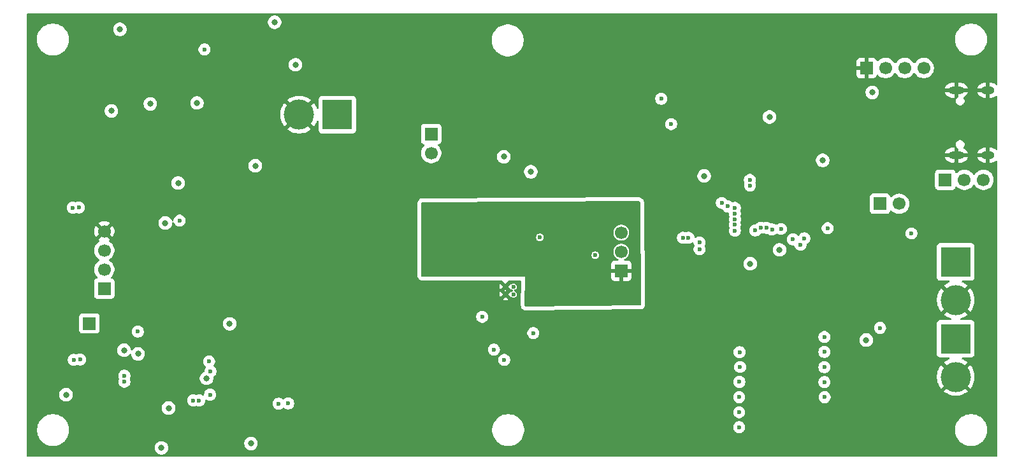
<source format=gbr>
%TF.GenerationSoftware,KiCad,Pcbnew,9.0.7*%
%TF.CreationDate,2026-01-08T10:05:18+02:00*%
%TF.ProjectId,sig_scan_pcb,7369675f-7363-4616-9e5f-7063622e6b69,1*%
%TF.SameCoordinates,Original*%
%TF.FileFunction,Copper,L2,Inr*%
%TF.FilePolarity,Positive*%
%FSLAX46Y46*%
G04 Gerber Fmt 4.6, Leading zero omitted, Abs format (unit mm)*
G04 Created by KiCad (PCBNEW 9.0.7) date 2026-01-08 10:05:18*
%MOMM*%
%LPD*%
G01*
G04 APERTURE LIST*
%TA.AperFunction,ComponentPad*%
%ADD10R,4.000000X4.000000*%
%TD*%
%TA.AperFunction,ComponentPad*%
%ADD11C,4.000000*%
%TD*%
%TA.AperFunction,ComponentPad*%
%ADD12C,0.600000*%
%TD*%
%TA.AperFunction,HeatsinkPad*%
%ADD13O,2.100000X1.000000*%
%TD*%
%TA.AperFunction,HeatsinkPad*%
%ADD14O,1.800000X1.000000*%
%TD*%
%TA.AperFunction,ComponentPad*%
%ADD15R,1.700000X1.700000*%
%TD*%
%TA.AperFunction,ComponentPad*%
%ADD16C,1.700000*%
%TD*%
%TA.AperFunction,ComponentPad*%
%ADD17R,0.900000X0.500000*%
%TD*%
%TA.AperFunction,ViaPad*%
%ADD18C,0.600000*%
%TD*%
%TA.AperFunction,ViaPad*%
%ADD19C,0.800000*%
%TD*%
G04 APERTURE END LIST*
D10*
%TO.N,Net-(D1-A)*%
%TO.C,J2*%
X145338800Y-54533800D03*
D11*
%TO.N,GND*%
X145338800Y-59613799D03*
%TD*%
D12*
%TO.N,GNDA*%
%TO.C,IC2*%
X86588700Y-58848599D03*
X86588700Y-57832599D03*
%TO.N,GND*%
X85521900Y-58848599D03*
X85521900Y-57832599D03*
%TD*%
D10*
%TO.N,+16V*%
%TO.C,J11*%
X145338800Y-64770000D03*
D11*
%TO.N,GND*%
X145338800Y-69849999D03*
%TD*%
D13*
%TO.N,GND*%
%TO.C,J4*%
X145404900Y-40334848D03*
D14*
X149604900Y-40334848D03*
D13*
X145404900Y-31694848D03*
D14*
X149604900Y-31694848D03*
%TD*%
D15*
%TO.N,GND*%
%TO.C,J10*%
X133477000Y-28727400D03*
D16*
%TO.N,Net-(J10-Pin_2)*%
X136017000Y-28727400D03*
%TO.N,Net-(J10-Pin_3)*%
X138556999Y-28727400D03*
%TO.N,+3.3V*%
X141097000Y-28727400D03*
%TD*%
D10*
%TO.N,Net-(D7-A)*%
%TO.C,J14*%
X63169800Y-34933900D03*
D11*
%TO.N,GND*%
X58089801Y-34933900D03*
%TD*%
D15*
%TO.N,+5V*%
%TO.C,J5*%
X143943700Y-43610850D03*
D16*
%TO.N,/VBUS*%
X146483700Y-43610850D03*
%TO.N,Net-(D2-A)*%
X149023699Y-43610850D03*
%TD*%
D15*
%TO.N,Net-(J7-Pin_1)*%
%TO.C,J7*%
X30222892Y-62732016D03*
%TD*%
%TO.N,3.3V*%
%TO.C,J8*%
X32209100Y-58088850D03*
D16*
%TO.N,Net-(J8-Pin_2)*%
X32209100Y-55548850D03*
%TO.N,Net-(J8-Pin_3)*%
X32209100Y-53008851D03*
%TO.N,GND*%
X32209100Y-50468850D03*
%TD*%
D15*
%TO.N,Net-(J6-Pin_1)*%
%TO.C,J6*%
X75641200Y-37515800D03*
D16*
%TO.N,+3.3V*%
X75641200Y-40055800D03*
%TD*%
D15*
%TO.N,GNDA*%
%TO.C,J12*%
X100897299Y-55722598D03*
D16*
%TO.N,Net-(J12-Pin_2)*%
X100897299Y-53182598D03*
%TO.N,Net-(J12-Pin_3)*%
X100897299Y-50642599D03*
%TD*%
D15*
%TO.N,Net-(J9-Pin_1)*%
%TO.C,J9*%
X135275230Y-46799850D03*
D16*
%TO.N,/GPIO48*%
X137815230Y-46799850D03*
%TD*%
D17*
%TO.N,GND*%
%TO.C,AE1*%
X118003381Y-26609800D03*
%TD*%
D18*
%TO.N,GND*%
X149580600Y-41529000D03*
X43942000Y-56057800D03*
X111201200Y-29413200D03*
X112318800Y-75260200D03*
X43357800Y-44627800D03*
X49657000Y-25374600D03*
X38658800Y-29641800D03*
X26568400Y-41427400D03*
X145465800Y-30505400D03*
X36423600Y-29743400D03*
X117449600Y-29540200D03*
X53517800Y-52781200D03*
X43027600Y-60299600D03*
X45948600Y-58445400D03*
X125425200Y-63144400D03*
X35407600Y-35712400D03*
X53517800Y-39268400D03*
X32894900Y-70001450D03*
X75006200Y-22783800D03*
X37973000Y-56642000D03*
X53517800Y-68097400D03*
X123315729Y-45252550D03*
X43942000Y-52120800D03*
X149580600Y-30480000D03*
X23723600Y-54203600D03*
D19*
X113741200Y-38938200D03*
D18*
X123012200Y-26670000D03*
X53517800Y-64516000D03*
X39112500Y-38169450D03*
X45948600Y-55575200D03*
X42750100Y-37641850D03*
X42214800Y-42291000D03*
X89230200Y-26670000D03*
X112318800Y-73634600D03*
X128778000Y-26670000D03*
X106273600Y-26670000D03*
X126822200Y-63144400D03*
X24765000Y-38430200D03*
X131445000Y-63144400D03*
X33604200Y-33147000D03*
X132003800Y-77622400D03*
X23977600Y-42062400D03*
X49225200Y-76657200D03*
X117424200Y-35382200D03*
X52374800Y-36982400D03*
X39981500Y-71093650D03*
X51384200Y-72085200D03*
X114350800Y-33223200D03*
X34315400Y-29718000D03*
X125272800Y-26670000D03*
X34874200Y-78181200D03*
X46507400Y-41986200D03*
X121615200Y-54102000D03*
X48361600Y-45491400D03*
X53517800Y-34544000D03*
X71704200Y-56057800D03*
X27457400Y-36931600D03*
X30302200Y-52552600D03*
X51714400Y-37719000D03*
X43942000Y-54991000D03*
X48564800Y-46431200D03*
X69926200Y-24257000D03*
X47980600Y-52654200D03*
X29667200Y-53136800D03*
D19*
X131241800Y-46761400D03*
D18*
X117475000Y-28473400D03*
X94538800Y-29768800D03*
X41327700Y-68248850D03*
X43078400Y-66598800D03*
X53517800Y-61798200D03*
X132334000Y-26670000D03*
X53492400Y-74244200D03*
X43510200Y-47193200D03*
X39965092Y-69732816D03*
X41427400Y-54229000D03*
X47955200Y-56489600D03*
X122123200Y-45237400D03*
X53517800Y-57353200D03*
X104013000Y-26670000D03*
X53517800Y-50063400D03*
X94538800Y-36931600D03*
X32080200Y-30099000D03*
X35128200Y-34645600D03*
X46558200Y-29540200D03*
X24130000Y-57912000D03*
X48590200Y-49606200D03*
X45948600Y-53492400D03*
X47955200Y-55549800D03*
X37084000Y-31343600D03*
X40817800Y-61645800D03*
X26492200Y-46075600D03*
X119811800Y-33502600D03*
X53543200Y-28930600D03*
X53517800Y-42824400D03*
X132080000Y-68783200D03*
X53517800Y-65379600D03*
X88468200Y-22758400D03*
X121843800Y-26670000D03*
X43713400Y-36703000D03*
X29997400Y-48818800D03*
X29718000Y-43865800D03*
X26568400Y-44932600D03*
X50419000Y-69545200D03*
X53517800Y-62712600D03*
X45237400Y-64236600D03*
X114325400Y-34163000D03*
X44551600Y-29565600D03*
X43027600Y-58394600D03*
D19*
X34747200Y-61620400D03*
D18*
X53568600Y-26797000D03*
X77444600Y-58089800D03*
X88468200Y-21767800D03*
X29641800Y-57962800D03*
X116509800Y-41630600D03*
X45770800Y-41325800D03*
X40817800Y-58191400D03*
X50927000Y-37769800D03*
X112318800Y-67411600D03*
X134239000Y-26111200D03*
X53517800Y-60934600D03*
X61391800Y-71856600D03*
X38305100Y-37362450D03*
D19*
X83219949Y-58546941D03*
D18*
X26593800Y-51282600D03*
X128270000Y-63144400D03*
X26314400Y-33807400D03*
X43535600Y-43713400D03*
X52273200Y-33731200D03*
X124460000Y-45237400D03*
X134239000Y-25095200D03*
X32920300Y-66318450D03*
X24155400Y-46075600D03*
X53517800Y-37465000D03*
X145389600Y-41503600D03*
X28473400Y-39217600D03*
X49809400Y-33070800D03*
X108686600Y-26670000D03*
D19*
X123926600Y-30429200D03*
D18*
X117449600Y-32181800D03*
X118567200Y-42113200D03*
X112318800Y-79527400D03*
X122123200Y-46355000D03*
X117449600Y-33147000D03*
X30251400Y-33147000D03*
X53517800Y-67183000D03*
X35128200Y-33731200D03*
X72567800Y-72009000D03*
X24384000Y-39217600D03*
X109296200Y-29235400D03*
X47853600Y-61391800D03*
X61163200Y-78206600D03*
X53543200Y-23698200D03*
X56616600Y-68503800D03*
X113233200Y-29387800D03*
X45034200Y-39268400D03*
X53543200Y-21754050D03*
X122123200Y-44069000D03*
X53517800Y-58293000D03*
X53517800Y-55575200D03*
X117856000Y-39801800D03*
X39979600Y-52984400D03*
X47955200Y-58369200D03*
X39016300Y-48487650D03*
X53517800Y-41986200D03*
X47167800Y-76631800D03*
X123875800Y-63093600D03*
X38584500Y-69722050D03*
X129870200Y-53594000D03*
X26670000Y-39243000D03*
X38862000Y-56515000D03*
X132054600Y-79248000D03*
X53517800Y-73329800D03*
X28752800Y-46075600D03*
X48031400Y-33121600D03*
X46482000Y-62992000D03*
X45948600Y-56515000D03*
X114198400Y-29362400D03*
X53517800Y-48361600D03*
X43942000Y-57912000D03*
X52298600Y-35229800D03*
X27584400Y-46278800D03*
X26593800Y-47218600D03*
X141706600Y-42646600D03*
X53517800Y-32842200D03*
X88468200Y-23647400D03*
X143205200Y-31445200D03*
X41579800Y-41656000D03*
X53517800Y-43764200D03*
X48590200Y-48463200D03*
X53517800Y-36499800D03*
D19*
X42214800Y-45923200D03*
D18*
X51562000Y-33274000D03*
X129921000Y-26670000D03*
X42951400Y-42951400D03*
X43027600Y-61163200D03*
X45948600Y-54508400D03*
X43434000Y-48260000D03*
X28854400Y-53086000D03*
X32131000Y-72771000D03*
X50495200Y-67513200D03*
X27178000Y-33147000D03*
X43027600Y-56642000D03*
X107518200Y-26670000D03*
X50825400Y-33299400D03*
X38584500Y-68248850D03*
X24053800Y-52324000D03*
X24003000Y-45034200D03*
D19*
X143459200Y-32816800D03*
D18*
X26619200Y-48260000D03*
X36220400Y-41046400D03*
X132080000Y-67259200D03*
X53517800Y-66319400D03*
X116763800Y-63144400D03*
X43942000Y-58928000D03*
X98348800Y-26670000D03*
X132105400Y-64363600D03*
X24053800Y-51079400D03*
X126212600Y-34823400D03*
X45948600Y-52578000D03*
X53517800Y-69037200D03*
X43942000Y-53975000D03*
X32715200Y-47802800D03*
X115112800Y-39979600D03*
X39905300Y-37362450D03*
X63322200Y-78206600D03*
X112344200Y-64516000D03*
X134239000Y-21971000D03*
X57912000Y-68453000D03*
X43942000Y-59994800D03*
X53517800Y-49225200D03*
X136423400Y-76479400D03*
X93700600Y-26670000D03*
X29159200Y-33147000D03*
X26466800Y-42570400D03*
X53517800Y-44704000D03*
X48539400Y-47396400D03*
X91287600Y-26670000D03*
X29616400Y-45237400D03*
X23774400Y-55524400D03*
X99466400Y-26670000D03*
X72999600Y-62128400D03*
X43027600Y-62052200D03*
D19*
X66497200Y-29540200D03*
D18*
X39981500Y-68248850D03*
X109778800Y-26670000D03*
X53543200Y-30378400D03*
X53517800Y-47421800D03*
X53492400Y-76657200D03*
X45948600Y-57429400D03*
X26593800Y-43840400D03*
X40817800Y-59080400D03*
X112318800Y-78155800D03*
X35915600Y-36372800D03*
X55346600Y-68478400D03*
X142189200Y-49961800D03*
X72364600Y-31242000D03*
X100457000Y-26670000D03*
X24003000Y-47142400D03*
X44577000Y-64897000D03*
X53543200Y-24790400D03*
X123266200Y-52806600D03*
X124460000Y-46380400D03*
X43942000Y-61874400D03*
X48463200Y-50673000D03*
X42976800Y-73964800D03*
X37873300Y-47243050D03*
X30759400Y-30302200D03*
X94792800Y-26670000D03*
X30327600Y-57302400D03*
D19*
X50342800Y-38404800D03*
D18*
X32486600Y-33147000D03*
X114350800Y-32156400D03*
X124129800Y-26670000D03*
X25400000Y-37642800D03*
X38305100Y-38175250D03*
X120599200Y-26670000D03*
X123317000Y-46380400D03*
X39117900Y-37362450D03*
X41327700Y-69722050D03*
X31775400Y-48691800D03*
X133451600Y-26670000D03*
X34544000Y-33147000D03*
X52400200Y-35991800D03*
X24003000Y-40208200D03*
X27965400Y-57988200D03*
X34239200Y-43002200D03*
X112776000Y-30149800D03*
X102844600Y-26670000D03*
X36372800Y-30759400D03*
X34925000Y-41808400D03*
X39725600Y-56565800D03*
X117449600Y-30835600D03*
X38049200Y-54559200D03*
X112318800Y-76733400D03*
D19*
X82389824Y-57624174D03*
D18*
X48006000Y-43383200D03*
X23774400Y-28549600D03*
X119634000Y-40157400D03*
X132105400Y-65760600D03*
X123317000Y-44069000D03*
X59156600Y-68453000D03*
X113309400Y-32105600D03*
X24104600Y-41122600D03*
X72364600Y-23139400D03*
X43027600Y-57505600D03*
X73583800Y-34366200D03*
X130124200Y-41503600D03*
X113334800Y-26670000D03*
X53492400Y-77622400D03*
X47244000Y-62204600D03*
X34188400Y-47167800D03*
X53517800Y-33655000D03*
X29464000Y-66167000D03*
X83616800Y-64109600D03*
X43434000Y-49276000D03*
X41327700Y-71119050D03*
X34721800Y-45618400D03*
X97180400Y-26670000D03*
X53517800Y-59156600D03*
X45847000Y-63627000D03*
X132080000Y-70586600D03*
X39930700Y-38962650D03*
X113131600Y-63169800D03*
X40767000Y-41122600D03*
X134236100Y-23037800D03*
X94945200Y-62331600D03*
X42113200Y-54914800D03*
X44424600Y-38633400D03*
X34112200Y-52222400D03*
X43357800Y-46355000D03*
X67792600Y-22606000D03*
X39905300Y-38175250D03*
X34874200Y-76123800D03*
X53517800Y-69900800D03*
X33274000Y-51739800D03*
X114325400Y-34975800D03*
X29210000Y-30302200D03*
X88468200Y-25806400D03*
X131267200Y-47752000D03*
X112318800Y-72212200D03*
X112318800Y-68935600D03*
X45948600Y-59512200D03*
X43942000Y-60934600D03*
X127685800Y-26670000D03*
X110921800Y-26670000D03*
X31394400Y-33147000D03*
X47955200Y-57454800D03*
X88468200Y-24739600D03*
X132080000Y-72059800D03*
X112725200Y-53924200D03*
X43027600Y-62992000D03*
X24053800Y-53238400D03*
X43942000Y-56997600D03*
X47244000Y-42773600D03*
X124460000Y-44043600D03*
X110210600Y-29387800D03*
X132054600Y-73380600D03*
X115773200Y-40944800D03*
X81788000Y-69443600D03*
X114757200Y-39014400D03*
X23774400Y-36804600D03*
X53492400Y-72440800D03*
X114401600Y-38074600D03*
X40843200Y-60833000D03*
X38100000Y-52654200D03*
X45897800Y-39420800D03*
X44551600Y-35864800D03*
X30988000Y-51917600D03*
X39090600Y-52705000D03*
X129844800Y-63144400D03*
X119456200Y-26670000D03*
D19*
X141351000Y-44297600D03*
D18*
X40817800Y-59918600D03*
X48539400Y-44551600D03*
X117424200Y-38938200D03*
X28829000Y-57988200D03*
X30073600Y-36753800D03*
X43942000Y-53060600D03*
X53517800Y-63652400D03*
X23723600Y-56794400D03*
X30480000Y-56515000D03*
X26593800Y-50241200D03*
X117475000Y-27533600D03*
X47955200Y-54559200D03*
X53517800Y-51003200D03*
X109220000Y-28016200D03*
X117602000Y-41808400D03*
X112166400Y-26670000D03*
X33705800Y-56667400D03*
X47955200Y-53619400D03*
X90220800Y-26670000D03*
X95935800Y-26670000D03*
X53517800Y-41122600D03*
X26593800Y-40284400D03*
X26390600Y-37084000D03*
X53517800Y-45643800D03*
D19*
X115138200Y-44602400D03*
D18*
X134239000Y-24003000D03*
X34622100Y-79272450D03*
X24053800Y-50088800D03*
X42722800Y-55727600D03*
X26619200Y-49225200D03*
X26238200Y-30353000D03*
X53517800Y-40182800D03*
X53517800Y-59994800D03*
X40309800Y-57073800D03*
X43027600Y-59334400D03*
X28117800Y-33147000D03*
X40767000Y-53568600D03*
X45948600Y-51638200D03*
X43434000Y-50215800D03*
X40665400Y-63246000D03*
X121361200Y-63119000D03*
X53517800Y-54635400D03*
X114401600Y-26670000D03*
X45948600Y-60452000D03*
X53517800Y-38404800D03*
X47980600Y-60325000D03*
X112344200Y-65913000D03*
X53492400Y-71755000D03*
X34721800Y-44196000D03*
X45770800Y-34645600D03*
X39268400Y-54660800D03*
X73787000Y-68249800D03*
X117424200Y-36576000D03*
X39117900Y-38962650D03*
X43738800Y-65735200D03*
X45237400Y-38023800D03*
X38584500Y-71119050D03*
X34671000Y-57073800D03*
X47980600Y-51714400D03*
X40817800Y-62484000D03*
X53492400Y-80137000D03*
X43942000Y-51130200D03*
X50444400Y-65405000D03*
X128905000Y-34798000D03*
X32486600Y-64338200D03*
X40817800Y-57556400D03*
X27990800Y-53086000D03*
X117398800Y-37592000D03*
X48920400Y-32816800D03*
X112318800Y-70739000D03*
X53517800Y-46507400D03*
X53517800Y-51866800D03*
X53517800Y-56438800D03*
X135434700Y-36219450D03*
X29718000Y-39065200D03*
X52298600Y-34544000D03*
X43510200Y-45516800D03*
X126517400Y-26670000D03*
X105130600Y-26670000D03*
X117932200Y-63144400D03*
X101600000Y-26670000D03*
X47980600Y-59410600D03*
X112776000Y-31191200D03*
X53517800Y-53721000D03*
X131165600Y-26670000D03*
X133553200Y-42621200D03*
X92532200Y-26670000D03*
X100380800Y-40309800D03*
X53517800Y-35560000D03*
X38305100Y-38937250D03*
X35052000Y-52019200D03*
X69621400Y-58369200D03*
X53543200Y-25857200D03*
X140512800Y-40563800D03*
X45618400Y-35509200D03*
X117449600Y-34366200D03*
X27508200Y-38887400D03*
X112166400Y-29438600D03*
X25349200Y-57937400D03*
X129819400Y-39624000D03*
D19*
%TO.N,+3.3V*%
X118033800Y-54787800D03*
X127660400Y-41021000D03*
X120586900Y-35254250D03*
X133451600Y-64947800D03*
X134240900Y-31977650D03*
X88874600Y-42545000D03*
X85293200Y-40538400D03*
X54837650Y-22632350D03*
X111914300Y-43102850D03*
X121933100Y-52932650D03*
D18*
%TO.N,/USBD+*%
X44043600Y-72974200D03*
X128320800Y-50063400D03*
X109829600Y-51333400D03*
X124714000Y-52273200D03*
D19*
%TO.N,+5V*%
X57607200Y-28295600D03*
D18*
%TO.N,/USBD-*%
X44805600Y-72974200D03*
X109079597Y-51333400D03*
%TO.N,/GPIO0*%
X118004284Y-44375701D03*
X107531300Y-36194050D03*
%TO.N,/CHIP_PU*%
X117983000Y-43626000D03*
X106210500Y-32815850D03*
%TO.N,+1V2*%
X46306100Y-69132816D03*
X46261092Y-72211250D03*
X46126400Y-67782816D03*
%TO.N,/GPIO13*%
X120929400Y-50227800D03*
X127889000Y-66522600D03*
%TO.N,/SCL*%
X111302800Y-52857400D03*
X56642000Y-73380600D03*
X34874200Y-69697600D03*
%TO.N,/GPIO4{slash}BCLK*%
X116560600Y-72542400D03*
X115999647Y-48104551D03*
%TO.N,/GPIO15*%
X135280400Y-63322200D03*
X123714600Y-51543340D03*
%TO.N,/GPIO11*%
X119405400Y-49987200D03*
X127889000Y-70535800D03*
%TO.N,/GPIO10*%
X118694200Y-50342800D03*
X127914400Y-72542400D03*
%TO.N,/GPIO5{slash}FSYNC*%
X116586000Y-70510400D03*
X116006617Y-48854521D03*
%TO.N,/GPIO6{slash}DOUT*%
X115987892Y-49604289D03*
X116687600Y-68529200D03*
%TO.N,/GPIO1*%
X114249200Y-46685200D03*
X45516800Y-26262651D03*
%TO.N,/GPIO7{slash}DIN*%
X116611400Y-66548000D03*
X116001800Y-50368200D03*
%TO.N,/GPIO3*%
X116560600Y-74549000D03*
X116002692Y-47354554D03*
%TO.N,/SDA*%
X34874200Y-70485000D03*
X55372000Y-73406000D03*
X111302800Y-51943000D03*
%TO.N,/GPIO12*%
X127889000Y-68554600D03*
X120175309Y-49995109D03*
%TO.N,/GPIO14*%
X122113618Y-50155418D03*
X127889000Y-64541400D03*
D19*
%TO.N,3.3V*%
X45791464Y-70033486D03*
X33147000Y-34442400D03*
X44528100Y-33372850D03*
X39803700Y-79297850D03*
X27129100Y-72211250D03*
X42013500Y-44042650D03*
X34281700Y-23580450D03*
X52275100Y-41731250D03*
X34825300Y-66293050D03*
X40311700Y-49351250D03*
X51689000Y-78714600D03*
X40743500Y-73989250D03*
X38311500Y-33501650D03*
D18*
%TO.N,GNDA*%
X94742000Y-50444400D03*
X98018600Y-48412400D03*
D19*
X101574600Y-58724800D03*
D18*
X92557600Y-50419000D03*
D19*
X75793600Y-55016400D03*
D18*
X85979000Y-48895000D03*
X92811600Y-56337200D03*
D19*
X93395800Y-59486800D03*
D18*
X89103200Y-56464200D03*
X76898882Y-49847882D03*
X85217000Y-53822600D03*
D19*
X81815299Y-47558999D03*
D18*
%TO.N,/VREF*%
X90068400Y-51257200D03*
X97434400Y-53644800D03*
%TO.N,Net-(D6-K)*%
X82423000Y-61849000D03*
X89204800Y-64008000D03*
%TO.N,Net-(IC2-HIDRV)*%
X85344000Y-67589400D03*
X83972400Y-66217800D03*
%TO.N,Net-(U5-XI)*%
X42216700Y-49046450D03*
X36668100Y-63811458D03*
%TO.N,Net-(U5-I2C_SCLT)*%
X28989535Y-67545364D03*
X28830900Y-47293850D03*
%TO.N,Net-(U5-I2C_SDAT)*%
X28031372Y-47321420D03*
X28143200Y-67564000D03*
D19*
%TO.N,Net-(U5-AGC_IF)*%
X48869600Y-62789750D03*
X36679500Y-66775650D03*
D18*
%TO.N,Net-(U4-GPIO18)*%
X139446000Y-50749200D03*
X125222000Y-51409600D03*
%TO.N,/GPIO2*%
X116560600Y-76555600D03*
X115030589Y-47146964D03*
%TD*%
%TA.AperFunction,Conductor*%
%TO.N,GND*%
G36*
X150831239Y-21474235D02*
G01*
X150876994Y-21527039D01*
X150888200Y-21578550D01*
X150888200Y-30864571D01*
X150868515Y-30931610D01*
X150815711Y-30977365D01*
X150746553Y-30987309D01*
X150682997Y-30958284D01*
X150676519Y-30952252D01*
X150642366Y-30918099D01*
X150642362Y-30918096D01*
X150478584Y-30808662D01*
X150478571Y-30808655D01*
X150296593Y-30733278D01*
X150296581Y-30733275D01*
X150103395Y-30694848D01*
X149854900Y-30694848D01*
X149854900Y-31394848D01*
X149354900Y-31394848D01*
X149354900Y-30694848D01*
X149106404Y-30694848D01*
X148913218Y-30733275D01*
X148913206Y-30733278D01*
X148731228Y-30808655D01*
X148731215Y-30808662D01*
X148567437Y-30918096D01*
X148567433Y-30918099D01*
X148428151Y-31057381D01*
X148428148Y-31057385D01*
X148318714Y-31221163D01*
X148318707Y-31221176D01*
X148243330Y-31403155D01*
X148243330Y-31403157D01*
X148235038Y-31444848D01*
X149037912Y-31444848D01*
X149020695Y-31454788D01*
X148964840Y-31510643D01*
X148925344Y-31579052D01*
X148904900Y-31655352D01*
X148904900Y-31734344D01*
X148925344Y-31810644D01*
X148964840Y-31879053D01*
X149020695Y-31934908D01*
X149037912Y-31944848D01*
X148235038Y-31944848D01*
X148243330Y-31986538D01*
X148243330Y-31986540D01*
X148318707Y-32168519D01*
X148318714Y-32168532D01*
X148428148Y-32332310D01*
X148428151Y-32332314D01*
X148567433Y-32471596D01*
X148567437Y-32471599D01*
X148731215Y-32581033D01*
X148731228Y-32581040D01*
X148913206Y-32656417D01*
X148913218Y-32656420D01*
X149106404Y-32694847D01*
X149106408Y-32694848D01*
X149354900Y-32694848D01*
X149354900Y-31994848D01*
X149854900Y-31994848D01*
X149854900Y-32694848D01*
X150103392Y-32694848D01*
X150103395Y-32694847D01*
X150296581Y-32656420D01*
X150296593Y-32656417D01*
X150478571Y-32581040D01*
X150478584Y-32581033D01*
X150642362Y-32471599D01*
X150642366Y-32471596D01*
X150676519Y-32437444D01*
X150737842Y-32403959D01*
X150807534Y-32408943D01*
X150863467Y-32450815D01*
X150887884Y-32516279D01*
X150888200Y-32525125D01*
X150888200Y-39504571D01*
X150868515Y-39571610D01*
X150815711Y-39617365D01*
X150746553Y-39627309D01*
X150682997Y-39598284D01*
X150676519Y-39592252D01*
X150642366Y-39558099D01*
X150642362Y-39558096D01*
X150478584Y-39448662D01*
X150478571Y-39448655D01*
X150296593Y-39373278D01*
X150296581Y-39373275D01*
X150103395Y-39334848D01*
X149854900Y-39334848D01*
X149854900Y-40034848D01*
X149354900Y-40034848D01*
X149354900Y-39334848D01*
X149106404Y-39334848D01*
X148913218Y-39373275D01*
X148913206Y-39373278D01*
X148731228Y-39448655D01*
X148731215Y-39448662D01*
X148567437Y-39558096D01*
X148567433Y-39558099D01*
X148428151Y-39697381D01*
X148428148Y-39697385D01*
X148318714Y-39861163D01*
X148318707Y-39861176D01*
X148243330Y-40043155D01*
X148243330Y-40043157D01*
X148235038Y-40084848D01*
X149037912Y-40084848D01*
X149020695Y-40094788D01*
X148964840Y-40150643D01*
X148925344Y-40219052D01*
X148904900Y-40295352D01*
X148904900Y-40374344D01*
X148925344Y-40450644D01*
X148964840Y-40519053D01*
X149020695Y-40574908D01*
X149037912Y-40584848D01*
X148235038Y-40584848D01*
X148243330Y-40626538D01*
X148243330Y-40626540D01*
X148318707Y-40808519D01*
X148318714Y-40808532D01*
X148428148Y-40972310D01*
X148428151Y-40972314D01*
X148567433Y-41111596D01*
X148567437Y-41111599D01*
X148731215Y-41221033D01*
X148731228Y-41221040D01*
X148913206Y-41296417D01*
X148913218Y-41296420D01*
X149106404Y-41334847D01*
X149106408Y-41334848D01*
X149354900Y-41334848D01*
X149354900Y-40634848D01*
X149854900Y-40634848D01*
X149854900Y-41334848D01*
X150103392Y-41334848D01*
X150103395Y-41334847D01*
X150296581Y-41296420D01*
X150296593Y-41296417D01*
X150478571Y-41221040D01*
X150478584Y-41221033D01*
X150642362Y-41111599D01*
X150642366Y-41111596D01*
X150676519Y-41077444D01*
X150737842Y-41043959D01*
X150807534Y-41048943D01*
X150863467Y-41090815D01*
X150887884Y-41156279D01*
X150888200Y-41165125D01*
X150888200Y-80329550D01*
X150868515Y-80396589D01*
X150815711Y-80442344D01*
X150764200Y-80453550D01*
X22013200Y-80453550D01*
X21946161Y-80433865D01*
X21900406Y-80381061D01*
X21889200Y-80329550D01*
X21889200Y-79209154D01*
X38903200Y-79209154D01*
X38903200Y-79386545D01*
X38937803Y-79560508D01*
X38937806Y-79560517D01*
X39005683Y-79724390D01*
X39005690Y-79724403D01*
X39104235Y-79871884D01*
X39104238Y-79871888D01*
X39229661Y-79997311D01*
X39229665Y-79997314D01*
X39377146Y-80095859D01*
X39377159Y-80095866D01*
X39500063Y-80146773D01*
X39541034Y-80163744D01*
X39541036Y-80163744D01*
X39541041Y-80163746D01*
X39715004Y-80198349D01*
X39715007Y-80198350D01*
X39715009Y-80198350D01*
X39892393Y-80198350D01*
X39892394Y-80198349D01*
X39950382Y-80186814D01*
X40066358Y-80163746D01*
X40066361Y-80163744D01*
X40066366Y-80163744D01*
X40230247Y-80095863D01*
X40377735Y-79997314D01*
X40503164Y-79871885D01*
X40601713Y-79724397D01*
X40669594Y-79560516D01*
X40679124Y-79512609D01*
X40704199Y-79386545D01*
X40704200Y-79386543D01*
X40704200Y-79209156D01*
X40704199Y-79209154D01*
X40669596Y-79035191D01*
X40669593Y-79035182D01*
X40665926Y-79026330D01*
X40632682Y-78946069D01*
X40601716Y-78871309D01*
X40601709Y-78871296D01*
X40503164Y-78723815D01*
X40503161Y-78723811D01*
X40405254Y-78625904D01*
X50788500Y-78625904D01*
X50788500Y-78803295D01*
X50823103Y-78977258D01*
X50823106Y-78977267D01*
X50890983Y-79141140D01*
X50890990Y-79141153D01*
X50989535Y-79288634D01*
X50989538Y-79288638D01*
X51114961Y-79414061D01*
X51114965Y-79414064D01*
X51262446Y-79512609D01*
X51262459Y-79512616D01*
X51378083Y-79560508D01*
X51426334Y-79580494D01*
X51426336Y-79580494D01*
X51426341Y-79580496D01*
X51600304Y-79615099D01*
X51600307Y-79615100D01*
X51600309Y-79615100D01*
X51777693Y-79615100D01*
X51777694Y-79615099D01*
X51835682Y-79603564D01*
X51951658Y-79580496D01*
X51951661Y-79580494D01*
X51951666Y-79580494D01*
X52115547Y-79512613D01*
X52263035Y-79414064D01*
X52388464Y-79288635D01*
X52487013Y-79141147D01*
X52554894Y-78977266D01*
X52559479Y-78954219D01*
X52580687Y-78847595D01*
X52589500Y-78803291D01*
X52589500Y-78625909D01*
X52589500Y-78625906D01*
X52589499Y-78625904D01*
X52554896Y-78451941D01*
X52554893Y-78451932D01*
X52487016Y-78288059D01*
X52487009Y-78288046D01*
X52388464Y-78140565D01*
X52388461Y-78140561D01*
X52263038Y-78015138D01*
X52263034Y-78015135D01*
X52115553Y-77916590D01*
X52115540Y-77916583D01*
X51951667Y-77848706D01*
X51951658Y-77848703D01*
X51777694Y-77814100D01*
X51777691Y-77814100D01*
X51600309Y-77814100D01*
X51600306Y-77814100D01*
X51426341Y-77848703D01*
X51426332Y-77848706D01*
X51262459Y-77916583D01*
X51262446Y-77916590D01*
X51114965Y-78015135D01*
X51114961Y-78015138D01*
X50989538Y-78140561D01*
X50989535Y-78140565D01*
X50890990Y-78288046D01*
X50890983Y-78288059D01*
X50823106Y-78451932D01*
X50823103Y-78451941D01*
X50788500Y-78625904D01*
X40405254Y-78625904D01*
X40377738Y-78598388D01*
X40377734Y-78598385D01*
X40230253Y-78499840D01*
X40230240Y-78499833D01*
X40066367Y-78431956D01*
X40066358Y-78431953D01*
X39892394Y-78397350D01*
X39892391Y-78397350D01*
X39715009Y-78397350D01*
X39715006Y-78397350D01*
X39541041Y-78431953D01*
X39541032Y-78431956D01*
X39377159Y-78499833D01*
X39377146Y-78499840D01*
X39229665Y-78598385D01*
X39229661Y-78598388D01*
X39104238Y-78723811D01*
X39104235Y-78723815D01*
X39005690Y-78871296D01*
X39005683Y-78871309D01*
X38937806Y-79035182D01*
X38937803Y-79035191D01*
X38903200Y-79209154D01*
X21889200Y-79209154D01*
X21889200Y-76789744D01*
X23269800Y-76789744D01*
X23269800Y-77068357D01*
X23269801Y-77068373D01*
X23306166Y-77344594D01*
X23306167Y-77344599D01*
X23306168Y-77344605D01*
X23378281Y-77613735D01*
X23378284Y-77613745D01*
X23484904Y-77871148D01*
X23484909Y-77871159D01*
X23624214Y-78112441D01*
X23624225Y-78112457D01*
X23793833Y-78333495D01*
X23793839Y-78333502D01*
X23990847Y-78530510D01*
X23990854Y-78530516D01*
X24079303Y-78598385D01*
X24211901Y-78700131D01*
X24211908Y-78700135D01*
X24453190Y-78839440D01*
X24453195Y-78839442D01*
X24453198Y-78839444D01*
X24710614Y-78946069D01*
X24979745Y-79018182D01*
X25255986Y-79054550D01*
X25255993Y-79054550D01*
X25534605Y-79054550D01*
X25534612Y-79054550D01*
X25810853Y-79018182D01*
X26079984Y-78946069D01*
X26337400Y-78839444D01*
X26578697Y-78700131D01*
X26799745Y-78530515D01*
X26996763Y-78333497D01*
X27166379Y-78112449D01*
X27305692Y-77871152D01*
X27412317Y-77613736D01*
X27484430Y-77344605D01*
X27520798Y-77068364D01*
X27520798Y-76797894D01*
X83751901Y-76797894D01*
X83751901Y-77076507D01*
X83751902Y-77076523D01*
X83788267Y-77352744D01*
X83788268Y-77352749D01*
X83788269Y-77352755D01*
X83858201Y-77613745D01*
X83860382Y-77621885D01*
X83860385Y-77621895D01*
X83967005Y-77879298D01*
X83967010Y-77879309D01*
X84106315Y-78120591D01*
X84106326Y-78120607D01*
X84275934Y-78341645D01*
X84275940Y-78341652D01*
X84472948Y-78538660D01*
X84472955Y-78538666D01*
X84586646Y-78625904D01*
X84694002Y-78708281D01*
X84694009Y-78708285D01*
X84935291Y-78847590D01*
X84935296Y-78847592D01*
X84935299Y-78847594D01*
X85097623Y-78914830D01*
X85173036Y-78946068D01*
X85192715Y-78954219D01*
X85461846Y-79026332D01*
X85738087Y-79062700D01*
X85738094Y-79062700D01*
X86016706Y-79062700D01*
X86016713Y-79062700D01*
X86292954Y-79026332D01*
X86562085Y-78954219D01*
X86819501Y-78847594D01*
X87060798Y-78708281D01*
X87281846Y-78538665D01*
X87478864Y-78341647D01*
X87648480Y-78120599D01*
X87787793Y-77879302D01*
X87894418Y-77621886D01*
X87966531Y-77352755D01*
X88002899Y-77076514D01*
X88002899Y-76797888D01*
X87966531Y-76521647D01*
X87954502Y-76476753D01*
X115760100Y-76476753D01*
X115760100Y-76634446D01*
X115790861Y-76789089D01*
X115790864Y-76789101D01*
X115851202Y-76934772D01*
X115851209Y-76934785D01*
X115938810Y-77065888D01*
X115938813Y-77065892D01*
X116050307Y-77177386D01*
X116050311Y-77177389D01*
X116181414Y-77264990D01*
X116181427Y-77264997D01*
X116327098Y-77325335D01*
X116327103Y-77325337D01*
X116464942Y-77352755D01*
X116481753Y-77356099D01*
X116481756Y-77356100D01*
X116481758Y-77356100D01*
X116639444Y-77356100D01*
X116639445Y-77356099D01*
X116794097Y-77325337D01*
X116939779Y-77264994D01*
X117070889Y-77177389D01*
X117182389Y-77065889D01*
X117269994Y-76934779D01*
X117330069Y-76789744D01*
X145252800Y-76789744D01*
X145252800Y-77068357D01*
X145252801Y-77068373D01*
X145289166Y-77344594D01*
X145289167Y-77344599D01*
X145289168Y-77344605D01*
X145361281Y-77613735D01*
X145361284Y-77613745D01*
X145467904Y-77871148D01*
X145467909Y-77871159D01*
X145607214Y-78112441D01*
X145607225Y-78112457D01*
X145776833Y-78333495D01*
X145776839Y-78333502D01*
X145973847Y-78530510D01*
X145973854Y-78530516D01*
X146062303Y-78598385D01*
X146194901Y-78700131D01*
X146194908Y-78700135D01*
X146436190Y-78839440D01*
X146436195Y-78839442D01*
X146436198Y-78839444D01*
X146693614Y-78946069D01*
X146962745Y-79018182D01*
X147238986Y-79054550D01*
X147238993Y-79054550D01*
X147517605Y-79054550D01*
X147517612Y-79054550D01*
X147793853Y-79018182D01*
X148062984Y-78946069D01*
X148320400Y-78839444D01*
X148561697Y-78700131D01*
X148782745Y-78530515D01*
X148979763Y-78333497D01*
X149149379Y-78112449D01*
X149288692Y-77871152D01*
X149395317Y-77613736D01*
X149467430Y-77344605D01*
X149503798Y-77068364D01*
X149503798Y-76789738D01*
X149467430Y-76513497D01*
X149395317Y-76244366D01*
X149288692Y-75986950D01*
X149288690Y-75986947D01*
X149288688Y-75986942D01*
X149149383Y-75745660D01*
X149149379Y-75745653D01*
X149100544Y-75682011D01*
X148979764Y-75524606D01*
X148979758Y-75524599D01*
X148782750Y-75327591D01*
X148782743Y-75327585D01*
X148561705Y-75157977D01*
X148561703Y-75157975D01*
X148561697Y-75157971D01*
X148561692Y-75157968D01*
X148561689Y-75157966D01*
X148320407Y-75018661D01*
X148320396Y-75018656D01*
X148062993Y-74912036D01*
X148062986Y-74912034D01*
X148062984Y-74912033D01*
X147793853Y-74839920D01*
X147793847Y-74839919D01*
X147793842Y-74839918D01*
X147517621Y-74803553D01*
X147517618Y-74803552D01*
X147517612Y-74803552D01*
X147238986Y-74803552D01*
X147238980Y-74803552D01*
X147238976Y-74803553D01*
X146962755Y-74839918D01*
X146962748Y-74839919D01*
X146962745Y-74839920D01*
X146776780Y-74889749D01*
X146693614Y-74912033D01*
X146693604Y-74912036D01*
X146436201Y-75018656D01*
X146436190Y-75018661D01*
X146194908Y-75157966D01*
X146194892Y-75157977D01*
X145973854Y-75327585D01*
X145973847Y-75327591D01*
X145776839Y-75524599D01*
X145776833Y-75524606D01*
X145607225Y-75745644D01*
X145607214Y-75745660D01*
X145467909Y-75986942D01*
X145467904Y-75986953D01*
X145361284Y-76244356D01*
X145361281Y-76244366D01*
X145293127Y-76498724D01*
X145289169Y-76513494D01*
X145289166Y-76513507D01*
X145252801Y-76789728D01*
X145252800Y-76789744D01*
X117330069Y-76789744D01*
X117330337Y-76789097D01*
X117354715Y-76666542D01*
X117361100Y-76634444D01*
X117361100Y-76476755D01*
X117361099Y-76476753D01*
X117335817Y-76349652D01*
X117330337Y-76322103D01*
X117330335Y-76322098D01*
X117269997Y-76176427D01*
X117269990Y-76176414D01*
X117182389Y-76045311D01*
X117182386Y-76045307D01*
X117070892Y-75933813D01*
X117070888Y-75933810D01*
X116939785Y-75846209D01*
X116939772Y-75846202D01*
X116794101Y-75785864D01*
X116794089Y-75785861D01*
X116639445Y-75755100D01*
X116639442Y-75755100D01*
X116481758Y-75755100D01*
X116481755Y-75755100D01*
X116327110Y-75785861D01*
X116327098Y-75785864D01*
X116181427Y-75846202D01*
X116181414Y-75846209D01*
X116050311Y-75933810D01*
X116050307Y-75933813D01*
X115938813Y-76045307D01*
X115938810Y-76045311D01*
X115851209Y-76176414D01*
X115851202Y-76176427D01*
X115790864Y-76322098D01*
X115790861Y-76322110D01*
X115760100Y-76476753D01*
X87954502Y-76476753D01*
X87894418Y-76252516D01*
X87862898Y-76176421D01*
X87787794Y-75995103D01*
X87787789Y-75995092D01*
X87648484Y-75753810D01*
X87648480Y-75753803D01*
X87478864Y-75532755D01*
X87478859Y-75532749D01*
X87281851Y-75335741D01*
X87281844Y-75335735D01*
X87060806Y-75166127D01*
X87060804Y-75166125D01*
X87060798Y-75166121D01*
X87060793Y-75166118D01*
X87060790Y-75166116D01*
X86819508Y-75026811D01*
X86819497Y-75026806D01*
X86562094Y-74920186D01*
X86562087Y-74920184D01*
X86562085Y-74920183D01*
X86292954Y-74848070D01*
X86292948Y-74848069D01*
X86292943Y-74848068D01*
X86016722Y-74811703D01*
X86016719Y-74811702D01*
X86016713Y-74811702D01*
X85738087Y-74811702D01*
X85738081Y-74811702D01*
X85738077Y-74811703D01*
X85461856Y-74848068D01*
X85461849Y-74848069D01*
X85461846Y-74848070D01*
X85306297Y-74889749D01*
X85192715Y-74920183D01*
X85192705Y-74920186D01*
X84935302Y-75026806D01*
X84935291Y-75026811D01*
X84694009Y-75166116D01*
X84693993Y-75166127D01*
X84472955Y-75335735D01*
X84472948Y-75335741D01*
X84275940Y-75532749D01*
X84275934Y-75532756D01*
X84106326Y-75753794D01*
X84106315Y-75753810D01*
X83967010Y-75995092D01*
X83967005Y-75995103D01*
X83860385Y-76252506D01*
X83860382Y-76252516D01*
X83788272Y-76521638D01*
X83788270Y-76521644D01*
X83788267Y-76521657D01*
X83751902Y-76797878D01*
X83751901Y-76797894D01*
X27520798Y-76797894D01*
X27520798Y-76789738D01*
X27484430Y-76513497D01*
X27412317Y-76244366D01*
X27305692Y-75986950D01*
X27305690Y-75986947D01*
X27305688Y-75986942D01*
X27166383Y-75745660D01*
X27166379Y-75745653D01*
X27117544Y-75682011D01*
X26996764Y-75524606D01*
X26996758Y-75524599D01*
X26799750Y-75327591D01*
X26799743Y-75327585D01*
X26578705Y-75157977D01*
X26578703Y-75157975D01*
X26578697Y-75157971D01*
X26578692Y-75157968D01*
X26578689Y-75157966D01*
X26337407Y-75018661D01*
X26337396Y-75018656D01*
X26079993Y-74912036D01*
X26079986Y-74912034D01*
X26079984Y-74912033D01*
X25810853Y-74839920D01*
X25810847Y-74839919D01*
X25810842Y-74839918D01*
X25534621Y-74803553D01*
X25534618Y-74803552D01*
X25534612Y-74803552D01*
X25255986Y-74803552D01*
X25255980Y-74803552D01*
X25255976Y-74803553D01*
X24979755Y-74839918D01*
X24979748Y-74839919D01*
X24979745Y-74839920D01*
X24793780Y-74889749D01*
X24710614Y-74912033D01*
X24710604Y-74912036D01*
X24453201Y-75018656D01*
X24453190Y-75018661D01*
X24211908Y-75157966D01*
X24211892Y-75157977D01*
X23990854Y-75327585D01*
X23990847Y-75327591D01*
X23793839Y-75524599D01*
X23793833Y-75524606D01*
X23624225Y-75745644D01*
X23624214Y-75745660D01*
X23484909Y-75986942D01*
X23484904Y-75986953D01*
X23378284Y-76244356D01*
X23378281Y-76244366D01*
X23310127Y-76498724D01*
X23306169Y-76513494D01*
X23306166Y-76513507D01*
X23269801Y-76789728D01*
X23269800Y-76789744D01*
X21889200Y-76789744D01*
X21889200Y-73900554D01*
X39843000Y-73900554D01*
X39843000Y-74077945D01*
X39877603Y-74251908D01*
X39877606Y-74251917D01*
X39945483Y-74415790D01*
X39945490Y-74415803D01*
X40044035Y-74563284D01*
X40044038Y-74563288D01*
X40169461Y-74688711D01*
X40169465Y-74688714D01*
X40316946Y-74787259D01*
X40316959Y-74787266D01*
X40439863Y-74838173D01*
X40480834Y-74855144D01*
X40480836Y-74855144D01*
X40480841Y-74855146D01*
X40654804Y-74889749D01*
X40654807Y-74889750D01*
X40654809Y-74889750D01*
X40832193Y-74889750D01*
X40832194Y-74889749D01*
X40890182Y-74878214D01*
X41006158Y-74855146D01*
X41006161Y-74855144D01*
X41006166Y-74855144D01*
X41170047Y-74787263D01*
X41317535Y-74688714D01*
X41442964Y-74563285D01*
X41505193Y-74470153D01*
X115760100Y-74470153D01*
X115760100Y-74627846D01*
X115790861Y-74782489D01*
X115790864Y-74782501D01*
X115851202Y-74928172D01*
X115851209Y-74928185D01*
X115938810Y-75059288D01*
X115938813Y-75059292D01*
X116050307Y-75170786D01*
X116050311Y-75170789D01*
X116181414Y-75258390D01*
X116181427Y-75258397D01*
X116327098Y-75318735D01*
X116327103Y-75318737D01*
X116481753Y-75349499D01*
X116481756Y-75349500D01*
X116481758Y-75349500D01*
X116639444Y-75349500D01*
X116639445Y-75349499D01*
X116794097Y-75318737D01*
X116939779Y-75258394D01*
X117070889Y-75170789D01*
X117182389Y-75059289D01*
X117269994Y-74928179D01*
X117330337Y-74782497D01*
X117361100Y-74627842D01*
X117361100Y-74470158D01*
X117361100Y-74470155D01*
X117361099Y-74470153D01*
X117330338Y-74315510D01*
X117330337Y-74315503D01*
X117303999Y-74251916D01*
X117269997Y-74169827D01*
X117269990Y-74169814D01*
X117182389Y-74038711D01*
X117182386Y-74038707D01*
X117070892Y-73927213D01*
X117070888Y-73927210D01*
X116939785Y-73839609D01*
X116939772Y-73839602D01*
X116794101Y-73779264D01*
X116794089Y-73779261D01*
X116639445Y-73748500D01*
X116639442Y-73748500D01*
X116481758Y-73748500D01*
X116481755Y-73748500D01*
X116327110Y-73779261D01*
X116327098Y-73779264D01*
X116181427Y-73839602D01*
X116181414Y-73839609D01*
X116050311Y-73927210D01*
X116050307Y-73927213D01*
X115938813Y-74038707D01*
X115938810Y-74038711D01*
X115851209Y-74169814D01*
X115851202Y-74169827D01*
X115790864Y-74315498D01*
X115790861Y-74315510D01*
X115760100Y-74470153D01*
X41505193Y-74470153D01*
X41541513Y-74415797D01*
X41609394Y-74251916D01*
X41623481Y-74181099D01*
X41643999Y-74077945D01*
X41644000Y-74077943D01*
X41644000Y-73900556D01*
X41643999Y-73900554D01*
X41609396Y-73726591D01*
X41609393Y-73726582D01*
X41541516Y-73562709D01*
X41541509Y-73562696D01*
X41442964Y-73415215D01*
X41442961Y-73415211D01*
X41317538Y-73289788D01*
X41317534Y-73289785D01*
X41170053Y-73191240D01*
X41170040Y-73191233D01*
X41006167Y-73123356D01*
X41006158Y-73123353D01*
X40832194Y-73088750D01*
X40832191Y-73088750D01*
X40654809Y-73088750D01*
X40654806Y-73088750D01*
X40480841Y-73123353D01*
X40480832Y-73123356D01*
X40316959Y-73191233D01*
X40316946Y-73191240D01*
X40169465Y-73289785D01*
X40169461Y-73289788D01*
X40044038Y-73415211D01*
X40044035Y-73415215D01*
X39945490Y-73562696D01*
X39945483Y-73562709D01*
X39877606Y-73726582D01*
X39877603Y-73726591D01*
X39843000Y-73900554D01*
X21889200Y-73900554D01*
X21889200Y-72122554D01*
X26228600Y-72122554D01*
X26228600Y-72299945D01*
X26263203Y-72473908D01*
X26263206Y-72473917D01*
X26331083Y-72637790D01*
X26331090Y-72637803D01*
X26429635Y-72785284D01*
X26429638Y-72785288D01*
X26555061Y-72910711D01*
X26555065Y-72910714D01*
X26702546Y-73009259D01*
X26702559Y-73009266D01*
X26825463Y-73060173D01*
X26866434Y-73077144D01*
X26866436Y-73077144D01*
X26866441Y-73077146D01*
X27040404Y-73111749D01*
X27040407Y-73111750D01*
X27040409Y-73111750D01*
X27217793Y-73111750D01*
X27217794Y-73111749D01*
X27275782Y-73100214D01*
X27391758Y-73077146D01*
X27391761Y-73077144D01*
X27391766Y-73077144D01*
X27555647Y-73009263D01*
X27703135Y-72910714D01*
X27718496Y-72895353D01*
X43243100Y-72895353D01*
X43243100Y-73053046D01*
X43273861Y-73207689D01*
X43273864Y-73207701D01*
X43334202Y-73353372D01*
X43334209Y-73353385D01*
X43421810Y-73484488D01*
X43421813Y-73484492D01*
X43533307Y-73595986D01*
X43533311Y-73595989D01*
X43664414Y-73683590D01*
X43664427Y-73683597D01*
X43810098Y-73743935D01*
X43810103Y-73743937D01*
X43964753Y-73774699D01*
X43964756Y-73774700D01*
X43964758Y-73774700D01*
X44122444Y-73774700D01*
X44122445Y-73774699D01*
X44277097Y-73743937D01*
X44377147Y-73702494D01*
X44446617Y-73695026D01*
X44472050Y-73702494D01*
X44572103Y-73743937D01*
X44726753Y-73774699D01*
X44726756Y-73774700D01*
X44726758Y-73774700D01*
X44884444Y-73774700D01*
X44884445Y-73774699D01*
X45039097Y-73743937D01*
X45184779Y-73683594D01*
X45315889Y-73595989D01*
X45427389Y-73484489D01*
X45514994Y-73353379D01*
X45525857Y-73327153D01*
X54571500Y-73327153D01*
X54571500Y-73484846D01*
X54602261Y-73639489D01*
X54602264Y-73639501D01*
X54662602Y-73785172D01*
X54662609Y-73785185D01*
X54750210Y-73916288D01*
X54750213Y-73916292D01*
X54861707Y-74027786D01*
X54861711Y-74027789D01*
X54992814Y-74115390D01*
X54992827Y-74115397D01*
X55124220Y-74169821D01*
X55138503Y-74175737D01*
X55293153Y-74206499D01*
X55293156Y-74206500D01*
X55293158Y-74206500D01*
X55450844Y-74206500D01*
X55450845Y-74206499D01*
X55605497Y-74175737D01*
X55751179Y-74115394D01*
X55882289Y-74027789D01*
X55932020Y-73978057D01*
X55993339Y-73944574D01*
X56063030Y-73949557D01*
X56107380Y-73978059D01*
X56131707Y-74002386D01*
X56131711Y-74002389D01*
X56262814Y-74089990D01*
X56262827Y-74089997D01*
X56408498Y-74150335D01*
X56408503Y-74150337D01*
X56536187Y-74175735D01*
X56563153Y-74181099D01*
X56563156Y-74181100D01*
X56563158Y-74181100D01*
X56720844Y-74181100D01*
X56720845Y-74181099D01*
X56875497Y-74150337D01*
X57021179Y-74089994D01*
X57152289Y-74002389D01*
X57263789Y-73890889D01*
X57351394Y-73759779D01*
X57411737Y-73614097D01*
X57442500Y-73459442D01*
X57442500Y-73301758D01*
X57442500Y-73301755D01*
X57442499Y-73301753D01*
X57420515Y-73191233D01*
X57411737Y-73147103D01*
X57401900Y-73123353D01*
X57351397Y-73001427D01*
X57351390Y-73001414D01*
X57263789Y-72870311D01*
X57263786Y-72870307D01*
X57152292Y-72758813D01*
X57152288Y-72758810D01*
X57021185Y-72671209D01*
X57021172Y-72671202D01*
X56875501Y-72610864D01*
X56875491Y-72610861D01*
X56720845Y-72580100D01*
X56720842Y-72580100D01*
X56563158Y-72580100D01*
X56563155Y-72580100D01*
X56408510Y-72610861D01*
X56408498Y-72610864D01*
X56262827Y-72671202D01*
X56262814Y-72671209D01*
X56131711Y-72758810D01*
X56131707Y-72758813D01*
X56081981Y-72808540D01*
X56020658Y-72842025D01*
X55950966Y-72837041D01*
X55906619Y-72808540D01*
X55882292Y-72784213D01*
X55882288Y-72784210D01*
X55751185Y-72696609D01*
X55751172Y-72696602D01*
X55605501Y-72636264D01*
X55605489Y-72636261D01*
X55450845Y-72605500D01*
X55450842Y-72605500D01*
X55293158Y-72605500D01*
X55293155Y-72605500D01*
X55138510Y-72636261D01*
X55138498Y-72636264D01*
X54992827Y-72696602D01*
X54992814Y-72696609D01*
X54861711Y-72784210D01*
X54861707Y-72784213D01*
X54750213Y-72895707D01*
X54750210Y-72895711D01*
X54662609Y-73026814D01*
X54662602Y-73026827D01*
X54602264Y-73172498D01*
X54602261Y-73172510D01*
X54571500Y-73327153D01*
X45525857Y-73327153D01*
X45548034Y-73273614D01*
X45575335Y-73207701D01*
X45575337Y-73207697D01*
X45606100Y-73053042D01*
X45606100Y-72968339D01*
X45625785Y-72901300D01*
X45678589Y-72855545D01*
X45747747Y-72845601D01*
X45798990Y-72865236D01*
X45881913Y-72920644D01*
X45881915Y-72920645D01*
X45881919Y-72920647D01*
X46027590Y-72980985D01*
X46027595Y-72980987D01*
X46169727Y-73009259D01*
X46182245Y-73011749D01*
X46182248Y-73011750D01*
X46182250Y-73011750D01*
X46339936Y-73011750D01*
X46339937Y-73011749D01*
X46494589Y-72980987D01*
X46640271Y-72920644D01*
X46771381Y-72833039D01*
X46882881Y-72721539D01*
X46970486Y-72590429D01*
X47023039Y-72463553D01*
X115760100Y-72463553D01*
X115760100Y-72621246D01*
X115790861Y-72775889D01*
X115790864Y-72775901D01*
X115851202Y-72921572D01*
X115851209Y-72921585D01*
X115938810Y-73052688D01*
X115938813Y-73052692D01*
X116050307Y-73164186D01*
X116050311Y-73164189D01*
X116181414Y-73251790D01*
X116181427Y-73251797D01*
X116327098Y-73312135D01*
X116327103Y-73312137D01*
X116481753Y-73342899D01*
X116481756Y-73342900D01*
X116481758Y-73342900D01*
X116639444Y-73342900D01*
X116639445Y-73342899D01*
X116794097Y-73312137D01*
X116939779Y-73251794D01*
X117070889Y-73164189D01*
X117182389Y-73052689D01*
X117269994Y-72921579D01*
X117330337Y-72775897D01*
X117361100Y-72621242D01*
X117361100Y-72463558D01*
X117361100Y-72463555D01*
X117361099Y-72463553D01*
X127113900Y-72463553D01*
X127113900Y-72621246D01*
X127144661Y-72775889D01*
X127144664Y-72775901D01*
X127205002Y-72921572D01*
X127205009Y-72921585D01*
X127292610Y-73052688D01*
X127292613Y-73052692D01*
X127404107Y-73164186D01*
X127404111Y-73164189D01*
X127535214Y-73251790D01*
X127535227Y-73251797D01*
X127680898Y-73312135D01*
X127680903Y-73312137D01*
X127835553Y-73342899D01*
X127835556Y-73342900D01*
X127835558Y-73342900D01*
X127993244Y-73342900D01*
X127993245Y-73342899D01*
X128147897Y-73312137D01*
X128293579Y-73251794D01*
X128424689Y-73164189D01*
X128536189Y-73052689D01*
X128623794Y-72921579D01*
X128684137Y-72775897D01*
X128714900Y-72621242D01*
X128714900Y-72463558D01*
X128714900Y-72463555D01*
X128714899Y-72463553D01*
X128711157Y-72444739D01*
X128684137Y-72308903D01*
X128662256Y-72256076D01*
X128623797Y-72163227D01*
X128623790Y-72163214D01*
X128536189Y-72032111D01*
X128536186Y-72032107D01*
X128424692Y-71920613D01*
X128424688Y-71920610D01*
X128304743Y-71840465D01*
X128293584Y-71833009D01*
X128293572Y-71833002D01*
X128147901Y-71772664D01*
X128147889Y-71772661D01*
X127993245Y-71741900D01*
X127993242Y-71741900D01*
X127835558Y-71741900D01*
X127835555Y-71741900D01*
X127680910Y-71772661D01*
X127680898Y-71772664D01*
X127535227Y-71833002D01*
X127535214Y-71833009D01*
X127404111Y-71920610D01*
X127404107Y-71920613D01*
X127292613Y-72032107D01*
X127292610Y-72032111D01*
X127205009Y-72163214D01*
X127205002Y-72163227D01*
X127144664Y-72308898D01*
X127144661Y-72308910D01*
X127113900Y-72463553D01*
X117361099Y-72463553D01*
X117357357Y-72444739D01*
X117330337Y-72308903D01*
X117308456Y-72256076D01*
X117269997Y-72163227D01*
X117269990Y-72163214D01*
X117182389Y-72032111D01*
X117182386Y-72032107D01*
X117070892Y-71920613D01*
X117070888Y-71920610D01*
X116939785Y-71833009D01*
X116939772Y-71833002D01*
X116794101Y-71772664D01*
X116794089Y-71772661D01*
X116639445Y-71741900D01*
X116639442Y-71741900D01*
X116481758Y-71741900D01*
X116481755Y-71741900D01*
X116327110Y-71772661D01*
X116327098Y-71772664D01*
X116181427Y-71833002D01*
X116181414Y-71833009D01*
X116050311Y-71920610D01*
X116050307Y-71920613D01*
X115938813Y-72032107D01*
X115938810Y-72032111D01*
X115851209Y-72163214D01*
X115851202Y-72163227D01*
X115790864Y-72308898D01*
X115790861Y-72308910D01*
X115760100Y-72463553D01*
X47023039Y-72463553D01*
X47030829Y-72444747D01*
X47061592Y-72290092D01*
X47061592Y-72132408D01*
X47061592Y-72132405D01*
X47061591Y-72132403D01*
X47043510Y-72041506D01*
X47030829Y-71977753D01*
X46995357Y-71892115D01*
X46970489Y-71832077D01*
X46970482Y-71832064D01*
X46882881Y-71700961D01*
X46882878Y-71700957D01*
X46771384Y-71589463D01*
X46771380Y-71589460D01*
X46640277Y-71501859D01*
X46640264Y-71501852D01*
X46494593Y-71441514D01*
X46494581Y-71441511D01*
X46339937Y-71410750D01*
X46339934Y-71410750D01*
X46182250Y-71410750D01*
X46182247Y-71410750D01*
X46027602Y-71441511D01*
X46027590Y-71441514D01*
X45881919Y-71501852D01*
X45881906Y-71501859D01*
X45750803Y-71589460D01*
X45750799Y-71589463D01*
X45639305Y-71700957D01*
X45639302Y-71700961D01*
X45551701Y-71832064D01*
X45551694Y-71832077D01*
X45491356Y-71977748D01*
X45491353Y-71977760D01*
X45460592Y-72132403D01*
X45460592Y-72217110D01*
X45440907Y-72284149D01*
X45388103Y-72329904D01*
X45318945Y-72339848D01*
X45267701Y-72320212D01*
X45184785Y-72264809D01*
X45184772Y-72264802D01*
X45039101Y-72204464D01*
X45039089Y-72204461D01*
X44884445Y-72173700D01*
X44884442Y-72173700D01*
X44726758Y-72173700D01*
X44726755Y-72173700D01*
X44572110Y-72204461D01*
X44572102Y-72204463D01*
X44541570Y-72217110D01*
X44472052Y-72245905D01*
X44402583Y-72253374D01*
X44377149Y-72245905D01*
X44277097Y-72204463D01*
X44277089Y-72204461D01*
X44122445Y-72173700D01*
X44122442Y-72173700D01*
X43964758Y-72173700D01*
X43964755Y-72173700D01*
X43810110Y-72204461D01*
X43810098Y-72204464D01*
X43664427Y-72264802D01*
X43664414Y-72264809D01*
X43533311Y-72352410D01*
X43533307Y-72352413D01*
X43421813Y-72463907D01*
X43421810Y-72463911D01*
X43334209Y-72595014D01*
X43334202Y-72595027D01*
X43273864Y-72740698D01*
X43273861Y-72740710D01*
X43243100Y-72895353D01*
X27718496Y-72895353D01*
X27748612Y-72865237D01*
X27812265Y-72801585D01*
X27828561Y-72785288D01*
X27828564Y-72785285D01*
X27927113Y-72637797D01*
X27994994Y-72473916D01*
X27996985Y-72463911D01*
X28025896Y-72318561D01*
X28029600Y-72299941D01*
X28029600Y-72122559D01*
X28029600Y-72122556D01*
X28029599Y-72122554D01*
X27994996Y-71948591D01*
X27994993Y-71948582D01*
X27927116Y-71784709D01*
X27927109Y-71784696D01*
X27828564Y-71637215D01*
X27828561Y-71637211D01*
X27703138Y-71511788D01*
X27703134Y-71511785D01*
X27555653Y-71413240D01*
X27555640Y-71413233D01*
X27391767Y-71345356D01*
X27391758Y-71345353D01*
X27217794Y-71310750D01*
X27217791Y-71310750D01*
X27040409Y-71310750D01*
X27040406Y-71310750D01*
X26866441Y-71345353D01*
X26866432Y-71345356D01*
X26702559Y-71413233D01*
X26702546Y-71413240D01*
X26555065Y-71511785D01*
X26555061Y-71511788D01*
X26429638Y-71637211D01*
X26429635Y-71637215D01*
X26331090Y-71784696D01*
X26331083Y-71784709D01*
X26263206Y-71948582D01*
X26263203Y-71948591D01*
X26228600Y-72122554D01*
X21889200Y-72122554D01*
X21889200Y-69618753D01*
X34073700Y-69618753D01*
X34073700Y-69776446D01*
X34104461Y-69931089D01*
X34104464Y-69931101D01*
X34151165Y-70043848D01*
X34158634Y-70113317D01*
X34151165Y-70138752D01*
X34104464Y-70251498D01*
X34104461Y-70251510D01*
X34073700Y-70406153D01*
X34073700Y-70563846D01*
X34104461Y-70718489D01*
X34104464Y-70718501D01*
X34164802Y-70864172D01*
X34164809Y-70864185D01*
X34252410Y-70995288D01*
X34252413Y-70995292D01*
X34363907Y-71106786D01*
X34363911Y-71106789D01*
X34495014Y-71194390D01*
X34495027Y-71194397D01*
X34617654Y-71245190D01*
X34640703Y-71254737D01*
X34768387Y-71280135D01*
X34795353Y-71285499D01*
X34795356Y-71285500D01*
X34795358Y-71285500D01*
X34953044Y-71285500D01*
X34953045Y-71285499D01*
X35107697Y-71254737D01*
X35253379Y-71194394D01*
X35384489Y-71106789D01*
X35495989Y-70995289D01*
X35583594Y-70864179D01*
X35643937Y-70718497D01*
X35674700Y-70563842D01*
X35674700Y-70406158D01*
X35674700Y-70406155D01*
X35674699Y-70406153D01*
X35652818Y-70296152D01*
X35643937Y-70251503D01*
X35597233Y-70138750D01*
X35594175Y-70110309D01*
X35588118Y-70082352D01*
X35590216Y-70073486D01*
X35589765Y-70069284D01*
X35595649Y-70047871D01*
X35596400Y-70045860D01*
X35638265Y-69944790D01*
X44890964Y-69944790D01*
X44890964Y-70122181D01*
X44925567Y-70296144D01*
X44925570Y-70296153D01*
X44993447Y-70460026D01*
X44993454Y-70460039D01*
X45091999Y-70607520D01*
X45092002Y-70607524D01*
X45217425Y-70732947D01*
X45217429Y-70732950D01*
X45364910Y-70831495D01*
X45364923Y-70831502D01*
X45487827Y-70882409D01*
X45528798Y-70899380D01*
X45528800Y-70899380D01*
X45528805Y-70899382D01*
X45702768Y-70933985D01*
X45702771Y-70933986D01*
X45702773Y-70933986D01*
X45880157Y-70933986D01*
X45880158Y-70933985D01*
X45938146Y-70922450D01*
X46054122Y-70899382D01*
X46054125Y-70899380D01*
X46054130Y-70899380D01*
X46218011Y-70831499D01*
X46365499Y-70732950D01*
X46490928Y-70607521D01*
X46589477Y-70460033D01*
X46601274Y-70431553D01*
X115785500Y-70431553D01*
X115785500Y-70589246D01*
X115816261Y-70743889D01*
X115816264Y-70743901D01*
X115876602Y-70889572D01*
X115876609Y-70889585D01*
X115964210Y-71020688D01*
X115964213Y-71020692D01*
X116075707Y-71132186D01*
X116075711Y-71132189D01*
X116206814Y-71219790D01*
X116206827Y-71219797D01*
X116352498Y-71280135D01*
X116352503Y-71280137D01*
X116480187Y-71305535D01*
X116507153Y-71310899D01*
X116507156Y-71310900D01*
X116507158Y-71310900D01*
X116664844Y-71310900D01*
X116664845Y-71310899D01*
X116819497Y-71280137D01*
X116965179Y-71219794D01*
X117096289Y-71132189D01*
X117207789Y-71020689D01*
X117295394Y-70889579D01*
X117355737Y-70743897D01*
X117386500Y-70589242D01*
X117386500Y-70456953D01*
X127088500Y-70456953D01*
X127088500Y-70614646D01*
X127119261Y-70769289D01*
X127119264Y-70769301D01*
X127179602Y-70914972D01*
X127179609Y-70914985D01*
X127267210Y-71046088D01*
X127267213Y-71046092D01*
X127378707Y-71157586D01*
X127378711Y-71157589D01*
X127509814Y-71245190D01*
X127509827Y-71245197D01*
X127655498Y-71305535D01*
X127655503Y-71305537D01*
X127810153Y-71336299D01*
X127810156Y-71336300D01*
X127810158Y-71336300D01*
X127967844Y-71336300D01*
X127967845Y-71336299D01*
X128122497Y-71305537D01*
X128268179Y-71245194D01*
X128399289Y-71157589D01*
X128510789Y-71046089D01*
X128598394Y-70914979D01*
X128658737Y-70769297D01*
X128689500Y-70614642D01*
X128689500Y-70456958D01*
X128689500Y-70456955D01*
X128689499Y-70456953D01*
X128679395Y-70406158D01*
X128658737Y-70302303D01*
X128617834Y-70203553D01*
X128598397Y-70156627D01*
X128598390Y-70156614D01*
X128510789Y-70025511D01*
X128510786Y-70025507D01*
X128399292Y-69914013D01*
X128399288Y-69914010D01*
X128268185Y-69826409D01*
X128268172Y-69826402D01*
X128254366Y-69820684D01*
X128122501Y-69766064D01*
X128122489Y-69766061D01*
X127967845Y-69735300D01*
X127967842Y-69735300D01*
X127810158Y-69735300D01*
X127810155Y-69735300D01*
X127655510Y-69766061D01*
X127655498Y-69766064D01*
X127509827Y-69826402D01*
X127509814Y-69826409D01*
X127378711Y-69914010D01*
X127378707Y-69914013D01*
X127267213Y-70025507D01*
X127267210Y-70025511D01*
X127179609Y-70156614D01*
X127179602Y-70156627D01*
X127119264Y-70302298D01*
X127119261Y-70302310D01*
X127088500Y-70456953D01*
X117386500Y-70456953D01*
X117386500Y-70431558D01*
X117386500Y-70431555D01*
X117386499Y-70431553D01*
X117372260Y-70359969D01*
X117355737Y-70276903D01*
X117325355Y-70203553D01*
X117295397Y-70131227D01*
X117295390Y-70131214D01*
X117207789Y-70000111D01*
X117207786Y-70000107D01*
X117096292Y-69888613D01*
X117096288Y-69888610D01*
X116965185Y-69801009D01*
X116965172Y-69801002D01*
X116819501Y-69740664D01*
X116819489Y-69740661D01*
X116664845Y-69709900D01*
X116664842Y-69709900D01*
X116507158Y-69709900D01*
X116507155Y-69709900D01*
X116352510Y-69740661D01*
X116352498Y-69740664D01*
X116206827Y-69801002D01*
X116206814Y-69801009D01*
X116075711Y-69888610D01*
X116075707Y-69888613D01*
X115964213Y-70000107D01*
X115964210Y-70000111D01*
X115876609Y-70131214D01*
X115876602Y-70131227D01*
X115816264Y-70276898D01*
X115816261Y-70276910D01*
X115785500Y-70431553D01*
X46601274Y-70431553D01*
X46657358Y-70296152D01*
X46661186Y-70276910D01*
X46691963Y-70122181D01*
X46691964Y-70122179D01*
X46691964Y-69944793D01*
X46689333Y-69931570D01*
X46695557Y-69861978D01*
X46738418Y-69806799D01*
X46742029Y-69804290D01*
X46816389Y-69754605D01*
X46927889Y-69643105D01*
X47015494Y-69511995D01*
X47075837Y-69366313D01*
X47106600Y-69211658D01*
X47106600Y-69053974D01*
X47106600Y-69053971D01*
X47106599Y-69053969D01*
X47103719Y-69039489D01*
X47075837Y-68899319D01*
X47072715Y-68891781D01*
X47015497Y-68753643D01*
X47015490Y-68753630D01*
X46927889Y-68622527D01*
X46927886Y-68622523D01*
X46816392Y-68511029D01*
X46816388Y-68511026D01*
X46770501Y-68480365D01*
X46745419Y-68450353D01*
X115887100Y-68450353D01*
X115887100Y-68608046D01*
X115917861Y-68762689D01*
X115917864Y-68762701D01*
X115978202Y-68908372D01*
X115978209Y-68908385D01*
X116065810Y-69039488D01*
X116065813Y-69039492D01*
X116177307Y-69150986D01*
X116177311Y-69150989D01*
X116308414Y-69238590D01*
X116308427Y-69238597D01*
X116454098Y-69298935D01*
X116454103Y-69298937D01*
X116581787Y-69324335D01*
X116608753Y-69329699D01*
X116608756Y-69329700D01*
X116608758Y-69329700D01*
X116766444Y-69329700D01*
X116766445Y-69329699D01*
X116921097Y-69298937D01*
X117066779Y-69238594D01*
X117197889Y-69150989D01*
X117309389Y-69039489D01*
X117396994Y-68908379D01*
X117457337Y-68762697D01*
X117488100Y-68608042D01*
X117488100Y-68475753D01*
X127088500Y-68475753D01*
X127088500Y-68633446D01*
X127119261Y-68788089D01*
X127119264Y-68788101D01*
X127179602Y-68933772D01*
X127179609Y-68933785D01*
X127267210Y-69064888D01*
X127267213Y-69064892D01*
X127378707Y-69176386D01*
X127378711Y-69176389D01*
X127509814Y-69263990D01*
X127509827Y-69263997D01*
X127641220Y-69318421D01*
X127655503Y-69324337D01*
X127810153Y-69355099D01*
X127810156Y-69355100D01*
X127810158Y-69355100D01*
X127967844Y-69355100D01*
X127967845Y-69355099D01*
X128122497Y-69324337D01*
X128268179Y-69263994D01*
X128399289Y-69176389D01*
X128510789Y-69064889D01*
X128598394Y-68933779D01*
X128600845Y-68927863D01*
X128658735Y-68788101D01*
X128658737Y-68788097D01*
X128689500Y-68633442D01*
X128689500Y-68475758D01*
X128689500Y-68475755D01*
X128689499Y-68475753D01*
X128684447Y-68450353D01*
X128658737Y-68321103D01*
X128649498Y-68298797D01*
X128598397Y-68175427D01*
X128598390Y-68175414D01*
X128510789Y-68044311D01*
X128510786Y-68044307D01*
X128399292Y-67932813D01*
X128399288Y-67932810D01*
X128268185Y-67845209D01*
X128268172Y-67845202D01*
X128122501Y-67784864D01*
X128122489Y-67784861D01*
X127967845Y-67754100D01*
X127967842Y-67754100D01*
X127810158Y-67754100D01*
X127810155Y-67754100D01*
X127655510Y-67784861D01*
X127655498Y-67784864D01*
X127509827Y-67845202D01*
X127509814Y-67845209D01*
X127378711Y-67932810D01*
X127378707Y-67932813D01*
X127267213Y-68044307D01*
X127267210Y-68044311D01*
X127179609Y-68175414D01*
X127179602Y-68175427D01*
X127119264Y-68321098D01*
X127119261Y-68321110D01*
X127088500Y-68475753D01*
X117488100Y-68475753D01*
X117488100Y-68450358D01*
X117488100Y-68450355D01*
X117488099Y-68450353D01*
X117478999Y-68404605D01*
X117457337Y-68295703D01*
X117456261Y-68293105D01*
X117396997Y-68150027D01*
X117396990Y-68150014D01*
X117309389Y-68018911D01*
X117309386Y-68018907D01*
X117197892Y-67907413D01*
X117197888Y-67907410D01*
X117066785Y-67819809D01*
X117066772Y-67819802D01*
X116921101Y-67759464D01*
X116921089Y-67759461D01*
X116766445Y-67728700D01*
X116766442Y-67728700D01*
X116608758Y-67728700D01*
X116608755Y-67728700D01*
X116454110Y-67759461D01*
X116454098Y-67759464D01*
X116308427Y-67819802D01*
X116308414Y-67819809D01*
X116177311Y-67907410D01*
X116177307Y-67907413D01*
X116065813Y-68018907D01*
X116065810Y-68018911D01*
X115978209Y-68150014D01*
X115978202Y-68150027D01*
X115917864Y-68295698D01*
X115917861Y-68295710D01*
X115887100Y-68450353D01*
X46745419Y-68450353D01*
X46725696Y-68426753D01*
X46716989Y-68357428D01*
X46745178Y-68298507D01*
X46744328Y-68297809D01*
X46748190Y-68293104D01*
X46835794Y-68161995D01*
X46896137Y-68016313D01*
X46926900Y-67861658D01*
X46926900Y-67703974D01*
X46926900Y-67703971D01*
X46926899Y-67703969D01*
X46914482Y-67641544D01*
X46896137Y-67549319D01*
X46880080Y-67510553D01*
X84543500Y-67510553D01*
X84543500Y-67668246D01*
X84574261Y-67822889D01*
X84574264Y-67822901D01*
X84634602Y-67968572D01*
X84634609Y-67968585D01*
X84722210Y-68099688D01*
X84722213Y-68099692D01*
X84833707Y-68211186D01*
X84833711Y-68211189D01*
X84964814Y-68298790D01*
X84964827Y-68298797D01*
X85106377Y-68357428D01*
X85110503Y-68359137D01*
X85265153Y-68389899D01*
X85265156Y-68389900D01*
X85265158Y-68389900D01*
X85422844Y-68389900D01*
X85422845Y-68389899D01*
X85577497Y-68359137D01*
X85609544Y-68345863D01*
X85648554Y-68329705D01*
X85723172Y-68298797D01*
X85723172Y-68298796D01*
X85723179Y-68298794D01*
X85854289Y-68211189D01*
X85965789Y-68099689D01*
X86053394Y-67968579D01*
X86113737Y-67822897D01*
X86144500Y-67668242D01*
X86144500Y-67510558D01*
X86144500Y-67510555D01*
X86144499Y-67510553D01*
X86135740Y-67466517D01*
X86113737Y-67355903D01*
X86111163Y-67349688D01*
X86053397Y-67210227D01*
X86053390Y-67210214D01*
X85965789Y-67079111D01*
X85965786Y-67079107D01*
X85854292Y-66967613D01*
X85854288Y-66967610D01*
X85723185Y-66880009D01*
X85723172Y-66880002D01*
X85577501Y-66819664D01*
X85577489Y-66819661D01*
X85422845Y-66788900D01*
X85422842Y-66788900D01*
X85265158Y-66788900D01*
X85265155Y-66788900D01*
X85110510Y-66819661D01*
X85110498Y-66819664D01*
X84964827Y-66880002D01*
X84964814Y-66880009D01*
X84833711Y-66967610D01*
X84833707Y-66967613D01*
X84722213Y-67079107D01*
X84722210Y-67079111D01*
X84634609Y-67210214D01*
X84634602Y-67210227D01*
X84574264Y-67355898D01*
X84574261Y-67355910D01*
X84543500Y-67510553D01*
X46880080Y-67510553D01*
X46865399Y-67475111D01*
X46835797Y-67403643D01*
X46835790Y-67403630D01*
X46748189Y-67272527D01*
X46748186Y-67272523D01*
X46636692Y-67161029D01*
X46636688Y-67161026D01*
X46505585Y-67073425D01*
X46505572Y-67073418D01*
X46359901Y-67013080D01*
X46359889Y-67013077D01*
X46205245Y-66982316D01*
X46205242Y-66982316D01*
X46047558Y-66982316D01*
X46047555Y-66982316D01*
X45892910Y-67013077D01*
X45892898Y-67013080D01*
X45747227Y-67073418D01*
X45747214Y-67073425D01*
X45616111Y-67161026D01*
X45616107Y-67161029D01*
X45504613Y-67272523D01*
X45504610Y-67272527D01*
X45417009Y-67403630D01*
X45417002Y-67403643D01*
X45356664Y-67549314D01*
X45356661Y-67549326D01*
X45325900Y-67703969D01*
X45325900Y-67861662D01*
X45356661Y-68016305D01*
X45356664Y-68016317D01*
X45417002Y-68161988D01*
X45417009Y-68162001D01*
X45504610Y-68293104D01*
X45504613Y-68293108D01*
X45616107Y-68404602D01*
X45616111Y-68404605D01*
X45661998Y-68435266D01*
X45706803Y-68488878D01*
X45715510Y-68558203D01*
X45687320Y-68617124D01*
X45688172Y-68617823D01*
X45684308Y-68622530D01*
X45596709Y-68753630D01*
X45596702Y-68753643D01*
X45536364Y-68899314D01*
X45536361Y-68899326D01*
X45505600Y-69053969D01*
X45505600Y-69094345D01*
X45485915Y-69161384D01*
X45433111Y-69207139D01*
X45429054Y-69208906D01*
X45364917Y-69235472D01*
X45217429Y-69334021D01*
X45217425Y-69334024D01*
X45092002Y-69459447D01*
X45091999Y-69459451D01*
X44993454Y-69606932D01*
X44993447Y-69606945D01*
X44925570Y-69770818D01*
X44925567Y-69770827D01*
X44890964Y-69944790D01*
X35638265Y-69944790D01*
X35643937Y-69931097D01*
X35674700Y-69776442D01*
X35674700Y-69618758D01*
X35674700Y-69618755D01*
X35674699Y-69618753D01*
X35672348Y-69606932D01*
X35643937Y-69464103D01*
X35642010Y-69459451D01*
X35583597Y-69318427D01*
X35583590Y-69318414D01*
X35495989Y-69187311D01*
X35495986Y-69187307D01*
X35384492Y-69075813D01*
X35384488Y-69075810D01*
X35253385Y-68988209D01*
X35253372Y-68988202D01*
X35107701Y-68927864D01*
X35107689Y-68927861D01*
X34953045Y-68897100D01*
X34953042Y-68897100D01*
X34795358Y-68897100D01*
X34795355Y-68897100D01*
X34640710Y-68927861D01*
X34640698Y-68927864D01*
X34495027Y-68988202D01*
X34495014Y-68988209D01*
X34363911Y-69075810D01*
X34363907Y-69075813D01*
X34252413Y-69187307D01*
X34252410Y-69187311D01*
X34164809Y-69318414D01*
X34164802Y-69318427D01*
X34104464Y-69464098D01*
X34104461Y-69464110D01*
X34073700Y-69618753D01*
X21889200Y-69618753D01*
X21889200Y-67485153D01*
X27342700Y-67485153D01*
X27342700Y-67642846D01*
X27373461Y-67797489D01*
X27373464Y-67797501D01*
X27433802Y-67943172D01*
X27433809Y-67943185D01*
X27521410Y-68074288D01*
X27521413Y-68074292D01*
X27632907Y-68185786D01*
X27632911Y-68185789D01*
X27764014Y-68273390D01*
X27764027Y-68273397D01*
X27879218Y-68321110D01*
X27909703Y-68333737D01*
X28028805Y-68357428D01*
X28064353Y-68364499D01*
X28064356Y-68364500D01*
X28064358Y-68364500D01*
X28222044Y-68364500D01*
X28222045Y-68364499D01*
X28376697Y-68333737D01*
X28522379Y-68273394D01*
X28522384Y-68273390D01*
X28527752Y-68270522D01*
X28528986Y-68272832D01*
X28584791Y-68255339D01*
X28634497Y-68264758D01*
X28714291Y-68297809D01*
X28756038Y-68315101D01*
X28910688Y-68345863D01*
X28910691Y-68345864D01*
X28910693Y-68345864D01*
X29068379Y-68345864D01*
X29068380Y-68345863D01*
X29223032Y-68315101D01*
X29344572Y-68264758D01*
X29368707Y-68254761D01*
X29368707Y-68254760D01*
X29368714Y-68254758D01*
X29499824Y-68167153D01*
X29611324Y-68055653D01*
X29698929Y-67924543D01*
X29759272Y-67778861D01*
X29790035Y-67624206D01*
X29790035Y-67466522D01*
X29790035Y-67466519D01*
X29790034Y-67466517D01*
X29777970Y-67405866D01*
X29759272Y-67311867D01*
X29751183Y-67292338D01*
X29698932Y-67166191D01*
X29698925Y-67166178D01*
X29611324Y-67035075D01*
X29611321Y-67035071D01*
X29499827Y-66923577D01*
X29499823Y-66923574D01*
X29368720Y-66835973D01*
X29368707Y-66835966D01*
X29223036Y-66775628D01*
X29223024Y-66775625D01*
X29068380Y-66744864D01*
X29068377Y-66744864D01*
X28910693Y-66744864D01*
X28910690Y-66744864D01*
X28756045Y-66775625D01*
X28756033Y-66775628D01*
X28610363Y-66835966D01*
X28604982Y-66838843D01*
X28603755Y-66836548D01*
X28547841Y-66854026D01*
X28498237Y-66844606D01*
X28376697Y-66794263D01*
X28376689Y-66794261D01*
X28222045Y-66763500D01*
X28222042Y-66763500D01*
X28064358Y-66763500D01*
X28064355Y-66763500D01*
X27909710Y-66794261D01*
X27909698Y-66794264D01*
X27764027Y-66854602D01*
X27764014Y-66854609D01*
X27632911Y-66942210D01*
X27632907Y-66942213D01*
X27521413Y-67053707D01*
X27521410Y-67053711D01*
X27433809Y-67184814D01*
X27433802Y-67184827D01*
X27373464Y-67330498D01*
X27373461Y-67330510D01*
X27342700Y-67485153D01*
X21889200Y-67485153D01*
X21889200Y-66204354D01*
X33924800Y-66204354D01*
X33924800Y-66381745D01*
X33959403Y-66555708D01*
X33959406Y-66555717D01*
X34027283Y-66719590D01*
X34027290Y-66719603D01*
X34125835Y-66867084D01*
X34125838Y-66867088D01*
X34251261Y-66992511D01*
X34251265Y-66992514D01*
X34398746Y-67091059D01*
X34398759Y-67091066D01*
X34486834Y-67127547D01*
X34562634Y-67158944D01*
X34562636Y-67158944D01*
X34562641Y-67158946D01*
X34736604Y-67193549D01*
X34736607Y-67193550D01*
X34736609Y-67193550D01*
X34913993Y-67193550D01*
X34913994Y-67193549D01*
X34971982Y-67182014D01*
X35087958Y-67158946D01*
X35087961Y-67158944D01*
X35087966Y-67158944D01*
X35251847Y-67091063D01*
X35399335Y-66992514D01*
X35524764Y-66867085D01*
X35554781Y-66822160D01*
X35608392Y-66777357D01*
X35677717Y-66768649D01*
X35740745Y-66798803D01*
X35777464Y-66858245D01*
X35779500Y-66866860D01*
X35813604Y-67038309D01*
X35813606Y-67038317D01*
X35881483Y-67202190D01*
X35881490Y-67202203D01*
X35980035Y-67349684D01*
X35980038Y-67349688D01*
X36105461Y-67475111D01*
X36105465Y-67475114D01*
X36252946Y-67573659D01*
X36252959Y-67573666D01*
X36374976Y-67624206D01*
X36416834Y-67641544D01*
X36416836Y-67641544D01*
X36416841Y-67641546D01*
X36590804Y-67676149D01*
X36590807Y-67676150D01*
X36590809Y-67676150D01*
X36768193Y-67676150D01*
X36768194Y-67676149D01*
X36826182Y-67664614D01*
X36942158Y-67641546D01*
X36942161Y-67641544D01*
X36942166Y-67641544D01*
X37106047Y-67573663D01*
X37253535Y-67475114D01*
X37378964Y-67349685D01*
X37477513Y-67202197D01*
X37545394Y-67038316D01*
X37545394Y-67038311D01*
X37545396Y-67038308D01*
X37577943Y-66874680D01*
X37580000Y-66864341D01*
X37580000Y-66686959D01*
X37580000Y-66686956D01*
X37579999Y-66686954D01*
X37545396Y-66512991D01*
X37545393Y-66512982D01*
X37477516Y-66349109D01*
X37477514Y-66349105D01*
X37477513Y-66349103D01*
X37424587Y-66269894D01*
X37379059Y-66201757D01*
X37379058Y-66201755D01*
X37379057Y-66201754D01*
X37378963Y-66201613D01*
X37316303Y-66138953D01*
X83171900Y-66138953D01*
X83171900Y-66296646D01*
X83202661Y-66451289D01*
X83202664Y-66451301D01*
X83263002Y-66596972D01*
X83263009Y-66596985D01*
X83350610Y-66728088D01*
X83350613Y-66728092D01*
X83462107Y-66839586D01*
X83462111Y-66839589D01*
X83593214Y-66927190D01*
X83593227Y-66927197D01*
X83726298Y-66982316D01*
X83738903Y-66987537D01*
X83893553Y-67018299D01*
X83893556Y-67018300D01*
X83893558Y-67018300D01*
X84051244Y-67018300D01*
X84051245Y-67018299D01*
X84205897Y-66987537D01*
X84351579Y-66927194D01*
X84482689Y-66839589D01*
X84594189Y-66728089D01*
X84681794Y-66596979D01*
X84734741Y-66469153D01*
X115810900Y-66469153D01*
X115810900Y-66626846D01*
X115841661Y-66781489D01*
X115841664Y-66781501D01*
X115902002Y-66927172D01*
X115902009Y-66927185D01*
X115989610Y-67058288D01*
X115989613Y-67058292D01*
X116101107Y-67169786D01*
X116101111Y-67169789D01*
X116232214Y-67257390D01*
X116232227Y-67257397D01*
X116363719Y-67311862D01*
X116377903Y-67317737D01*
X116532553Y-67348499D01*
X116532556Y-67348500D01*
X116532558Y-67348500D01*
X116690244Y-67348500D01*
X116690245Y-67348499D01*
X116844897Y-67317737D01*
X116958938Y-67270500D01*
X116990572Y-67257397D01*
X116990572Y-67257396D01*
X116990579Y-67257394D01*
X117121689Y-67169789D01*
X117233189Y-67058289D01*
X117320794Y-66927179D01*
X117381137Y-66781497D01*
X117411900Y-66626842D01*
X117411900Y-66469158D01*
X117406847Y-66443753D01*
X127088500Y-66443753D01*
X127088500Y-66601446D01*
X127119261Y-66756089D01*
X127119264Y-66756101D01*
X127179602Y-66901772D01*
X127179609Y-66901785D01*
X127267210Y-67032888D01*
X127267213Y-67032892D01*
X127378707Y-67144386D01*
X127378711Y-67144389D01*
X127509814Y-67231990D01*
X127509827Y-67231997D01*
X127650305Y-67290184D01*
X127655503Y-67292337D01*
X127783187Y-67317735D01*
X127810153Y-67323099D01*
X127810156Y-67323100D01*
X127810158Y-67323100D01*
X127967844Y-67323100D01*
X127967845Y-67323099D01*
X128122497Y-67292337D01*
X128268179Y-67231994D01*
X128399289Y-67144389D01*
X128510789Y-67032889D01*
X128598394Y-66901779D01*
X128658737Y-66756097D01*
X128689500Y-66601442D01*
X128689500Y-66443758D01*
X128689500Y-66443755D01*
X128689499Y-66443753D01*
X128688529Y-66438875D01*
X128658737Y-66289103D01*
X128658735Y-66289098D01*
X128598397Y-66143427D01*
X128598390Y-66143414D01*
X128510789Y-66012311D01*
X128510786Y-66012307D01*
X128399292Y-65900813D01*
X128399288Y-65900810D01*
X128268185Y-65813209D01*
X128268172Y-65813202D01*
X128122501Y-65752864D01*
X128122489Y-65752861D01*
X127967845Y-65722100D01*
X127967842Y-65722100D01*
X127810158Y-65722100D01*
X127810155Y-65722100D01*
X127655510Y-65752861D01*
X127655498Y-65752864D01*
X127509827Y-65813202D01*
X127509814Y-65813209D01*
X127378711Y-65900810D01*
X127378707Y-65900813D01*
X127267213Y-66012307D01*
X127267210Y-66012311D01*
X127179609Y-66143414D01*
X127179602Y-66143427D01*
X127119264Y-66289098D01*
X127119261Y-66289110D01*
X127088500Y-66443753D01*
X117406847Y-66443753D01*
X117381137Y-66314503D01*
X117381135Y-66314498D01*
X117320797Y-66168827D01*
X117320790Y-66168814D01*
X117233189Y-66037711D01*
X117233186Y-66037707D01*
X117121692Y-65926213D01*
X117121688Y-65926210D01*
X116990585Y-65838609D01*
X116990572Y-65838602D01*
X116844901Y-65778264D01*
X116844889Y-65778261D01*
X116690245Y-65747500D01*
X116690242Y-65747500D01*
X116532558Y-65747500D01*
X116532555Y-65747500D01*
X116377910Y-65778261D01*
X116377898Y-65778264D01*
X116232227Y-65838602D01*
X116232214Y-65838609D01*
X116101111Y-65926210D01*
X116101107Y-65926213D01*
X115989613Y-66037707D01*
X115989610Y-66037711D01*
X115902009Y-66168814D01*
X115902002Y-66168827D01*
X115841664Y-66314498D01*
X115841661Y-66314510D01*
X115810900Y-66469153D01*
X84734741Y-66469153D01*
X84742137Y-66451297D01*
X84769346Y-66314510D01*
X84772900Y-66296644D01*
X84772900Y-66138955D01*
X84772899Y-66138953D01*
X84760414Y-66076186D01*
X84742137Y-65984303D01*
X84718075Y-65926211D01*
X84681797Y-65838627D01*
X84681790Y-65838614D01*
X84594189Y-65707511D01*
X84594186Y-65707507D01*
X84482692Y-65596013D01*
X84482688Y-65596010D01*
X84351585Y-65508409D01*
X84351572Y-65508402D01*
X84205901Y-65448064D01*
X84205889Y-65448061D01*
X84051245Y-65417300D01*
X84051242Y-65417300D01*
X83893558Y-65417300D01*
X83893555Y-65417300D01*
X83738910Y-65448061D01*
X83738898Y-65448064D01*
X83593227Y-65508402D01*
X83593214Y-65508409D01*
X83462111Y-65596010D01*
X83462107Y-65596013D01*
X83350613Y-65707507D01*
X83350610Y-65707511D01*
X83263009Y-65838614D01*
X83263002Y-65838627D01*
X83202664Y-65984298D01*
X83202661Y-65984310D01*
X83171900Y-66138953D01*
X37316303Y-66138953D01*
X37253538Y-66076188D01*
X37253534Y-66076185D01*
X37106053Y-65977640D01*
X37106040Y-65977633D01*
X36942167Y-65909756D01*
X36942158Y-65909753D01*
X36768194Y-65875150D01*
X36768191Y-65875150D01*
X36590809Y-65875150D01*
X36590806Y-65875150D01*
X36416841Y-65909753D01*
X36416832Y-65909756D01*
X36252959Y-65977633D01*
X36252946Y-65977640D01*
X36105465Y-66076185D01*
X36105461Y-66076188D01*
X35980038Y-66201611D01*
X35980033Y-66201617D01*
X35950017Y-66246539D01*
X35896404Y-66291344D01*
X35827079Y-66300050D01*
X35764052Y-66269894D01*
X35727334Y-66210451D01*
X35725299Y-66201838D01*
X35691196Y-66030391D01*
X35691193Y-66030382D01*
X35623316Y-65866509D01*
X35623309Y-65866496D01*
X35524764Y-65719015D01*
X35524761Y-65719011D01*
X35399338Y-65593588D01*
X35399334Y-65593585D01*
X35251853Y-65495040D01*
X35251840Y-65495033D01*
X35087967Y-65427156D01*
X35087958Y-65427153D01*
X34913994Y-65392550D01*
X34913991Y-65392550D01*
X34736609Y-65392550D01*
X34736606Y-65392550D01*
X34562641Y-65427153D01*
X34562632Y-65427156D01*
X34398759Y-65495033D01*
X34398746Y-65495040D01*
X34251265Y-65593585D01*
X34251261Y-65593588D01*
X34125838Y-65719011D01*
X34125835Y-65719015D01*
X34027290Y-65866496D01*
X34027283Y-65866509D01*
X33959406Y-66030382D01*
X33959403Y-66030391D01*
X33924800Y-66204354D01*
X21889200Y-66204354D01*
X21889200Y-61834151D01*
X28872392Y-61834151D01*
X28872392Y-63629886D01*
X28872393Y-63629892D01*
X28878800Y-63689499D01*
X28929094Y-63824344D01*
X28929098Y-63824351D01*
X29015344Y-63939560D01*
X29015347Y-63939563D01*
X29130556Y-64025809D01*
X29130563Y-64025813D01*
X29265409Y-64076107D01*
X29265408Y-64076107D01*
X29272336Y-64076851D01*
X29325019Y-64082516D01*
X31120764Y-64082515D01*
X31180375Y-64076107D01*
X31315223Y-64025812D01*
X31430438Y-63939562D01*
X31516688Y-63824347D01*
X31550903Y-63732611D01*
X35867600Y-63732611D01*
X35867600Y-63890304D01*
X35898361Y-64044947D01*
X35898364Y-64044959D01*
X35958702Y-64190630D01*
X35958709Y-64190643D01*
X36046310Y-64321746D01*
X36046313Y-64321750D01*
X36157807Y-64433244D01*
X36157811Y-64433247D01*
X36288914Y-64520848D01*
X36288927Y-64520855D01*
X36434598Y-64581193D01*
X36434603Y-64581195D01*
X36589253Y-64611957D01*
X36589256Y-64611958D01*
X36589258Y-64611958D01*
X36746944Y-64611958D01*
X36746945Y-64611957D01*
X36901597Y-64581195D01*
X37014266Y-64534525D01*
X37047272Y-64520855D01*
X37047272Y-64520854D01*
X37047279Y-64520852D01*
X37178389Y-64433247D01*
X37289889Y-64321747D01*
X37377494Y-64190637D01*
X37437837Y-64044955D01*
X37460871Y-63929158D01*
X37460872Y-63929153D01*
X88404300Y-63929153D01*
X88404300Y-64086846D01*
X88435061Y-64241489D01*
X88435064Y-64241501D01*
X88495402Y-64387172D01*
X88495409Y-64387185D01*
X88583010Y-64518288D01*
X88583013Y-64518292D01*
X88694507Y-64629786D01*
X88694511Y-64629789D01*
X88825614Y-64717390D01*
X88825627Y-64717397D01*
X88964456Y-64774901D01*
X88971303Y-64777737D01*
X89111198Y-64805564D01*
X89125953Y-64808499D01*
X89125956Y-64808500D01*
X89125958Y-64808500D01*
X89283644Y-64808500D01*
X89283645Y-64808499D01*
X89438297Y-64777737D01*
X89583979Y-64717394D01*
X89715089Y-64629789D01*
X89826589Y-64518289D01*
X89863830Y-64462553D01*
X127088500Y-64462553D01*
X127088500Y-64620246D01*
X127119261Y-64774889D01*
X127119264Y-64774901D01*
X127179602Y-64920572D01*
X127179609Y-64920585D01*
X127267210Y-65051688D01*
X127267213Y-65051692D01*
X127378707Y-65163186D01*
X127378711Y-65163189D01*
X127509814Y-65250790D01*
X127509827Y-65250797D01*
X127655498Y-65311135D01*
X127655503Y-65311137D01*
X127810153Y-65341899D01*
X127810156Y-65341900D01*
X127810158Y-65341900D01*
X127967844Y-65341900D01*
X127967845Y-65341899D01*
X128122497Y-65311137D01*
X128268179Y-65250794D01*
X128399289Y-65163189D01*
X128510789Y-65051689D01*
X128598394Y-64920579D01*
X128623858Y-64859104D01*
X132551100Y-64859104D01*
X132551100Y-65036495D01*
X132585703Y-65210458D01*
X132585706Y-65210467D01*
X132653583Y-65374340D01*
X132653590Y-65374353D01*
X132752135Y-65521834D01*
X132752138Y-65521838D01*
X132877561Y-65647261D01*
X132877565Y-65647264D01*
X133025046Y-65745809D01*
X133025059Y-65745816D01*
X133103390Y-65778261D01*
X133188934Y-65813694D01*
X133188936Y-65813694D01*
X133188941Y-65813696D01*
X133362904Y-65848299D01*
X133362907Y-65848300D01*
X133362909Y-65848300D01*
X133540293Y-65848300D01*
X133540294Y-65848299D01*
X133598282Y-65836764D01*
X133714258Y-65813696D01*
X133714261Y-65813694D01*
X133714266Y-65813694D01*
X133861127Y-65752863D01*
X133878140Y-65745816D01*
X133878140Y-65745815D01*
X133878147Y-65745813D01*
X134025635Y-65647264D01*
X134151064Y-65521835D01*
X134249613Y-65374347D01*
X134317494Y-65210466D01*
X134352100Y-65036491D01*
X134352100Y-64859109D01*
X134352100Y-64859106D01*
X134352099Y-64859104D01*
X134317496Y-64685141D01*
X134317493Y-64685132D01*
X134249616Y-64521259D01*
X134249609Y-64521246D01*
X134151064Y-64373765D01*
X134151061Y-64373761D01*
X134025638Y-64248338D01*
X134025634Y-64248335D01*
X133878153Y-64149790D01*
X133878140Y-64149783D01*
X133714267Y-64081906D01*
X133714258Y-64081903D01*
X133540294Y-64047300D01*
X133540291Y-64047300D01*
X133362909Y-64047300D01*
X133362906Y-64047300D01*
X133188941Y-64081903D01*
X133188932Y-64081906D01*
X133025059Y-64149783D01*
X133025046Y-64149790D01*
X132877565Y-64248335D01*
X132877561Y-64248338D01*
X132752138Y-64373761D01*
X132752135Y-64373765D01*
X132653590Y-64521246D01*
X132653583Y-64521259D01*
X132585706Y-64685132D01*
X132585703Y-64685141D01*
X132551100Y-64859104D01*
X128623858Y-64859104D01*
X128658737Y-64774897D01*
X128689500Y-64620242D01*
X128689500Y-64462558D01*
X128689500Y-64462555D01*
X128689499Y-64462553D01*
X128674585Y-64387575D01*
X128658737Y-64307903D01*
X128634064Y-64248336D01*
X128598397Y-64162227D01*
X128598390Y-64162214D01*
X128510789Y-64031111D01*
X128510786Y-64031107D01*
X128399292Y-63919613D01*
X128399288Y-63919610D01*
X128268185Y-63832009D01*
X128268172Y-63832002D01*
X128122501Y-63771664D01*
X128122489Y-63771661D01*
X127967845Y-63740900D01*
X127967842Y-63740900D01*
X127810158Y-63740900D01*
X127810155Y-63740900D01*
X127655510Y-63771661D01*
X127655498Y-63771664D01*
X127509827Y-63832002D01*
X127509814Y-63832009D01*
X127378711Y-63919610D01*
X127378707Y-63919613D01*
X127267213Y-64031107D01*
X127267210Y-64031111D01*
X127179609Y-64162214D01*
X127179602Y-64162227D01*
X127119264Y-64307898D01*
X127119261Y-64307910D01*
X127088500Y-64462553D01*
X89863830Y-64462553D01*
X89883414Y-64433244D01*
X89913930Y-64387575D01*
X89913930Y-64387574D01*
X89914194Y-64387179D01*
X89974537Y-64241497D01*
X90005300Y-64086842D01*
X90005300Y-63929158D01*
X90005300Y-63929155D01*
X90005299Y-63929153D01*
X89986071Y-63832488D01*
X89974537Y-63774503D01*
X89944251Y-63701385D01*
X89914197Y-63628827D01*
X89914190Y-63628814D01*
X89826589Y-63497711D01*
X89826586Y-63497707D01*
X89715092Y-63386213D01*
X89715088Y-63386210D01*
X89646481Y-63340368D01*
X89583985Y-63298609D01*
X89583972Y-63298602D01*
X89450587Y-63243353D01*
X134479900Y-63243353D01*
X134479900Y-63401046D01*
X134510661Y-63555689D01*
X134510664Y-63555701D01*
X134571002Y-63701372D01*
X134571009Y-63701385D01*
X134658610Y-63832488D01*
X134658613Y-63832492D01*
X134770107Y-63943986D01*
X134770111Y-63943989D01*
X134901214Y-64031590D01*
X134901227Y-64031597D01*
X135034602Y-64086842D01*
X135046903Y-64091937D01*
X135201553Y-64122699D01*
X135201556Y-64122700D01*
X135201558Y-64122700D01*
X135359244Y-64122700D01*
X135359245Y-64122699D01*
X135513897Y-64091937D01*
X135659579Y-64031594D01*
X135790689Y-63943989D01*
X135902189Y-63832489D01*
X135989794Y-63701379D01*
X136050137Y-63555697D01*
X136080900Y-63401042D01*
X136080900Y-63243358D01*
X136080900Y-63243355D01*
X136080899Y-63243353D01*
X136070221Y-63189671D01*
X136050137Y-63088703D01*
X136030676Y-63041719D01*
X135989797Y-62943027D01*
X135989790Y-62943014D01*
X135902189Y-62811911D01*
X135902186Y-62811907D01*
X135790692Y-62700413D01*
X135790688Y-62700410D01*
X135659585Y-62612809D01*
X135659572Y-62612802D01*
X135513901Y-62552464D01*
X135513889Y-62552461D01*
X135359245Y-62521700D01*
X135359242Y-62521700D01*
X135201558Y-62521700D01*
X135201555Y-62521700D01*
X135046910Y-62552461D01*
X135046898Y-62552464D01*
X134901227Y-62612802D01*
X134901214Y-62612809D01*
X134770111Y-62700410D01*
X134770107Y-62700413D01*
X134658613Y-62811907D01*
X134658610Y-62811911D01*
X134571009Y-62943014D01*
X134571002Y-62943027D01*
X134510664Y-63088698D01*
X134510661Y-63088710D01*
X134479900Y-63243353D01*
X89450587Y-63243353D01*
X89438301Y-63238264D01*
X89438289Y-63238261D01*
X89283645Y-63207500D01*
X89283642Y-63207500D01*
X89125958Y-63207500D01*
X89125955Y-63207500D01*
X88971310Y-63238261D01*
X88971298Y-63238264D01*
X88825627Y-63298602D01*
X88825614Y-63298609D01*
X88694511Y-63386210D01*
X88694507Y-63386213D01*
X88583013Y-63497707D01*
X88583010Y-63497711D01*
X88495409Y-63628814D01*
X88495402Y-63628827D01*
X88435064Y-63774498D01*
X88435061Y-63774510D01*
X88404300Y-63929153D01*
X37460872Y-63929153D01*
X37466895Y-63898875D01*
X37468599Y-63890304D01*
X37468600Y-63890302D01*
X37468600Y-63732613D01*
X37468599Y-63732611D01*
X37462388Y-63701385D01*
X37437837Y-63577961D01*
X37401076Y-63489211D01*
X37377497Y-63432285D01*
X37377490Y-63432272D01*
X37289889Y-63301169D01*
X37289886Y-63301165D01*
X37178392Y-63189671D01*
X37178388Y-63189668D01*
X37047285Y-63102067D01*
X37047272Y-63102060D01*
X36901601Y-63041722D01*
X36901589Y-63041719D01*
X36746945Y-63010958D01*
X36746942Y-63010958D01*
X36589258Y-63010958D01*
X36589255Y-63010958D01*
X36434610Y-63041719D01*
X36434598Y-63041722D01*
X36288927Y-63102060D01*
X36288914Y-63102067D01*
X36157811Y-63189668D01*
X36157807Y-63189671D01*
X36046313Y-63301165D01*
X36046310Y-63301169D01*
X35958709Y-63432272D01*
X35958702Y-63432285D01*
X35898364Y-63577956D01*
X35898361Y-63577968D01*
X35867600Y-63732611D01*
X31550903Y-63732611D01*
X31566983Y-63689499D01*
X31573392Y-63629889D01*
X31573391Y-62701054D01*
X47969100Y-62701054D01*
X47969100Y-62878445D01*
X48003703Y-63052408D01*
X48003706Y-63052417D01*
X48071583Y-63216290D01*
X48071590Y-63216303D01*
X48170135Y-63363784D01*
X48170138Y-63363788D01*
X48295561Y-63489211D01*
X48295565Y-63489214D01*
X48443046Y-63587759D01*
X48443059Y-63587766D01*
X48544779Y-63629899D01*
X48606934Y-63655644D01*
X48606936Y-63655644D01*
X48606941Y-63655646D01*
X48780904Y-63690249D01*
X48780907Y-63690250D01*
X48780909Y-63690250D01*
X48958293Y-63690250D01*
X48958294Y-63690249D01*
X49016282Y-63678714D01*
X49132258Y-63655646D01*
X49132261Y-63655644D01*
X49132266Y-63655644D01*
X49296147Y-63587763D01*
X49443635Y-63489214D01*
X49569064Y-63363785D01*
X49667613Y-63216297D01*
X49735494Y-63052416D01*
X49737622Y-63041722D01*
X49770099Y-62878445D01*
X49770100Y-62878443D01*
X49770100Y-62701056D01*
X49770099Y-62701054D01*
X49769971Y-62700413D01*
X49769792Y-62699512D01*
X49735496Y-62527091D01*
X49735493Y-62527082D01*
X49667616Y-62363209D01*
X49667609Y-62363196D01*
X49569064Y-62215715D01*
X49569061Y-62215711D01*
X49443638Y-62090288D01*
X49443634Y-62090285D01*
X49296153Y-61991740D01*
X49296140Y-61991733D01*
X49132267Y-61923856D01*
X49132258Y-61923853D01*
X48958294Y-61889250D01*
X48958291Y-61889250D01*
X48780909Y-61889250D01*
X48780906Y-61889250D01*
X48606941Y-61923853D01*
X48606932Y-61923856D01*
X48443059Y-61991733D01*
X48443046Y-61991740D01*
X48295565Y-62090285D01*
X48295561Y-62090288D01*
X48170138Y-62215711D01*
X48170135Y-62215715D01*
X48071590Y-62363196D01*
X48071583Y-62363209D01*
X48003706Y-62527082D01*
X48003703Y-62527091D01*
X47969100Y-62701054D01*
X31573391Y-62701054D01*
X31573391Y-61834144D01*
X31570291Y-61805306D01*
X31567283Y-61777319D01*
X31567283Y-61777317D01*
X31566984Y-61774535D01*
X31565350Y-61770153D01*
X81622500Y-61770153D01*
X81622500Y-61927846D01*
X81653261Y-62082489D01*
X81653264Y-62082501D01*
X81713602Y-62228172D01*
X81713609Y-62228185D01*
X81801210Y-62359288D01*
X81801213Y-62359292D01*
X81912707Y-62470786D01*
X81912711Y-62470789D01*
X82043814Y-62558390D01*
X82043827Y-62558397D01*
X82175184Y-62612806D01*
X82189503Y-62618737D01*
X82344153Y-62649499D01*
X82344156Y-62649500D01*
X82344158Y-62649500D01*
X82501844Y-62649500D01*
X82501845Y-62649499D01*
X82656497Y-62618737D01*
X82802179Y-62558394D01*
X82933289Y-62470789D01*
X83044789Y-62359289D01*
X83132394Y-62228179D01*
X83192737Y-62082497D01*
X83223500Y-61927842D01*
X83223500Y-61770158D01*
X83223500Y-61770155D01*
X83223499Y-61770153D01*
X83192737Y-61615503D01*
X83192735Y-61615498D01*
X83132397Y-61469827D01*
X83132390Y-61469814D01*
X83044789Y-61338711D01*
X83044786Y-61338707D01*
X82933292Y-61227213D01*
X82933288Y-61227210D01*
X82802185Y-61139609D01*
X82802172Y-61139602D01*
X82656501Y-61079264D01*
X82656489Y-61079261D01*
X82501845Y-61048500D01*
X82501842Y-61048500D01*
X82344158Y-61048500D01*
X82344155Y-61048500D01*
X82189510Y-61079261D01*
X82189498Y-61079264D01*
X82043827Y-61139602D01*
X82043814Y-61139609D01*
X81912711Y-61227210D01*
X81912707Y-61227213D01*
X81801213Y-61338707D01*
X81801210Y-61338711D01*
X81713609Y-61469814D01*
X81713602Y-61469827D01*
X81653264Y-61615498D01*
X81653261Y-61615510D01*
X81622500Y-61770153D01*
X31565350Y-61770153D01*
X31516689Y-61639687D01*
X31516685Y-61639680D01*
X31430439Y-61524471D01*
X31430436Y-61524468D01*
X31315227Y-61438222D01*
X31315220Y-61438218D01*
X31180374Y-61387924D01*
X31180375Y-61387924D01*
X31120775Y-61381517D01*
X31120773Y-61381516D01*
X31120765Y-61381516D01*
X31120756Y-61381516D01*
X29325021Y-61381516D01*
X29325015Y-61381517D01*
X29265408Y-61387924D01*
X29130563Y-61438218D01*
X29130556Y-61438222D01*
X29015347Y-61524468D01*
X29015344Y-61524471D01*
X28929098Y-61639680D01*
X28929094Y-61639687D01*
X28878800Y-61774533D01*
X28872393Y-61834132D01*
X28872392Y-61834151D01*
X21889200Y-61834151D01*
X21889200Y-59564444D01*
X85159606Y-59564444D01*
X85288552Y-59617856D01*
X85288556Y-59617857D01*
X85443102Y-59648598D01*
X85443106Y-59648599D01*
X85600694Y-59648599D01*
X85600697Y-59648598D01*
X85755243Y-59617857D01*
X85755247Y-59617856D01*
X85884193Y-59564444D01*
X85521901Y-59202152D01*
X85521900Y-59202152D01*
X85159606Y-59564444D01*
X21889200Y-59564444D01*
X21889200Y-52902564D01*
X30858600Y-52902564D01*
X30858600Y-53115138D01*
X30868634Y-53178495D01*
X30877834Y-53236579D01*
X30891854Y-53325094D01*
X30950856Y-53506684D01*
X30957544Y-53527265D01*
X31054051Y-53716671D01*
X31178990Y-53888637D01*
X31329313Y-54038960D01*
X31501279Y-54163899D01*
X31501281Y-54163900D01*
X31501284Y-54163902D01*
X31510042Y-54168364D01*
X31560839Y-54216338D01*
X31577635Y-54284158D01*
X31555099Y-54350294D01*
X31510049Y-54389332D01*
X31501283Y-54393798D01*
X31329313Y-54518740D01*
X31178990Y-54669063D01*
X31054051Y-54841029D01*
X30957544Y-55030435D01*
X30891853Y-55232610D01*
X30858600Y-55442563D01*
X30858600Y-55655136D01*
X30891853Y-55865089D01*
X30957544Y-56067264D01*
X31054051Y-56256670D01*
X31178990Y-56428636D01*
X31292530Y-56542176D01*
X31326015Y-56603499D01*
X31321031Y-56673191D01*
X31279159Y-56729124D01*
X31248183Y-56746039D01*
X31116769Y-56795053D01*
X31116764Y-56795056D01*
X31001555Y-56881302D01*
X31001552Y-56881305D01*
X30915306Y-56996514D01*
X30915302Y-56996521D01*
X30865008Y-57131367D01*
X30860891Y-57169666D01*
X30858601Y-57190973D01*
X30858600Y-57190985D01*
X30858600Y-58986720D01*
X30858601Y-58986726D01*
X30865008Y-59046333D01*
X30915302Y-59181178D01*
X30915306Y-59181185D01*
X31001552Y-59296394D01*
X31001555Y-59296397D01*
X31116764Y-59382643D01*
X31116771Y-59382647D01*
X31251617Y-59432941D01*
X31251616Y-59432941D01*
X31258544Y-59433685D01*
X31311227Y-59439350D01*
X33106972Y-59439349D01*
X33166583Y-59432941D01*
X33234934Y-59407448D01*
X33301428Y-59382647D01*
X33301427Y-59382647D01*
X33301431Y-59382646D01*
X33416646Y-59296396D01*
X33502896Y-59181181D01*
X33553191Y-59046333D01*
X33559600Y-58986723D01*
X33559600Y-58769801D01*
X84721900Y-58769801D01*
X84721900Y-58927396D01*
X84752641Y-59081942D01*
X84752643Y-59081950D01*
X84806053Y-59210892D01*
X85168346Y-58848600D01*
X85168346Y-58848598D01*
X85138510Y-58818762D01*
X85371900Y-58818762D01*
X85371900Y-58878436D01*
X85394736Y-58933567D01*
X85436932Y-58975763D01*
X85492063Y-58998599D01*
X85551737Y-58998599D01*
X85606868Y-58975763D01*
X85649064Y-58933567D01*
X85671900Y-58878436D01*
X85671900Y-58818762D01*
X85649064Y-58763631D01*
X85606868Y-58721435D01*
X85551737Y-58698599D01*
X85492063Y-58698599D01*
X85436932Y-58721435D01*
X85394736Y-58763631D01*
X85371900Y-58818762D01*
X85138510Y-58818762D01*
X84806053Y-58486304D01*
X84752643Y-58615247D01*
X84752641Y-58615255D01*
X84721900Y-58769801D01*
X33559600Y-58769801D01*
X33559600Y-58340598D01*
X85367453Y-58340598D01*
X85521900Y-58495045D01*
X85676346Y-58340600D01*
X85676346Y-58340599D01*
X85521900Y-58186152D01*
X85367453Y-58340598D01*
X33559600Y-58340598D01*
X33559599Y-57753801D01*
X84721900Y-57753801D01*
X84721900Y-57911396D01*
X84752641Y-58065942D01*
X84752643Y-58065950D01*
X84806053Y-58194892D01*
X85168346Y-57832600D01*
X85168346Y-57832598D01*
X85138510Y-57802762D01*
X85371900Y-57802762D01*
X85371900Y-57862436D01*
X85394736Y-57917567D01*
X85436932Y-57959763D01*
X85492063Y-57982599D01*
X85551737Y-57982599D01*
X85606868Y-57959763D01*
X85649064Y-57917567D01*
X85671900Y-57862436D01*
X85671900Y-57832598D01*
X85875453Y-57832598D01*
X85875453Y-57832600D01*
X86237745Y-58194892D01*
X86276694Y-58187145D01*
X86277075Y-58186815D01*
X86281688Y-58186151D01*
X86302751Y-58181962D01*
X86302909Y-58182759D01*
X86324149Y-58175688D01*
X86335074Y-58178475D01*
X86346233Y-58176871D01*
X86390584Y-58192221D01*
X86430253Y-58215124D01*
X86451529Y-58220825D01*
X86511188Y-58257190D01*
X86541716Y-58320037D01*
X86533421Y-58389413D01*
X86488935Y-58443290D01*
X86451531Y-58460372D01*
X86430253Y-58466074D01*
X86430251Y-58466074D01*
X86430251Y-58466075D01*
X86390585Y-58488976D01*
X86384683Y-58490407D01*
X86380097Y-58494382D01*
X86351126Y-58498547D01*
X86322684Y-58505447D01*
X86316948Y-58503461D01*
X86310939Y-58504326D01*
X86297507Y-58498191D01*
X86237745Y-58486304D01*
X85875453Y-58848598D01*
X85875453Y-58848600D01*
X86237745Y-59210892D01*
X86302751Y-59197962D01*
X86302909Y-59198759D01*
X86324149Y-59191688D01*
X86390584Y-59208221D01*
X86430253Y-59231124D01*
X86534657Y-59259099D01*
X86534659Y-59259099D01*
X86642740Y-59259099D01*
X86642743Y-59259099D01*
X86747147Y-59231124D01*
X86840753Y-59177081D01*
X86917182Y-59100652D01*
X86971225Y-59007046D01*
X86999200Y-58902642D01*
X86999200Y-58794556D01*
X86971225Y-58690152D01*
X86927979Y-58615247D01*
X86917186Y-58596552D01*
X86917180Y-58596544D01*
X86840754Y-58520118D01*
X86840746Y-58520112D01*
X86747153Y-58466077D01*
X86747149Y-58466075D01*
X86747147Y-58466074D01*
X86725871Y-58460373D01*
X86666212Y-58424009D01*
X86635683Y-58361162D01*
X86643978Y-58291786D01*
X86688463Y-58237909D01*
X86725871Y-58220824D01*
X86747147Y-58215124D01*
X86840753Y-58161081D01*
X86917182Y-58084652D01*
X86971225Y-57991046D01*
X86999200Y-57886642D01*
X86999200Y-57778556D01*
X86971225Y-57674152D01*
X86927979Y-57599247D01*
X86917186Y-57580552D01*
X86917180Y-57580544D01*
X86840754Y-57504118D01*
X86840746Y-57504112D01*
X86747153Y-57450077D01*
X86747150Y-57450075D01*
X86747147Y-57450074D01*
X86642743Y-57422099D01*
X86534657Y-57422099D01*
X86482455Y-57436086D01*
X86430251Y-57450074D01*
X86390585Y-57472976D01*
X86322684Y-57489447D01*
X86302878Y-57482592D01*
X86302751Y-57483235D01*
X86237745Y-57470304D01*
X85875453Y-57832598D01*
X85671900Y-57832598D01*
X85671900Y-57802762D01*
X85649064Y-57747631D01*
X85606868Y-57705435D01*
X85551737Y-57682599D01*
X85492063Y-57682599D01*
X85436932Y-57705435D01*
X85394736Y-57747631D01*
X85371900Y-57802762D01*
X85138510Y-57802762D01*
X84806053Y-57470304D01*
X84752643Y-57599247D01*
X84752641Y-57599255D01*
X84721900Y-57753801D01*
X33559599Y-57753801D01*
X33559599Y-57190978D01*
X33553191Y-57131367D01*
X33548910Y-57119890D01*
X33502897Y-56996521D01*
X33502893Y-56996514D01*
X33416647Y-56881305D01*
X33416644Y-56881302D01*
X33301435Y-56795056D01*
X33301428Y-56795052D01*
X33170017Y-56746039D01*
X33114083Y-56704168D01*
X33089666Y-56638703D01*
X33104518Y-56570430D01*
X33125663Y-56542182D01*
X33239204Y-56428642D01*
X33286175Y-56363992D01*
X33286179Y-56363986D01*
X73815220Y-56363986D01*
X73815220Y-56363992D01*
X73826635Y-56472110D01*
X73826635Y-56472113D01*
X73837839Y-56523932D01*
X73837844Y-56523948D01*
X73852175Y-56567098D01*
X73872104Y-56627104D01*
X73949888Y-56748137D01*
X73949897Y-56748148D01*
X73995641Y-56800940D01*
X73995644Y-56800943D01*
X73995648Y-56800947D01*
X74104382Y-56895167D01*
X74235259Y-56954938D01*
X74302298Y-56974623D01*
X74302302Y-56974624D01*
X74444718Y-56995100D01*
X85032710Y-56995100D01*
X85099749Y-57014785D01*
X85145504Y-57067589D01*
X85151392Y-57108538D01*
X85521900Y-57479045D01*
X85521901Y-57479045D01*
X85892598Y-57108347D01*
X85895699Y-57073701D01*
X85938561Y-57018523D01*
X86004451Y-56995278D01*
X86011089Y-56995100D01*
X87453678Y-56995100D01*
X87520717Y-57014785D01*
X87566472Y-57067589D01*
X87577675Y-57119890D01*
X87557483Y-60290085D01*
X87557483Y-60290087D01*
X87557111Y-60348340D01*
X87557112Y-60348373D01*
X87568748Y-60459472D01*
X87568750Y-60459480D01*
X87580380Y-60512711D01*
X87580381Y-60512714D01*
X87616145Y-60618552D01*
X87616148Y-60618560D01*
X87690912Y-60732826D01*
X87694923Y-60738955D01*
X87694931Y-60738965D01*
X87741109Y-60791384D01*
X87817984Y-60856902D01*
X87850612Y-60884710D01*
X87963628Y-60935208D01*
X87981968Y-60943403D01*
X87981972Y-60943405D01*
X87981974Y-60943405D01*
X87981975Y-60943406D01*
X88043023Y-60960789D01*
X88044711Y-60961366D01*
X88049168Y-60962539D01*
X88049173Y-60962541D01*
X88049178Y-60962543D01*
X88191757Y-60981851D01*
X103435602Y-60856902D01*
X103543635Y-60844315D01*
X103564827Y-60839491D01*
X103595350Y-60832546D01*
X103595365Y-60832542D01*
X103698218Y-60797132D01*
X103698218Y-60797131D01*
X103698220Y-60797131D01*
X103818398Y-60718018D01*
X103870696Y-60671686D01*
X103963709Y-60561933D01*
X104022042Y-60430408D01*
X104040991Y-60363157D01*
X104040993Y-60363150D01*
X104059906Y-60220519D01*
X103999342Y-54699104D01*
X117133300Y-54699104D01*
X117133300Y-54876495D01*
X117167903Y-55050458D01*
X117167906Y-55050467D01*
X117235783Y-55214340D01*
X117235790Y-55214353D01*
X117334335Y-55361834D01*
X117334338Y-55361838D01*
X117459761Y-55487261D01*
X117459765Y-55487264D01*
X117607246Y-55585809D01*
X117607259Y-55585816D01*
X117730163Y-55636723D01*
X117771134Y-55653694D01*
X117771136Y-55653694D01*
X117771141Y-55653696D01*
X117945104Y-55688299D01*
X117945107Y-55688300D01*
X117945109Y-55688300D01*
X118122493Y-55688300D01*
X118122494Y-55688299D01*
X118180482Y-55676764D01*
X118296458Y-55653696D01*
X118296461Y-55653694D01*
X118296466Y-55653694D01*
X118460347Y-55585813D01*
X118607835Y-55487264D01*
X118733264Y-55361835D01*
X118831813Y-55214347D01*
X118899694Y-55050466D01*
X118903679Y-55030435D01*
X118934299Y-54876495D01*
X118934300Y-54876493D01*
X118934300Y-54699106D01*
X118934299Y-54699104D01*
X118899696Y-54525141D01*
X118899693Y-54525132D01*
X118897045Y-54518740D01*
X118845294Y-54393799D01*
X118831816Y-54361259D01*
X118831809Y-54361246D01*
X118733264Y-54213765D01*
X118733261Y-54213761D01*
X118607838Y-54088338D01*
X118607834Y-54088335D01*
X118460353Y-53989790D01*
X118460340Y-53989783D01*
X118296467Y-53921906D01*
X118296458Y-53921903D01*
X118122494Y-53887300D01*
X118122491Y-53887300D01*
X117945109Y-53887300D01*
X117945106Y-53887300D01*
X117771141Y-53921903D01*
X117771132Y-53921906D01*
X117607259Y-53989783D01*
X117607246Y-53989790D01*
X117459765Y-54088335D01*
X117459761Y-54088338D01*
X117334338Y-54213761D01*
X117334335Y-54213765D01*
X117235790Y-54361246D01*
X117235783Y-54361259D01*
X117167906Y-54525132D01*
X117167903Y-54525141D01*
X117133300Y-54699104D01*
X103999342Y-54699104D01*
X103961559Y-51254553D01*
X108279097Y-51254553D01*
X108279097Y-51412246D01*
X108309858Y-51566889D01*
X108309861Y-51566901D01*
X108370199Y-51712572D01*
X108370206Y-51712585D01*
X108457807Y-51843688D01*
X108457810Y-51843692D01*
X108569304Y-51955186D01*
X108569308Y-51955189D01*
X108700411Y-52042790D01*
X108700424Y-52042797D01*
X108846095Y-52103135D01*
X108846100Y-52103137D01*
X108946903Y-52123188D01*
X109000750Y-52133899D01*
X109000753Y-52133900D01*
X109000755Y-52133900D01*
X109158441Y-52133900D01*
X109158442Y-52133899D01*
X109313094Y-52103137D01*
X109407147Y-52064178D01*
X109476614Y-52056710D01*
X109502046Y-52064177D01*
X109596103Y-52103137D01*
X109696906Y-52123188D01*
X109750753Y-52133899D01*
X109750756Y-52133900D01*
X109750758Y-52133900D01*
X109908444Y-52133900D01*
X109908445Y-52133899D01*
X110063097Y-52103137D01*
X110193236Y-52049232D01*
X110208772Y-52042797D01*
X110208772Y-52042796D01*
X110208779Y-52042794D01*
X110208784Y-52042790D01*
X110208787Y-52042789D01*
X110243033Y-52019906D01*
X110317240Y-51970322D01*
X110383915Y-51949444D01*
X110451296Y-51967928D01*
X110497986Y-52019906D01*
X110507747Y-52049232D01*
X110533061Y-52176491D01*
X110533064Y-52176501D01*
X110593402Y-52322172D01*
X110593409Y-52322184D01*
X110599508Y-52331313D01*
X110620383Y-52397992D01*
X110601896Y-52465371D01*
X110599508Y-52469087D01*
X110593409Y-52478215D01*
X110593402Y-52478227D01*
X110533064Y-52623898D01*
X110533061Y-52623910D01*
X110502300Y-52778553D01*
X110502300Y-52936246D01*
X110533061Y-53090889D01*
X110533064Y-53090901D01*
X110593402Y-53236572D01*
X110593409Y-53236585D01*
X110681010Y-53367688D01*
X110681013Y-53367692D01*
X110792507Y-53479186D01*
X110792511Y-53479189D01*
X110923614Y-53566790D01*
X110923627Y-53566797D01*
X111069298Y-53627135D01*
X111069303Y-53627137D01*
X111223953Y-53657899D01*
X111223956Y-53657900D01*
X111223958Y-53657900D01*
X111381644Y-53657900D01*
X111381645Y-53657899D01*
X111536297Y-53627137D01*
X111681979Y-53566794D01*
X111813089Y-53479189D01*
X111924589Y-53367689D01*
X112012194Y-53236579D01*
X112072537Y-53090897D01*
X112103300Y-52936242D01*
X112103300Y-52843954D01*
X121032600Y-52843954D01*
X121032600Y-53021345D01*
X121067203Y-53195308D01*
X121067206Y-53195317D01*
X121135083Y-53359190D01*
X121135090Y-53359203D01*
X121233635Y-53506684D01*
X121233638Y-53506688D01*
X121359061Y-53632111D01*
X121359065Y-53632114D01*
X121506546Y-53730659D01*
X121506559Y-53730666D01*
X121629463Y-53781573D01*
X121670434Y-53798544D01*
X121670436Y-53798544D01*
X121670441Y-53798546D01*
X121844404Y-53833149D01*
X121844407Y-53833150D01*
X121844409Y-53833150D01*
X122021793Y-53833150D01*
X122021794Y-53833149D01*
X122079782Y-53821614D01*
X122195758Y-53798546D01*
X122195761Y-53798544D01*
X122195766Y-53798544D01*
X122359647Y-53730663D01*
X122507135Y-53632114D01*
X122632564Y-53506685D01*
X122731113Y-53359197D01*
X122798994Y-53195316D01*
X122814943Y-53115138D01*
X122833599Y-53021345D01*
X122833600Y-53021343D01*
X122833600Y-52843956D01*
X122833599Y-52843954D01*
X122798996Y-52669991D01*
X122798993Y-52669982D01*
X122731116Y-52506109D01*
X122731109Y-52506096D01*
X122632564Y-52358615D01*
X122632561Y-52358611D01*
X122507138Y-52233188D01*
X122507134Y-52233185D01*
X122359653Y-52134640D01*
X122359640Y-52134633D01*
X122195767Y-52066756D01*
X122195758Y-52066753D01*
X122021794Y-52032150D01*
X122021791Y-52032150D01*
X121844409Y-52032150D01*
X121844406Y-52032150D01*
X121670441Y-52066753D01*
X121670432Y-52066756D01*
X121506559Y-52134633D01*
X121506546Y-52134640D01*
X121359065Y-52233185D01*
X121359061Y-52233188D01*
X121233638Y-52358611D01*
X121233635Y-52358615D01*
X121135090Y-52506096D01*
X121135083Y-52506109D01*
X121067206Y-52669982D01*
X121067203Y-52669991D01*
X121032600Y-52843954D01*
X112103300Y-52843954D01*
X112103300Y-52778558D01*
X112103300Y-52778555D01*
X112103299Y-52778553D01*
X112086203Y-52692608D01*
X112072537Y-52623903D01*
X112023987Y-52506691D01*
X112012197Y-52478227D01*
X112012195Y-52478224D01*
X112012194Y-52478221D01*
X112006091Y-52469087D01*
X111985215Y-52402415D01*
X112003699Y-52335034D01*
X112006066Y-52331349D01*
X112012194Y-52322179D01*
X112072537Y-52176497D01*
X112103300Y-52021842D01*
X112103300Y-51864158D01*
X112103300Y-51864155D01*
X112103299Y-51864153D01*
X112088306Y-51788779D01*
X112072537Y-51709503D01*
X112072535Y-51709498D01*
X112012197Y-51563827D01*
X112012190Y-51563814D01*
X111987790Y-51527297D01*
X111945825Y-51464493D01*
X122914100Y-51464493D01*
X122914100Y-51622186D01*
X122944861Y-51776829D01*
X122944864Y-51776841D01*
X123005202Y-51922512D01*
X123005209Y-51922525D01*
X123092810Y-52053628D01*
X123092813Y-52053632D01*
X123204307Y-52165126D01*
X123204311Y-52165129D01*
X123335414Y-52252730D01*
X123335427Y-52252737D01*
X123481098Y-52313075D01*
X123481103Y-52313077D01*
X123591488Y-52335034D01*
X123635753Y-52343839D01*
X123635756Y-52343840D01*
X123635758Y-52343840D01*
X123793443Y-52343840D01*
X123797748Y-52343416D01*
X123866394Y-52356435D01*
X123917104Y-52404500D01*
X123931518Y-52442627D01*
X123944261Y-52506691D01*
X123944264Y-52506701D01*
X124004602Y-52652372D01*
X124004609Y-52652385D01*
X124092210Y-52783488D01*
X124092213Y-52783492D01*
X124203707Y-52894986D01*
X124203711Y-52894989D01*
X124334814Y-52982590D01*
X124334827Y-52982597D01*
X124480498Y-53042935D01*
X124480503Y-53042937D01*
X124635153Y-53073699D01*
X124635156Y-53073700D01*
X124635158Y-53073700D01*
X124792844Y-53073700D01*
X124792845Y-53073699D01*
X124947497Y-53042937D01*
X125093179Y-52982594D01*
X125224289Y-52894989D01*
X125335789Y-52783489D01*
X125423394Y-52652379D01*
X125483737Y-52506697D01*
X125487868Y-52485930D01*
X142838300Y-52485930D01*
X142838300Y-56581670D01*
X142838301Y-56581676D01*
X142844708Y-56641283D01*
X142895002Y-56776128D01*
X142895006Y-56776135D01*
X142981252Y-56891344D01*
X142981255Y-56891347D01*
X143096464Y-56977593D01*
X143096471Y-56977597D01*
X143231317Y-57027891D01*
X143231316Y-57027891D01*
X143238244Y-57028635D01*
X143290927Y-57034300D01*
X144411418Y-57034299D01*
X144478455Y-57053984D01*
X144524210Y-57106787D01*
X144534154Y-57175946D01*
X144505129Y-57239502D01*
X144452372Y-57275340D01*
X144380586Y-57300459D01*
X144380584Y-57300460D01*
X144127599Y-57422291D01*
X143889843Y-57571683D01*
X143756541Y-57677986D01*
X144976506Y-58897951D01*
X144959858Y-58904848D01*
X144828830Y-58992398D01*
X144717399Y-59103829D01*
X144629849Y-59234857D01*
X144622952Y-59251505D01*
X143402987Y-58031540D01*
X143296684Y-58164842D01*
X143147292Y-58402598D01*
X143025462Y-58655581D01*
X142932722Y-58920618D01*
X142932721Y-58920620D01*
X142870239Y-59194374D01*
X142870237Y-59194386D01*
X142838800Y-59473397D01*
X142838800Y-59754200D01*
X142870237Y-60033211D01*
X142870239Y-60033223D01*
X142932721Y-60306977D01*
X142932722Y-60306979D01*
X143025462Y-60572016D01*
X143147292Y-60824999D01*
X143296684Y-61062755D01*
X143402987Y-61196056D01*
X144622952Y-59976091D01*
X144629849Y-59992741D01*
X144717399Y-60123769D01*
X144828830Y-60235200D01*
X144959858Y-60322750D01*
X144976506Y-60329645D01*
X143756541Y-61549609D01*
X143756541Y-61549610D01*
X143889843Y-61655914D01*
X144127599Y-61805306D01*
X144380582Y-61927136D01*
X144645617Y-62019875D01*
X144666352Y-62024608D01*
X144727331Y-62058716D01*
X144760190Y-62120376D01*
X144754497Y-62190014D01*
X144712058Y-62245518D01*
X144646349Y-62269268D01*
X144638762Y-62269500D01*
X143290929Y-62269500D01*
X143290923Y-62269501D01*
X143231316Y-62275908D01*
X143096471Y-62326202D01*
X143096464Y-62326206D01*
X142981255Y-62412452D01*
X142981252Y-62412455D01*
X142895006Y-62527664D01*
X142895002Y-62527671D01*
X142844708Y-62662517D01*
X142840565Y-62701056D01*
X142838301Y-62722123D01*
X142838300Y-62722135D01*
X142838300Y-66817870D01*
X142838301Y-66817876D01*
X142844708Y-66877483D01*
X142895002Y-67012328D01*
X142895006Y-67012335D01*
X142981252Y-67127544D01*
X142981255Y-67127547D01*
X143096464Y-67213793D01*
X143096471Y-67213797D01*
X143231317Y-67264091D01*
X143231316Y-67264091D01*
X143238244Y-67264835D01*
X143290927Y-67270500D01*
X144411418Y-67270499D01*
X144478455Y-67290184D01*
X144524210Y-67342987D01*
X144534154Y-67412146D01*
X144505129Y-67475702D01*
X144452372Y-67511540D01*
X144380586Y-67536659D01*
X144380584Y-67536660D01*
X144127599Y-67658491D01*
X143889843Y-67807883D01*
X143756541Y-67914186D01*
X144976506Y-69134151D01*
X144959858Y-69141048D01*
X144828830Y-69228598D01*
X144717399Y-69340029D01*
X144629849Y-69471057D01*
X144622952Y-69487705D01*
X143402987Y-68267740D01*
X143296684Y-68401042D01*
X143147292Y-68638798D01*
X143025462Y-68891781D01*
X142932722Y-69156818D01*
X142932721Y-69156820D01*
X142870239Y-69430574D01*
X142870237Y-69430586D01*
X142838800Y-69709597D01*
X142838800Y-69990400D01*
X142870237Y-70269411D01*
X142870239Y-70269423D01*
X142932721Y-70543177D01*
X142932722Y-70543179D01*
X143025462Y-70808216D01*
X143147292Y-71061199D01*
X143296684Y-71298955D01*
X143402987Y-71432256D01*
X144622952Y-70212291D01*
X144629849Y-70228941D01*
X144717399Y-70359969D01*
X144828830Y-70471400D01*
X144959858Y-70558950D01*
X144976506Y-70565845D01*
X143756541Y-71785809D01*
X143756541Y-71785810D01*
X143889843Y-71892114D01*
X144127599Y-72041506D01*
X144380582Y-72163336D01*
X144645619Y-72256076D01*
X144645621Y-72256077D01*
X144919375Y-72318559D01*
X144919387Y-72318561D01*
X145198398Y-72349998D01*
X145198400Y-72349999D01*
X145479200Y-72349999D01*
X145479201Y-72349998D01*
X145758212Y-72318561D01*
X145758224Y-72318559D01*
X146031978Y-72256077D01*
X146031980Y-72256076D01*
X146297017Y-72163336D01*
X146550000Y-72041506D01*
X146787756Y-71892115D01*
X146921057Y-71785809D01*
X145701093Y-70565846D01*
X145717742Y-70558950D01*
X145848770Y-70471400D01*
X145960201Y-70359969D01*
X146047751Y-70228941D01*
X146054646Y-70212292D01*
X147274610Y-71432256D01*
X147380916Y-71298955D01*
X147530307Y-71061199D01*
X147652137Y-70808216D01*
X147744877Y-70543179D01*
X147744878Y-70543177D01*
X147807360Y-70269423D01*
X147807362Y-70269411D01*
X147838799Y-69990400D01*
X147838800Y-69990398D01*
X147838800Y-69709599D01*
X147838799Y-69709597D01*
X147807362Y-69430586D01*
X147807360Y-69430574D01*
X147744878Y-69156820D01*
X147744877Y-69156818D01*
X147652137Y-68891781D01*
X147530307Y-68638798D01*
X147380915Y-68401042D01*
X147274610Y-68267740D01*
X146054646Y-69487704D01*
X146047751Y-69471057D01*
X145960201Y-69340029D01*
X145848770Y-69228598D01*
X145717742Y-69141048D01*
X145701093Y-69134151D01*
X146921057Y-67914186D01*
X146787756Y-67807883D01*
X146550000Y-67658491D01*
X146297015Y-67536660D01*
X146297008Y-67536657D01*
X146225227Y-67511540D01*
X146168451Y-67470819D01*
X146142704Y-67405866D01*
X146156160Y-67337304D01*
X146204548Y-67286902D01*
X146266180Y-67270499D01*
X147386672Y-67270499D01*
X147446283Y-67264091D01*
X147581131Y-67213796D01*
X147696346Y-67127546D01*
X147782596Y-67012331D01*
X147832891Y-66877483D01*
X147839300Y-66817873D01*
X147839299Y-62722128D01*
X147832891Y-62662517D01*
X147816561Y-62618735D01*
X147782597Y-62527671D01*
X147782593Y-62527664D01*
X147696347Y-62412455D01*
X147696344Y-62412452D01*
X147581135Y-62326206D01*
X147581128Y-62326202D01*
X147446282Y-62275908D01*
X147446283Y-62275908D01*
X147386683Y-62269501D01*
X147386681Y-62269500D01*
X147386673Y-62269500D01*
X147386665Y-62269500D01*
X146038839Y-62269500D01*
X145971800Y-62249815D01*
X145926045Y-62197011D01*
X145916101Y-62127853D01*
X145945126Y-62064297D01*
X146003904Y-62026523D01*
X146011248Y-62024609D01*
X146031971Y-62019879D01*
X146031980Y-62019876D01*
X146297017Y-61927136D01*
X146550000Y-61805306D01*
X146787756Y-61655915D01*
X146921057Y-61549609D01*
X145701093Y-60329646D01*
X145717742Y-60322750D01*
X145848770Y-60235200D01*
X145960201Y-60123769D01*
X146047751Y-59992741D01*
X146054646Y-59976092D01*
X147274610Y-61196056D01*
X147380916Y-61062755D01*
X147530307Y-60824999D01*
X147652137Y-60572016D01*
X147744877Y-60306979D01*
X147744878Y-60306977D01*
X147807360Y-60033223D01*
X147807362Y-60033211D01*
X147838799Y-59754200D01*
X147838800Y-59754198D01*
X147838800Y-59473399D01*
X147838799Y-59473397D01*
X147807362Y-59194386D01*
X147807360Y-59194374D01*
X147744878Y-58920620D01*
X147744877Y-58920618D01*
X147652137Y-58655581D01*
X147530307Y-58402598D01*
X147380915Y-58164842D01*
X147274610Y-58031540D01*
X146054646Y-59251504D01*
X146047751Y-59234857D01*
X145960201Y-59103829D01*
X145848770Y-58992398D01*
X145717742Y-58904848D01*
X145701093Y-58897951D01*
X146921057Y-57677986D01*
X146787756Y-57571683D01*
X146550000Y-57422291D01*
X146297015Y-57300460D01*
X146297008Y-57300457D01*
X146225227Y-57275340D01*
X146168451Y-57234619D01*
X146142704Y-57169666D01*
X146156160Y-57101104D01*
X146204548Y-57050702D01*
X146266180Y-57034299D01*
X147386672Y-57034299D01*
X147446283Y-57027891D01*
X147581131Y-56977596D01*
X147696346Y-56891346D01*
X147782596Y-56776131D01*
X147832891Y-56641283D01*
X147839300Y-56581673D01*
X147839299Y-52485928D01*
X147832891Y-52426317D01*
X147822326Y-52397992D01*
X147782597Y-52291471D01*
X147782593Y-52291464D01*
X147696347Y-52176255D01*
X147696344Y-52176252D01*
X147581135Y-52090006D01*
X147581128Y-52090002D01*
X147446282Y-52039708D01*
X147446283Y-52039708D01*
X147386683Y-52033301D01*
X147386681Y-52033300D01*
X147386673Y-52033300D01*
X147386664Y-52033300D01*
X143290929Y-52033300D01*
X143290923Y-52033301D01*
X143231316Y-52039708D01*
X143096471Y-52090002D01*
X143096464Y-52090006D01*
X142981255Y-52176252D01*
X142981252Y-52176255D01*
X142895006Y-52291464D01*
X142895002Y-52291471D01*
X142844708Y-52426317D01*
X142838301Y-52485916D01*
X142838300Y-52485930D01*
X125487868Y-52485930D01*
X125514500Y-52352042D01*
X125514500Y-52231802D01*
X125515069Y-52225884D01*
X125525951Y-52198751D01*
X125534185Y-52170712D01*
X125538803Y-52166710D01*
X125541079Y-52161036D01*
X125564903Y-52144094D01*
X125586989Y-52124957D01*
X125590999Y-52123210D01*
X125601179Y-52118994D01*
X125732289Y-52031389D01*
X125843789Y-51919889D01*
X125931394Y-51788779D01*
X125991737Y-51643097D01*
X126022500Y-51488442D01*
X126022500Y-51330758D01*
X126022500Y-51330755D01*
X126022499Y-51330753D01*
X126008324Y-51259492D01*
X125991737Y-51176103D01*
X125986793Y-51164167D01*
X125931397Y-51030427D01*
X125931390Y-51030414D01*
X125843789Y-50899311D01*
X125843786Y-50899307D01*
X125732292Y-50787813D01*
X125732288Y-50787810D01*
X125601185Y-50700209D01*
X125601172Y-50700202D01*
X125455501Y-50639864D01*
X125455489Y-50639861D01*
X125300845Y-50609100D01*
X125300842Y-50609100D01*
X125143158Y-50609100D01*
X125143155Y-50609100D01*
X124988510Y-50639861D01*
X124988498Y-50639864D01*
X124842827Y-50700202D01*
X124842814Y-50700209D01*
X124711711Y-50787810D01*
X124711707Y-50787813D01*
X124600213Y-50899307D01*
X124600210Y-50899311D01*
X124524913Y-51012001D01*
X124471301Y-51056806D01*
X124401976Y-51065513D01*
X124338948Y-51035358D01*
X124334130Y-51030791D01*
X124224892Y-50921553D01*
X124224888Y-50921550D01*
X124093785Y-50833949D01*
X124093772Y-50833942D01*
X123948101Y-50773604D01*
X123948089Y-50773601D01*
X123793445Y-50742840D01*
X123793442Y-50742840D01*
X123635758Y-50742840D01*
X123635755Y-50742840D01*
X123481110Y-50773601D01*
X123481098Y-50773604D01*
X123335427Y-50833942D01*
X123335414Y-50833949D01*
X123204311Y-50921550D01*
X123204307Y-50921553D01*
X123092813Y-51033047D01*
X123092810Y-51033051D01*
X123005209Y-51164154D01*
X123005202Y-51164167D01*
X122944864Y-51309838D01*
X122944861Y-51309850D01*
X122914100Y-51464493D01*
X111945825Y-51464493D01*
X111924589Y-51432711D01*
X111924586Y-51432707D01*
X111813092Y-51321213D01*
X111813088Y-51321210D01*
X111681985Y-51233609D01*
X111681972Y-51233602D01*
X111536301Y-51173264D01*
X111536289Y-51173261D01*
X111381645Y-51142500D01*
X111381642Y-51142500D01*
X111223958Y-51142500D01*
X111223955Y-51142500D01*
X111069310Y-51173261D01*
X111069298Y-51173264D01*
X110923627Y-51233602D01*
X110923614Y-51233609D01*
X110815160Y-51306077D01*
X110748483Y-51326955D01*
X110681102Y-51308471D01*
X110634412Y-51256492D01*
X110624652Y-51227166D01*
X110601850Y-51112537D01*
X110599337Y-51099903D01*
X110590098Y-51077597D01*
X110538997Y-50954227D01*
X110538990Y-50954214D01*
X110451389Y-50823111D01*
X110451386Y-50823107D01*
X110339892Y-50711613D01*
X110339888Y-50711610D01*
X110208785Y-50624009D01*
X110208772Y-50624002D01*
X110063101Y-50563664D01*
X110063089Y-50563661D01*
X109908445Y-50532900D01*
X109908442Y-50532900D01*
X109750758Y-50532900D01*
X109750755Y-50532900D01*
X109596111Y-50563660D01*
X109596110Y-50563661D01*
X109596107Y-50563662D01*
X109596103Y-50563663D01*
X109502047Y-50602621D01*
X109432580Y-50610089D01*
X109407146Y-50602620D01*
X109313095Y-50563663D01*
X109313085Y-50563660D01*
X109158442Y-50532900D01*
X109158439Y-50532900D01*
X109000755Y-50532900D01*
X109000752Y-50532900D01*
X108846107Y-50563661D01*
X108846095Y-50563664D01*
X108700424Y-50624002D01*
X108700411Y-50624009D01*
X108569308Y-50711610D01*
X108569304Y-50711613D01*
X108457810Y-50823107D01*
X108457807Y-50823111D01*
X108370206Y-50954214D01*
X108370199Y-50954227D01*
X108309861Y-51099898D01*
X108309858Y-51099910D01*
X108279097Y-51254553D01*
X103961559Y-51254553D01*
X103910573Y-46606353D01*
X113448700Y-46606353D01*
X113448700Y-46764046D01*
X113479461Y-46918689D01*
X113479464Y-46918701D01*
X113539802Y-47064372D01*
X113539809Y-47064385D01*
X113627410Y-47195488D01*
X113627413Y-47195492D01*
X113738907Y-47306986D01*
X113738911Y-47306989D01*
X113870014Y-47394590D01*
X113870027Y-47394597D01*
X113979774Y-47440055D01*
X114015703Y-47454937D01*
X114170353Y-47485699D01*
X114170356Y-47485700D01*
X114170358Y-47485700D01*
X114227892Y-47485700D01*
X114294931Y-47505385D01*
X114330994Y-47540809D01*
X114408799Y-47657252D01*
X114408802Y-47657256D01*
X114520296Y-47768750D01*
X114520300Y-47768753D01*
X114651403Y-47856354D01*
X114651416Y-47856361D01*
X114794521Y-47915636D01*
X114797092Y-47916701D01*
X114930341Y-47943206D01*
X114951742Y-47947463D01*
X114951745Y-47947464D01*
X115075147Y-47947464D01*
X115142186Y-47967149D01*
X115187941Y-48019953D01*
X115199147Y-48071464D01*
X115199147Y-48183397D01*
X115229908Y-48338040D01*
X115229911Y-48338052D01*
X115272344Y-48440495D01*
X115279813Y-48509964D01*
X115272345Y-48535397D01*
X115236881Y-48621018D01*
X115236878Y-48621026D01*
X115206117Y-48775674D01*
X115206117Y-48933367D01*
X115236877Y-49088009D01*
X115236879Y-49088014D01*
X115236880Y-49088018D01*
X115249651Y-49118850D01*
X115266426Y-49159350D01*
X115273893Y-49228820D01*
X115266426Y-49254252D01*
X115218155Y-49370792D01*
X115218153Y-49370799D01*
X115187392Y-49525442D01*
X115187392Y-49683135D01*
X115218153Y-49837778D01*
X115218156Y-49837790D01*
X115266946Y-49955580D01*
X115274415Y-50025049D01*
X115266947Y-50050483D01*
X115256141Y-50076573D01*
X115235084Y-50127411D01*
X115232062Y-50134706D01*
X115232060Y-50134711D01*
X115201300Y-50289353D01*
X115201300Y-50447046D01*
X115232061Y-50601689D01*
X115232064Y-50601701D01*
X115292402Y-50747372D01*
X115292409Y-50747385D01*
X115380010Y-50878488D01*
X115380013Y-50878492D01*
X115491507Y-50989986D01*
X115491511Y-50989989D01*
X115622614Y-51077590D01*
X115622627Y-51077597D01*
X115745242Y-51128385D01*
X115768303Y-51137937D01*
X115922953Y-51168699D01*
X115922956Y-51168700D01*
X115922958Y-51168700D01*
X116080644Y-51168700D01*
X116080645Y-51168699D01*
X116235297Y-51137937D01*
X116380979Y-51077594D01*
X116512089Y-50989989D01*
X116623589Y-50878489D01*
X116711194Y-50747379D01*
X116771537Y-50601697D01*
X116802300Y-50447042D01*
X116802300Y-50289358D01*
X116799614Y-50275857D01*
X116797246Y-50263953D01*
X117893700Y-50263953D01*
X117893700Y-50421646D01*
X117924461Y-50576289D01*
X117924464Y-50576301D01*
X117984802Y-50721972D01*
X117984809Y-50721985D01*
X118072410Y-50853088D01*
X118072413Y-50853092D01*
X118183907Y-50964586D01*
X118183911Y-50964589D01*
X118315014Y-51052190D01*
X118315027Y-51052197D01*
X118430218Y-51099910D01*
X118460703Y-51112537D01*
X118588387Y-51137935D01*
X118615353Y-51143299D01*
X118615356Y-51143300D01*
X118615358Y-51143300D01*
X118773044Y-51143300D01*
X118773045Y-51143299D01*
X118927697Y-51112537D01*
X119073379Y-51052194D01*
X119204489Y-50964589D01*
X119315989Y-50853089D01*
X119322857Y-50842809D01*
X119376469Y-50798005D01*
X119425960Y-50787700D01*
X119484244Y-50787700D01*
X119484245Y-50787699D01*
X119638897Y-50756937D01*
X119733356Y-50717810D01*
X119802823Y-50710342D01*
X119828255Y-50717809D01*
X119941812Y-50764846D01*
X120096462Y-50795608D01*
X120096465Y-50795609D01*
X120096467Y-50795609D01*
X120254152Y-50795609D01*
X120281710Y-50790127D01*
X120351302Y-50796354D01*
X120393584Y-50824063D01*
X120419107Y-50849586D01*
X120419111Y-50849589D01*
X120550214Y-50937190D01*
X120550227Y-50937197D01*
X120660085Y-50982701D01*
X120695903Y-50997537D01*
X120850553Y-51028299D01*
X120850556Y-51028300D01*
X120850558Y-51028300D01*
X121008244Y-51028300D01*
X121008245Y-51028299D01*
X121162897Y-50997537D01*
X121308579Y-50937194D01*
X121439689Y-50849589D01*
X121476665Y-50812613D01*
X121537987Y-50779127D01*
X121607679Y-50784111D01*
X121633231Y-50797186D01*
X121734439Y-50864812D01*
X121734441Y-50864813D01*
X121734445Y-50864815D01*
X121871420Y-50921551D01*
X121880121Y-50925155D01*
X122026245Y-50954221D01*
X122034771Y-50955917D01*
X122034774Y-50955918D01*
X122034776Y-50955918D01*
X122192462Y-50955918D01*
X122192463Y-50955917D01*
X122347115Y-50925155D01*
X122492797Y-50864812D01*
X122623907Y-50777207D01*
X122735407Y-50665707D01*
X122823012Y-50534597D01*
X122883355Y-50388915D01*
X122914118Y-50234260D01*
X122914118Y-50076576D01*
X122914118Y-50076573D01*
X122899415Y-50002658D01*
X122899415Y-50002657D01*
X122895814Y-49984553D01*
X127520300Y-49984553D01*
X127520300Y-50142246D01*
X127551061Y-50296889D01*
X127551064Y-50296901D01*
X127611402Y-50442572D01*
X127611409Y-50442585D01*
X127699010Y-50573688D01*
X127699013Y-50573692D01*
X127810507Y-50685186D01*
X127810511Y-50685189D01*
X127941614Y-50772790D01*
X127941627Y-50772797D01*
X128037753Y-50812613D01*
X128087303Y-50833137D01*
X128241953Y-50863899D01*
X128241956Y-50863900D01*
X128241958Y-50863900D01*
X128399644Y-50863900D01*
X128399645Y-50863899D01*
X128554297Y-50833137D01*
X128692584Y-50775857D01*
X128699972Y-50772797D01*
X128699972Y-50772796D01*
X128699979Y-50772794D01*
X128831089Y-50685189D01*
X128845925Y-50670353D01*
X138645500Y-50670353D01*
X138645500Y-50828046D01*
X138676261Y-50982689D01*
X138676264Y-50982701D01*
X138736602Y-51128372D01*
X138736609Y-51128385D01*
X138824210Y-51259488D01*
X138824213Y-51259492D01*
X138935707Y-51370986D01*
X138935711Y-51370989D01*
X139066814Y-51458590D01*
X139066827Y-51458597D01*
X139212498Y-51518935D01*
X139212503Y-51518937D01*
X139367153Y-51549699D01*
X139367156Y-51549700D01*
X139367158Y-51549700D01*
X139524844Y-51549700D01*
X139524845Y-51549699D01*
X139679497Y-51518937D01*
X139792166Y-51472267D01*
X139825172Y-51458597D01*
X139825172Y-51458596D01*
X139825179Y-51458594D01*
X139956289Y-51370989D01*
X140067789Y-51259489D01*
X140155394Y-51128379D01*
X140215737Y-50982697D01*
X140246500Y-50828042D01*
X140246500Y-50670358D01*
X140246500Y-50670355D01*
X140246499Y-50670353D01*
X140240434Y-50639861D01*
X140215737Y-50515703D01*
X140185451Y-50442585D01*
X140155397Y-50370027D01*
X140155390Y-50370014D01*
X140067789Y-50238911D01*
X140067786Y-50238907D01*
X139956292Y-50127413D01*
X139956288Y-50127410D01*
X139825185Y-50039809D01*
X139825172Y-50039802D01*
X139679501Y-49979464D01*
X139679489Y-49979461D01*
X139524845Y-49948700D01*
X139524842Y-49948700D01*
X139367158Y-49948700D01*
X139367155Y-49948700D01*
X139212510Y-49979461D01*
X139212498Y-49979464D01*
X139066827Y-50039802D01*
X139066814Y-50039809D01*
X138935711Y-50127410D01*
X138935707Y-50127413D01*
X138824213Y-50238907D01*
X138824210Y-50238911D01*
X138736609Y-50370014D01*
X138736602Y-50370027D01*
X138676264Y-50515698D01*
X138676261Y-50515710D01*
X138645500Y-50670353D01*
X128845925Y-50670353D01*
X128876417Y-50639861D01*
X128939694Y-50576585D01*
X128942586Y-50573692D01*
X128942589Y-50573689D01*
X129030194Y-50442579D01*
X129090537Y-50296897D01*
X129121300Y-50142242D01*
X129121300Y-49984558D01*
X129121300Y-49984555D01*
X129121299Y-49984553D01*
X129118175Y-49968850D01*
X129090537Y-49829903D01*
X129068951Y-49777790D01*
X129030197Y-49684227D01*
X129030190Y-49684214D01*
X128942589Y-49553111D01*
X128942586Y-49553107D01*
X128831092Y-49441613D01*
X128831088Y-49441610D01*
X128699985Y-49354009D01*
X128699972Y-49354002D01*
X128554301Y-49293664D01*
X128554289Y-49293661D01*
X128399645Y-49262900D01*
X128399642Y-49262900D01*
X128241958Y-49262900D01*
X128241955Y-49262900D01*
X128087310Y-49293661D01*
X128087298Y-49293664D01*
X127941627Y-49354002D01*
X127941614Y-49354009D01*
X127810511Y-49441610D01*
X127810507Y-49441613D01*
X127699013Y-49553107D01*
X127699010Y-49553111D01*
X127611409Y-49684214D01*
X127611402Y-49684227D01*
X127551064Y-49829898D01*
X127551061Y-49829910D01*
X127520300Y-49984553D01*
X122895814Y-49984553D01*
X122888431Y-49947438D01*
X122883355Y-49921921D01*
X122883353Y-49921916D01*
X122823015Y-49776245D01*
X122823008Y-49776232D01*
X122735407Y-49645129D01*
X122735404Y-49645125D01*
X122623910Y-49533631D01*
X122623906Y-49533628D01*
X122492803Y-49446027D01*
X122492790Y-49446020D01*
X122347119Y-49385682D01*
X122347107Y-49385679D01*
X122192463Y-49354918D01*
X122192460Y-49354918D01*
X122034776Y-49354918D01*
X122034773Y-49354918D01*
X121880128Y-49385679D01*
X121880116Y-49385682D01*
X121734445Y-49446020D01*
X121734432Y-49446027D01*
X121603329Y-49533628D01*
X121603325Y-49533631D01*
X121566352Y-49570605D01*
X121505029Y-49604090D01*
X121435337Y-49599106D01*
X121409780Y-49586026D01*
X121308585Y-49518409D01*
X121308572Y-49518402D01*
X121162901Y-49458064D01*
X121162889Y-49458061D01*
X121008245Y-49427300D01*
X121008242Y-49427300D01*
X120850558Y-49427300D01*
X120850557Y-49427300D01*
X120822993Y-49432782D01*
X120753402Y-49426553D01*
X120711124Y-49398845D01*
X120685601Y-49373322D01*
X120685597Y-49373319D01*
X120554494Y-49285718D01*
X120554481Y-49285711D01*
X120408810Y-49225373D01*
X120408798Y-49225370D01*
X120254154Y-49194609D01*
X120254151Y-49194609D01*
X120096467Y-49194609D01*
X120096464Y-49194609D01*
X119941814Y-49225370D01*
X119941806Y-49225373D01*
X119847352Y-49264497D01*
X119777883Y-49271966D01*
X119752450Y-49264497D01*
X119638897Y-49217463D01*
X119638889Y-49217461D01*
X119484245Y-49186700D01*
X119484242Y-49186700D01*
X119326558Y-49186700D01*
X119326555Y-49186700D01*
X119171910Y-49217461D01*
X119171898Y-49217464D01*
X119026227Y-49277802D01*
X119026214Y-49277809D01*
X118895111Y-49365410D01*
X118895107Y-49365413D01*
X118783612Y-49476908D01*
X118776743Y-49487190D01*
X118723131Y-49531995D01*
X118673640Y-49542300D01*
X118615355Y-49542300D01*
X118460710Y-49573061D01*
X118460698Y-49573064D01*
X118315027Y-49633402D01*
X118315014Y-49633409D01*
X118183911Y-49721010D01*
X118183907Y-49721013D01*
X118072413Y-49832507D01*
X118072410Y-49832511D01*
X117984809Y-49963614D01*
X117984802Y-49963627D01*
X117924464Y-50109298D01*
X117924461Y-50109310D01*
X117893700Y-50263953D01*
X116797246Y-50263953D01*
X116787935Y-50217143D01*
X116771537Y-50134703D01*
X116768516Y-50127410D01*
X116722745Y-50016907D01*
X116715276Y-49947438D01*
X116722745Y-49922002D01*
X116722781Y-49921916D01*
X116757629Y-49837786D01*
X116788392Y-49683131D01*
X116788392Y-49525447D01*
X116788392Y-49525444D01*
X116788391Y-49525442D01*
X116780782Y-49487190D01*
X116757629Y-49370792D01*
X116728081Y-49299457D01*
X116720613Y-49229992D01*
X116728079Y-49204564D01*
X116776354Y-49088018D01*
X116807117Y-48933363D01*
X116807117Y-48775679D01*
X116807117Y-48775676D01*
X116807116Y-48775674D01*
X116785553Y-48667271D01*
X116776354Y-48621024D01*
X116741201Y-48536157D01*
X116733918Y-48518573D01*
X116726449Y-48449104D01*
X116733914Y-48423679D01*
X116769384Y-48338048D01*
X116800147Y-48183393D01*
X116800147Y-48025709D01*
X116800147Y-48025706D01*
X116800146Y-48025704D01*
X116795678Y-48003240D01*
X116769384Y-47871054D01*
X116731949Y-47780679D01*
X116724481Y-47711211D01*
X116731948Y-47685779D01*
X116772429Y-47588051D01*
X116803192Y-47433396D01*
X116803192Y-47275712D01*
X116803192Y-47275709D01*
X116803191Y-47275707D01*
X116791117Y-47215008D01*
X116772429Y-47121057D01*
X116770371Y-47116089D01*
X116712089Y-46975381D01*
X116712082Y-46975368D01*
X116624481Y-46844265D01*
X116624478Y-46844261D01*
X116512984Y-46732767D01*
X116512980Y-46732764D01*
X116381877Y-46645163D01*
X116381864Y-46645156D01*
X116236193Y-46584818D01*
X116236181Y-46584815D01*
X116081537Y-46554054D01*
X116081534Y-46554054D01*
X115923850Y-46554054D01*
X115923847Y-46554054D01*
X115769203Y-46584814D01*
X115769193Y-46584817D01*
X115726468Y-46602514D01*
X115656998Y-46609981D01*
X115594520Y-46578705D01*
X115591337Y-46575633D01*
X115540881Y-46525177D01*
X115540877Y-46525174D01*
X115409774Y-46437573D01*
X115409761Y-46437566D01*
X115264090Y-46377228D01*
X115264078Y-46377225D01*
X115109434Y-46346464D01*
X115109431Y-46346464D01*
X115051897Y-46346464D01*
X114984858Y-46326779D01*
X114948795Y-46291355D01*
X114870989Y-46174911D01*
X114870986Y-46174907D01*
X114759492Y-46063413D01*
X114759488Y-46063410D01*
X114667220Y-46001758D01*
X114628385Y-45975809D01*
X114628372Y-45975802D01*
X114482701Y-45915464D01*
X114482689Y-45915461D01*
X114414941Y-45901985D01*
X133924730Y-45901985D01*
X133924730Y-47697720D01*
X133924731Y-47697726D01*
X133931138Y-47757333D01*
X133981432Y-47892178D01*
X133981436Y-47892185D01*
X134067682Y-48007394D01*
X134067685Y-48007397D01*
X134182894Y-48093643D01*
X134182901Y-48093647D01*
X134317747Y-48143941D01*
X134317746Y-48143941D01*
X134324674Y-48144685D01*
X134377357Y-48150350D01*
X136173102Y-48150349D01*
X136232713Y-48143941D01*
X136367561Y-48093646D01*
X136482776Y-48007396D01*
X136569026Y-47892181D01*
X136618040Y-47760766D01*
X136659911Y-47704834D01*
X136725375Y-47680416D01*
X136793648Y-47695267D01*
X136821903Y-47716419D01*
X136935443Y-47829959D01*
X137107409Y-47954898D01*
X137107411Y-47954899D01*
X137107414Y-47954901D01*
X137296818Y-48051407D01*
X137498987Y-48117096D01*
X137708943Y-48150350D01*
X137708944Y-48150350D01*
X137921516Y-48150350D01*
X137921517Y-48150350D01*
X138131473Y-48117096D01*
X138333642Y-48051407D01*
X138523046Y-47954901D01*
X138545019Y-47938936D01*
X138695016Y-47829959D01*
X138695018Y-47829956D01*
X138695022Y-47829954D01*
X138845334Y-47679642D01*
X138845336Y-47679638D01*
X138845339Y-47679636D01*
X138970278Y-47507670D01*
X138970277Y-47507670D01*
X138970281Y-47507666D01*
X139066787Y-47318262D01*
X139132476Y-47116093D01*
X139165730Y-46906137D01*
X139165730Y-46693563D01*
X139132476Y-46483607D01*
X139066787Y-46281438D01*
X138970281Y-46092034D01*
X138970279Y-46092031D01*
X138970278Y-46092029D01*
X138845339Y-45920063D01*
X138695016Y-45769740D01*
X138523050Y-45644801D01*
X138333644Y-45548294D01*
X138333643Y-45548293D01*
X138333642Y-45548293D01*
X138131473Y-45482604D01*
X138131471Y-45482603D01*
X138131470Y-45482603D01*
X137970187Y-45457058D01*
X137921517Y-45449350D01*
X137708943Y-45449350D01*
X137660272Y-45457058D01*
X137498990Y-45482603D01*
X137296815Y-45548294D01*
X137107409Y-45644801D01*
X136935445Y-45769739D01*
X136821903Y-45883281D01*
X136760580Y-45916765D01*
X136690888Y-45911781D01*
X136634955Y-45869909D01*
X136618040Y-45838932D01*
X136569027Y-45707521D01*
X136569023Y-45707514D01*
X136482777Y-45592305D01*
X136482774Y-45592302D01*
X136367565Y-45506056D01*
X136367558Y-45506052D01*
X136232712Y-45455758D01*
X136232713Y-45455758D01*
X136173113Y-45449351D01*
X136173111Y-45449350D01*
X136173103Y-45449350D01*
X136173094Y-45449350D01*
X134377359Y-45449350D01*
X134377353Y-45449351D01*
X134317746Y-45455758D01*
X134182901Y-45506052D01*
X134182894Y-45506056D01*
X134067685Y-45592302D01*
X134067682Y-45592305D01*
X133981436Y-45707514D01*
X133981432Y-45707521D01*
X133931138Y-45842367D01*
X133924731Y-45901966D01*
X133924730Y-45901985D01*
X114414941Y-45901985D01*
X114328045Y-45884700D01*
X114328042Y-45884700D01*
X114170358Y-45884700D01*
X114170355Y-45884700D01*
X114015710Y-45915461D01*
X114015698Y-45915464D01*
X113870027Y-45975802D01*
X113870014Y-45975809D01*
X113738911Y-46063410D01*
X113738907Y-46063413D01*
X113627413Y-46174907D01*
X113627410Y-46174911D01*
X113539809Y-46306014D01*
X113539802Y-46306027D01*
X113479464Y-46451698D01*
X113479461Y-46451710D01*
X113448700Y-46606353D01*
X103910573Y-46606353D01*
X103910219Y-46574125D01*
X103897907Y-46468648D01*
X103886528Y-46418102D01*
X103852449Y-46317518D01*
X103829082Y-46281438D01*
X103774240Y-46196757D01*
X103774237Y-46196752D01*
X103764826Y-46185968D01*
X103728307Y-46144119D01*
X103728296Y-46144108D01*
X103619237Y-46050273D01*
X103488148Y-45990961D01*
X103488143Y-45990959D01*
X103431807Y-45974631D01*
X103425370Y-45972118D01*
X103421042Y-45971511D01*
X103278556Y-45951533D01*
X103278549Y-45951532D01*
X74467292Y-46052271D01*
X74467283Y-46052271D01*
X74467282Y-46052272D01*
X74457879Y-46053301D01*
X74361375Y-46063869D01*
X74310573Y-46074945D01*
X74209447Y-46108486D01*
X74209445Y-46108487D01*
X74088202Y-46185968D01*
X74035287Y-46231583D01*
X74035284Y-46231586D01*
X73940789Y-46340076D01*
X73880684Y-46470798D01*
X73861421Y-46535785D01*
X73860937Y-46537321D01*
X73860825Y-46537793D01*
X73839987Y-46680138D01*
X73839986Y-46680152D01*
X73830120Y-50537835D01*
X73830120Y-50537836D01*
X73829989Y-50588918D01*
X73828452Y-51190015D01*
X73823493Y-53128917D01*
X73822346Y-53577615D01*
X73819160Y-54823459D01*
X73819160Y-54823460D01*
X73819020Y-54878099D01*
X73815220Y-56363986D01*
X33286179Y-56363986D01*
X33336934Y-56294129D01*
X33364148Y-56256670D01*
X33364151Y-56256666D01*
X33460657Y-56067262D01*
X33526346Y-55865093D01*
X33559600Y-55655137D01*
X33559600Y-55442563D01*
X33526346Y-55232607D01*
X33460657Y-55030438D01*
X33364151Y-54841034D01*
X33364149Y-54841031D01*
X33364148Y-54841029D01*
X33239209Y-54669063D01*
X33088886Y-54518740D01*
X32916917Y-54393799D01*
X32908154Y-54389334D01*
X32857358Y-54341359D01*
X32840564Y-54273538D01*
X32863102Y-54207403D01*
X32908158Y-54168364D01*
X32916916Y-54163902D01*
X33020922Y-54088338D01*
X33088886Y-54038960D01*
X33088888Y-54038957D01*
X33088892Y-54038955D01*
X33239204Y-53888643D01*
X33239206Y-53888639D01*
X33239209Y-53888637D01*
X33364148Y-53716671D01*
X33364147Y-53716671D01*
X33364151Y-53716667D01*
X33460657Y-53527263D01*
X33526346Y-53325094D01*
X33559600Y-53115138D01*
X33559600Y-52902564D01*
X33526346Y-52692608D01*
X33460657Y-52490439D01*
X33364151Y-52301035D01*
X33364149Y-52301032D01*
X33364148Y-52301030D01*
X33239209Y-52129064D01*
X33088886Y-51978741D01*
X32916917Y-51853800D01*
X32907599Y-51849052D01*
X32856805Y-51801077D01*
X32840011Y-51733255D01*
X32862550Y-51667121D01*
X32907609Y-51628081D01*
X32916653Y-51623473D01*
X32970816Y-51584120D01*
X32970817Y-51584120D01*
X32338508Y-50951812D01*
X32402093Y-50934775D01*
X32516107Y-50868949D01*
X32609199Y-50775857D01*
X32675025Y-50661843D01*
X32692062Y-50598258D01*
X33324370Y-51230567D01*
X33324370Y-51230566D01*
X33363722Y-51176404D01*
X33460195Y-50987067D01*
X33525857Y-50784980D01*
X33525857Y-50784977D01*
X33559100Y-50575096D01*
X33559100Y-50362603D01*
X33525857Y-50152722D01*
X33525857Y-50152719D01*
X33460195Y-49950632D01*
X33363724Y-49761299D01*
X33324370Y-49707132D01*
X33324369Y-49707132D01*
X32692062Y-50339440D01*
X32675025Y-50275857D01*
X32609199Y-50161843D01*
X32516107Y-50068751D01*
X32402093Y-50002925D01*
X32338509Y-49985887D01*
X32970816Y-49353578D01*
X32916650Y-49314225D01*
X32815241Y-49262554D01*
X39411200Y-49262554D01*
X39411200Y-49439945D01*
X39445803Y-49613908D01*
X39445806Y-49613917D01*
X39513683Y-49777790D01*
X39513690Y-49777803D01*
X39612235Y-49925284D01*
X39612238Y-49925288D01*
X39737661Y-50050711D01*
X39737665Y-50050714D01*
X39885146Y-50149259D01*
X39885159Y-50149266D01*
X40008063Y-50200173D01*
X40049034Y-50217144D01*
X40049036Y-50217144D01*
X40049041Y-50217146D01*
X40223004Y-50251749D01*
X40223007Y-50251750D01*
X40223009Y-50251750D01*
X40400393Y-50251750D01*
X40400394Y-50251749D01*
X40464957Y-50238907D01*
X40574358Y-50217146D01*
X40574361Y-50217144D01*
X40574366Y-50217144D01*
X40729896Y-50152722D01*
X40738240Y-50149266D01*
X40738240Y-50149265D01*
X40738247Y-50149263D01*
X40885735Y-50050714D01*
X41011164Y-49925285D01*
X41109713Y-49777797D01*
X41177594Y-49613916D01*
X41179167Y-49606011D01*
X41200664Y-49497932D01*
X41212200Y-49439941D01*
X41212200Y-49336568D01*
X41231885Y-49269529D01*
X41284689Y-49223774D01*
X41353847Y-49213830D01*
X41417403Y-49242855D01*
X41450760Y-49289115D01*
X41452644Y-49293663D01*
X41507302Y-49425622D01*
X41507309Y-49425635D01*
X41594910Y-49556738D01*
X41594913Y-49556742D01*
X41706407Y-49668236D01*
X41706411Y-49668239D01*
X41837514Y-49755840D01*
X41837527Y-49755847D01*
X41983198Y-49816185D01*
X41983203Y-49816187D01*
X42091748Y-49837778D01*
X42137853Y-49846949D01*
X42137856Y-49846950D01*
X42137858Y-49846950D01*
X42295544Y-49846950D01*
X42295545Y-49846949D01*
X42450197Y-49816187D01*
X42562866Y-49769517D01*
X42595872Y-49755847D01*
X42595872Y-49755846D01*
X42595879Y-49755844D01*
X42726989Y-49668239D01*
X42838489Y-49556739D01*
X42926094Y-49425629D01*
X42986437Y-49279947D01*
X43017200Y-49125292D01*
X43017200Y-48967608D01*
X43017200Y-48967605D01*
X43017199Y-48967603D01*
X43008667Y-48924709D01*
X42986437Y-48812953D01*
X42970998Y-48775679D01*
X42926097Y-48667277D01*
X42926090Y-48667264D01*
X42838489Y-48536161D01*
X42838486Y-48536157D01*
X42726992Y-48424663D01*
X42726988Y-48424660D01*
X42595885Y-48337059D01*
X42595872Y-48337052D01*
X42450201Y-48276714D01*
X42450189Y-48276711D01*
X42295545Y-48245950D01*
X42295542Y-48245950D01*
X42137858Y-48245950D01*
X42137855Y-48245950D01*
X41983210Y-48276711D01*
X41983198Y-48276714D01*
X41837527Y-48337052D01*
X41837514Y-48337059D01*
X41706411Y-48424660D01*
X41706407Y-48424663D01*
X41594913Y-48536157D01*
X41594910Y-48536161D01*
X41507309Y-48667264D01*
X41507302Y-48667277D01*
X41446964Y-48812948D01*
X41446961Y-48812960D01*
X41416200Y-48967603D01*
X41416200Y-49041240D01*
X41396515Y-49108279D01*
X41343711Y-49154034D01*
X41274553Y-49163978D01*
X41210997Y-49134953D01*
X41177639Y-49088692D01*
X41109716Y-48924709D01*
X41109709Y-48924696D01*
X41011164Y-48777215D01*
X41011161Y-48777211D01*
X40885738Y-48651788D01*
X40885734Y-48651785D01*
X40738253Y-48553240D01*
X40738240Y-48553233D01*
X40574367Y-48485356D01*
X40574358Y-48485353D01*
X40400394Y-48450750D01*
X40400391Y-48450750D01*
X40223009Y-48450750D01*
X40223006Y-48450750D01*
X40049041Y-48485353D01*
X40049032Y-48485356D01*
X39885159Y-48553233D01*
X39885146Y-48553240D01*
X39737665Y-48651785D01*
X39737661Y-48651788D01*
X39612238Y-48777211D01*
X39612235Y-48777215D01*
X39513690Y-48924696D01*
X39513683Y-48924709D01*
X39445806Y-49088582D01*
X39445803Y-49088591D01*
X39411200Y-49262554D01*
X32815241Y-49262554D01*
X32727317Y-49217754D01*
X32525229Y-49152092D01*
X32315346Y-49118850D01*
X32102854Y-49118850D01*
X31892972Y-49152092D01*
X31892969Y-49152092D01*
X31690882Y-49217754D01*
X31501539Y-49314230D01*
X31447382Y-49353577D01*
X31447382Y-49353578D01*
X32079691Y-49985887D01*
X32016107Y-50002925D01*
X31902093Y-50068751D01*
X31809001Y-50161843D01*
X31743175Y-50275857D01*
X31726137Y-50339441D01*
X31093828Y-49707132D01*
X31093827Y-49707132D01*
X31054480Y-49761289D01*
X30958004Y-49950632D01*
X30892342Y-50152719D01*
X30892342Y-50152722D01*
X30859100Y-50362603D01*
X30859100Y-50575096D01*
X30892342Y-50784977D01*
X30892342Y-50784980D01*
X30958004Y-50987067D01*
X31054475Y-51176400D01*
X31093828Y-51230566D01*
X31726137Y-50598258D01*
X31743175Y-50661843D01*
X31809001Y-50775857D01*
X31902093Y-50868949D01*
X32016107Y-50934775D01*
X32079690Y-50951812D01*
X31447382Y-51584119D01*
X31447382Y-51584120D01*
X31501549Y-51623474D01*
X31510593Y-51628082D01*
X31561391Y-51676055D01*
X31578188Y-51743875D01*
X31555653Y-51810011D01*
X31510603Y-51849051D01*
X31501281Y-51853801D01*
X31329313Y-51978741D01*
X31178990Y-52129064D01*
X31054051Y-52301030D01*
X30957544Y-52490436D01*
X30957543Y-52490438D01*
X30957543Y-52490439D01*
X30952262Y-52506691D01*
X30891853Y-52692611D01*
X30877459Y-52783492D01*
X30858600Y-52902564D01*
X21889200Y-52902564D01*
X21889200Y-47242573D01*
X27230872Y-47242573D01*
X27230872Y-47400266D01*
X27261633Y-47554909D01*
X27261636Y-47554921D01*
X27321974Y-47700592D01*
X27321981Y-47700605D01*
X27409582Y-47831708D01*
X27409585Y-47831712D01*
X27521079Y-47943206D01*
X27521083Y-47943209D01*
X27652186Y-48030810D01*
X27652199Y-48030817D01*
X27797870Y-48091155D01*
X27797875Y-48091157D01*
X27952525Y-48121919D01*
X27952528Y-48121920D01*
X27952530Y-48121920D01*
X28110216Y-48121920D01*
X28110217Y-48121919D01*
X28264869Y-48091157D01*
X28331427Y-48063588D01*
X28416180Y-48028483D01*
X28417213Y-48030978D01*
X28474146Y-48019067D01*
X28511765Y-48028114D01*
X28597403Y-48063587D01*
X28735996Y-48091155D01*
X28752053Y-48094349D01*
X28752056Y-48094350D01*
X28752058Y-48094350D01*
X28909744Y-48094350D01*
X28909745Y-48094349D01*
X29064397Y-48063587D01*
X29200060Y-48007394D01*
X29210072Y-48003247D01*
X29210072Y-48003246D01*
X29210079Y-48003244D01*
X29341189Y-47915639D01*
X29452689Y-47804139D01*
X29540294Y-47673029D01*
X29600637Y-47527347D01*
X29631400Y-47372692D01*
X29631400Y-47215008D01*
X29631400Y-47215005D01*
X29631399Y-47215003D01*
X29611724Y-47116093D01*
X29600637Y-47060353D01*
X29565441Y-46975381D01*
X29540297Y-46914677D01*
X29540290Y-46914664D01*
X29452689Y-46783561D01*
X29452686Y-46783557D01*
X29341192Y-46672063D01*
X29341188Y-46672060D01*
X29210085Y-46584459D01*
X29210072Y-46584452D01*
X29064401Y-46524114D01*
X29064389Y-46524111D01*
X28909745Y-46493350D01*
X28909742Y-46493350D01*
X28752058Y-46493350D01*
X28752055Y-46493350D01*
X28597410Y-46524111D01*
X28597398Y-46524114D01*
X28446093Y-46586787D01*
X28445074Y-46584328D01*
X28387911Y-46596185D01*
X28350503Y-46587153D01*
X28264870Y-46551683D01*
X28264860Y-46551680D01*
X28110217Y-46520920D01*
X28110214Y-46520920D01*
X27952530Y-46520920D01*
X27952527Y-46520920D01*
X27797882Y-46551681D01*
X27797870Y-46551684D01*
X27652199Y-46612022D01*
X27652186Y-46612029D01*
X27521083Y-46699630D01*
X27521079Y-46699633D01*
X27409585Y-46811127D01*
X27409582Y-46811131D01*
X27321981Y-46942234D01*
X27321974Y-46942247D01*
X27261636Y-47087918D01*
X27261633Y-47087930D01*
X27230872Y-47242573D01*
X21889200Y-47242573D01*
X21889200Y-43953954D01*
X41113000Y-43953954D01*
X41113000Y-44131345D01*
X41147603Y-44305308D01*
X41147606Y-44305317D01*
X41215483Y-44469190D01*
X41215490Y-44469203D01*
X41314035Y-44616684D01*
X41314038Y-44616688D01*
X41439461Y-44742111D01*
X41439465Y-44742114D01*
X41586946Y-44840659D01*
X41586959Y-44840666D01*
X41639443Y-44862405D01*
X41750834Y-44908544D01*
X41750836Y-44908544D01*
X41750841Y-44908546D01*
X41924804Y-44943149D01*
X41924807Y-44943150D01*
X41924809Y-44943150D01*
X42102193Y-44943150D01*
X42102194Y-44943149D01*
X42177872Y-44928096D01*
X42276158Y-44908546D01*
X42276161Y-44908544D01*
X42276166Y-44908544D01*
X42440047Y-44840663D01*
X42587535Y-44742114D01*
X42712964Y-44616685D01*
X42811513Y-44469197D01*
X42879394Y-44305316D01*
X42881077Y-44296859D01*
X42902464Y-44189332D01*
X42914000Y-44131341D01*
X42914000Y-43953959D01*
X42914000Y-43953956D01*
X42913999Y-43953954D01*
X42879396Y-43779991D01*
X42879393Y-43779982D01*
X42811516Y-43616109D01*
X42811509Y-43616096D01*
X42712964Y-43468615D01*
X42712961Y-43468611D01*
X42587538Y-43343188D01*
X42587534Y-43343185D01*
X42440053Y-43244640D01*
X42440040Y-43244633D01*
X42276167Y-43176756D01*
X42276158Y-43176753D01*
X42102194Y-43142150D01*
X42102191Y-43142150D01*
X41924809Y-43142150D01*
X41924806Y-43142150D01*
X41750841Y-43176753D01*
X41750832Y-43176756D01*
X41586959Y-43244633D01*
X41586946Y-43244640D01*
X41439465Y-43343185D01*
X41439461Y-43343188D01*
X41314038Y-43468611D01*
X41314035Y-43468615D01*
X41215490Y-43616096D01*
X41215483Y-43616109D01*
X41147606Y-43779982D01*
X41147603Y-43779991D01*
X41113000Y-43953954D01*
X21889200Y-43953954D01*
X21889200Y-41642554D01*
X51374600Y-41642554D01*
X51374600Y-41819945D01*
X51409203Y-41993908D01*
X51409206Y-41993917D01*
X51477083Y-42157790D01*
X51477090Y-42157803D01*
X51575635Y-42305284D01*
X51575638Y-42305288D01*
X51701061Y-42430711D01*
X51701065Y-42430714D01*
X51848546Y-42529259D01*
X51848559Y-42529266D01*
X51971463Y-42580173D01*
X52012434Y-42597144D01*
X52012436Y-42597144D01*
X52012441Y-42597146D01*
X52186404Y-42631749D01*
X52186407Y-42631750D01*
X52186409Y-42631750D01*
X52363793Y-42631750D01*
X52363794Y-42631749D01*
X52421782Y-42620214D01*
X52537758Y-42597146D01*
X52537761Y-42597144D01*
X52537766Y-42597144D01*
X52701647Y-42529263D01*
X52810837Y-42456304D01*
X87974100Y-42456304D01*
X87974100Y-42633695D01*
X88008703Y-42807658D01*
X88008706Y-42807667D01*
X88076583Y-42971540D01*
X88076590Y-42971553D01*
X88175135Y-43119034D01*
X88175138Y-43119038D01*
X88300561Y-43244461D01*
X88300565Y-43244464D01*
X88448046Y-43343009D01*
X88448059Y-43343016D01*
X88567522Y-43392498D01*
X88611934Y-43410894D01*
X88611936Y-43410894D01*
X88611941Y-43410896D01*
X88785904Y-43445499D01*
X88785907Y-43445500D01*
X88785909Y-43445500D01*
X88963293Y-43445500D01*
X88963294Y-43445499D01*
X89021282Y-43433964D01*
X89137258Y-43410896D01*
X89137261Y-43410894D01*
X89137266Y-43410894D01*
X89300725Y-43343188D01*
X89301140Y-43343016D01*
X89301140Y-43343015D01*
X89301147Y-43343013D01*
X89448635Y-43244464D01*
X89574064Y-43119035D01*
X89644144Y-43014154D01*
X111013800Y-43014154D01*
X111013800Y-43191545D01*
X111048403Y-43365508D01*
X111048406Y-43365517D01*
X111116283Y-43529390D01*
X111116290Y-43529403D01*
X111214835Y-43676884D01*
X111214838Y-43676888D01*
X111340261Y-43802311D01*
X111340265Y-43802314D01*
X111487746Y-43900859D01*
X111487759Y-43900866D01*
X111610663Y-43951773D01*
X111651634Y-43968744D01*
X111651636Y-43968744D01*
X111651641Y-43968746D01*
X111825604Y-44003349D01*
X111825607Y-44003350D01*
X111825609Y-44003350D01*
X112002993Y-44003350D01*
X112002994Y-44003349D01*
X112060982Y-43991814D01*
X112176958Y-43968746D01*
X112176961Y-43968744D01*
X112176966Y-43968744D01*
X112340847Y-43900863D01*
X112488335Y-43802314D01*
X112613764Y-43676885D01*
X112700449Y-43547153D01*
X117182500Y-43547153D01*
X117182500Y-43704846D01*
X117213261Y-43859489D01*
X117213264Y-43859501D01*
X117262799Y-43979090D01*
X117270268Y-44048559D01*
X117262800Y-44073992D01*
X117234547Y-44142203D01*
X117234544Y-44142212D01*
X117203784Y-44296854D01*
X117203784Y-44454547D01*
X117234545Y-44609190D01*
X117234548Y-44609202D01*
X117294886Y-44754873D01*
X117294893Y-44754886D01*
X117382494Y-44885989D01*
X117382497Y-44885993D01*
X117493991Y-44997487D01*
X117493995Y-44997490D01*
X117625098Y-45085091D01*
X117625111Y-45085098D01*
X117770782Y-45145436D01*
X117770787Y-45145438D01*
X117925437Y-45176200D01*
X117925440Y-45176201D01*
X117925442Y-45176201D01*
X118083128Y-45176201D01*
X118083129Y-45176200D01*
X118237781Y-45145438D01*
X118383463Y-45085095D01*
X118514573Y-44997490D01*
X118626073Y-44885990D01*
X118713678Y-44754880D01*
X118774021Y-44609198D01*
X118804784Y-44454543D01*
X118804784Y-44296859D01*
X118804784Y-44296856D01*
X118804783Y-44296854D01*
X118774021Y-44142204D01*
X118724482Y-44022606D01*
X118717014Y-43953141D01*
X118724481Y-43927712D01*
X118752737Y-43859497D01*
X118783500Y-43704842D01*
X118783500Y-43547158D01*
X118783500Y-43547155D01*
X118783499Y-43547153D01*
X118763279Y-43445500D01*
X118752737Y-43392503D01*
X118741559Y-43365516D01*
X118692397Y-43246827D01*
X118692390Y-43246814D01*
X118604789Y-43115711D01*
X118604786Y-43115707D01*
X118493292Y-43004213D01*
X118493288Y-43004210D01*
X118362185Y-42916609D01*
X118362172Y-42916602D01*
X118216501Y-42856264D01*
X118216489Y-42856261D01*
X118090868Y-42831273D01*
X118061845Y-42825500D01*
X118061842Y-42825500D01*
X117904158Y-42825500D01*
X117904155Y-42825500D01*
X117749510Y-42856261D01*
X117749498Y-42856264D01*
X117603827Y-42916602D01*
X117603814Y-42916609D01*
X117472711Y-43004210D01*
X117472707Y-43004213D01*
X117361213Y-43115707D01*
X117361210Y-43115711D01*
X117273609Y-43246814D01*
X117273602Y-43246827D01*
X117213264Y-43392498D01*
X117213261Y-43392510D01*
X117182500Y-43547153D01*
X112700449Y-43547153D01*
X112712313Y-43529397D01*
X112712314Y-43529394D01*
X112712316Y-43529391D01*
X112727135Y-43493614D01*
X112761398Y-43410893D01*
X112780194Y-43365516D01*
X112784636Y-43343188D01*
X112814799Y-43191545D01*
X112814800Y-43191543D01*
X112814800Y-43014156D01*
X112814799Y-43014154D01*
X112780196Y-42840191D01*
X112780193Y-42840182D01*
X112727507Y-42712985D01*
X142593200Y-42712985D01*
X142593200Y-44508720D01*
X142593201Y-44508726D01*
X142599608Y-44568333D01*
X142649902Y-44703178D01*
X142649906Y-44703185D01*
X142736152Y-44818394D01*
X142736155Y-44818397D01*
X142851364Y-44904643D01*
X142851371Y-44904647D01*
X142986217Y-44954941D01*
X142986216Y-44954941D01*
X142993144Y-44955685D01*
X143045827Y-44961350D01*
X144841572Y-44961349D01*
X144901183Y-44954941D01*
X145036031Y-44904646D01*
X145151246Y-44818396D01*
X145237496Y-44703181D01*
X145286510Y-44571766D01*
X145328381Y-44515834D01*
X145393845Y-44491416D01*
X145462118Y-44506267D01*
X145490373Y-44527419D01*
X145603913Y-44640959D01*
X145775879Y-44765898D01*
X145775881Y-44765899D01*
X145775884Y-44765901D01*
X145965288Y-44862407D01*
X146167457Y-44928096D01*
X146377413Y-44961350D01*
X146377414Y-44961350D01*
X146589986Y-44961350D01*
X146589987Y-44961350D01*
X146799943Y-44928096D01*
X147002112Y-44862407D01*
X147191516Y-44765901D01*
X147277838Y-44703185D01*
X147363486Y-44640959D01*
X147363488Y-44640956D01*
X147363492Y-44640954D01*
X147513804Y-44490642D01*
X147513806Y-44490638D01*
X147513809Y-44490636D01*
X147638748Y-44318670D01*
X147638750Y-44318667D01*
X147638751Y-44318666D01*
X147643212Y-44309908D01*
X147691183Y-44259112D01*
X147759003Y-44242314D01*
X147825140Y-44264848D01*
X147864183Y-44309904D01*
X147868648Y-44318667D01*
X147993589Y-44490636D01*
X148143912Y-44640959D01*
X148315878Y-44765898D01*
X148315880Y-44765899D01*
X148315883Y-44765901D01*
X148505287Y-44862407D01*
X148707456Y-44928096D01*
X148917412Y-44961350D01*
X148917413Y-44961350D01*
X149129985Y-44961350D01*
X149129986Y-44961350D01*
X149339942Y-44928096D01*
X149542111Y-44862407D01*
X149731515Y-44765901D01*
X149817837Y-44703185D01*
X149903485Y-44640959D01*
X149903487Y-44640956D01*
X149903491Y-44640954D01*
X150053803Y-44490642D01*
X150053805Y-44490638D01*
X150053808Y-44490636D01*
X150178747Y-44318670D01*
X150178749Y-44318667D01*
X150178750Y-44318666D01*
X150275256Y-44129262D01*
X150340945Y-43927093D01*
X150374199Y-43717137D01*
X150374199Y-43504563D01*
X150340945Y-43294607D01*
X150275256Y-43092438D01*
X150178750Y-42903034D01*
X150178748Y-42903031D01*
X150178747Y-42903029D01*
X150053808Y-42731063D01*
X149903485Y-42580740D01*
X149731519Y-42455801D01*
X149542113Y-42359294D01*
X149542112Y-42359293D01*
X149542111Y-42359293D01*
X149339942Y-42293604D01*
X149339940Y-42293603D01*
X149339939Y-42293603D01*
X149178656Y-42268058D01*
X149129986Y-42260350D01*
X148917412Y-42260350D01*
X148868741Y-42268058D01*
X148707459Y-42293603D01*
X148505284Y-42359294D01*
X148315878Y-42455801D01*
X148143912Y-42580740D01*
X147993589Y-42731063D01*
X147868647Y-42903033D01*
X147864181Y-42911799D01*
X147816205Y-42962592D01*
X147748383Y-42979385D01*
X147682249Y-42956845D01*
X147643213Y-42911792D01*
X147638748Y-42903029D01*
X147513809Y-42731063D01*
X147363486Y-42580740D01*
X147191520Y-42455801D01*
X147002114Y-42359294D01*
X147002113Y-42359293D01*
X147002112Y-42359293D01*
X146799943Y-42293604D01*
X146799941Y-42293603D01*
X146799940Y-42293603D01*
X146638657Y-42268058D01*
X146589987Y-42260350D01*
X146377413Y-42260350D01*
X146328742Y-42268058D01*
X146167460Y-42293603D01*
X145965285Y-42359294D01*
X145775879Y-42455801D01*
X145603915Y-42580739D01*
X145490373Y-42694281D01*
X145429050Y-42727765D01*
X145359358Y-42722781D01*
X145303425Y-42680909D01*
X145286510Y-42649932D01*
X145237497Y-42518521D01*
X145237493Y-42518514D01*
X145151247Y-42403305D01*
X145151244Y-42403302D01*
X145036035Y-42317056D01*
X145036028Y-42317052D01*
X144901182Y-42266758D01*
X144901183Y-42266758D01*
X144841583Y-42260351D01*
X144841581Y-42260350D01*
X144841573Y-42260350D01*
X144841564Y-42260350D01*
X143045829Y-42260350D01*
X143045823Y-42260351D01*
X142986216Y-42266758D01*
X142851371Y-42317052D01*
X142851364Y-42317056D01*
X142736155Y-42403302D01*
X142736152Y-42403305D01*
X142649906Y-42518514D01*
X142649902Y-42518521D01*
X142599608Y-42653367D01*
X142593201Y-42712966D01*
X142593200Y-42712985D01*
X112727507Y-42712985D01*
X112712316Y-42676309D01*
X112712309Y-42676296D01*
X112613764Y-42528815D01*
X112613761Y-42528811D01*
X112488338Y-42403388D01*
X112488334Y-42403385D01*
X112340853Y-42304840D01*
X112340840Y-42304833D01*
X112176967Y-42236956D01*
X112176958Y-42236953D01*
X112002994Y-42202350D01*
X112002991Y-42202350D01*
X111825609Y-42202350D01*
X111825606Y-42202350D01*
X111651641Y-42236953D01*
X111651632Y-42236956D01*
X111487759Y-42304833D01*
X111487746Y-42304840D01*
X111340265Y-42403385D01*
X111340261Y-42403388D01*
X111214838Y-42528811D01*
X111214835Y-42528815D01*
X111116290Y-42676296D01*
X111116283Y-42676309D01*
X111048406Y-42840182D01*
X111048403Y-42840191D01*
X111013800Y-43014154D01*
X89644144Y-43014154D01*
X89672613Y-42971547D01*
X89740494Y-42807666D01*
X89755732Y-42731063D01*
X89775099Y-42633695D01*
X89775100Y-42633693D01*
X89775100Y-42456306D01*
X89775099Y-42456304D01*
X89740496Y-42282341D01*
X89740493Y-42282332D01*
X89672616Y-42118459D01*
X89672609Y-42118446D01*
X89574064Y-41970965D01*
X89574061Y-41970961D01*
X89448638Y-41845538D01*
X89448634Y-41845535D01*
X89301153Y-41746990D01*
X89301140Y-41746983D01*
X89137267Y-41679106D01*
X89137258Y-41679103D01*
X88963294Y-41644500D01*
X88963291Y-41644500D01*
X88785909Y-41644500D01*
X88785906Y-41644500D01*
X88611941Y-41679103D01*
X88611932Y-41679106D01*
X88448059Y-41746983D01*
X88448046Y-41746990D01*
X88300565Y-41845535D01*
X88300561Y-41845538D01*
X88175138Y-41970961D01*
X88175135Y-41970965D01*
X88076590Y-42118446D01*
X88076583Y-42118459D01*
X88008706Y-42282332D01*
X88008703Y-42282341D01*
X87974100Y-42456304D01*
X52810837Y-42456304D01*
X52849135Y-42430714D01*
X52876547Y-42403302D01*
X52917314Y-42362536D01*
X52974561Y-42305288D01*
X52974564Y-42305285D01*
X53073113Y-42157797D01*
X53140994Y-41993916D01*
X53145560Y-41970965D01*
X53175599Y-41819945D01*
X53175600Y-41819943D01*
X53175600Y-41642556D01*
X53175599Y-41642554D01*
X53140996Y-41468591D01*
X53140993Y-41468582D01*
X53073116Y-41304709D01*
X53073109Y-41304696D01*
X52974564Y-41157215D01*
X52974561Y-41157211D01*
X52849138Y-41031788D01*
X52849134Y-41031785D01*
X52701653Y-40933240D01*
X52701640Y-40933233D01*
X52537767Y-40865356D01*
X52537758Y-40865353D01*
X52363794Y-40830750D01*
X52363791Y-40830750D01*
X52186409Y-40830750D01*
X52186406Y-40830750D01*
X52012441Y-40865353D01*
X52012432Y-40865356D01*
X51848559Y-40933233D01*
X51848546Y-40933240D01*
X51701065Y-41031785D01*
X51701061Y-41031788D01*
X51575638Y-41157211D01*
X51575635Y-41157215D01*
X51477090Y-41304696D01*
X51477083Y-41304709D01*
X51409206Y-41468582D01*
X51409203Y-41468591D01*
X51374600Y-41642554D01*
X21889200Y-41642554D01*
X21889200Y-34353704D01*
X32246500Y-34353704D01*
X32246500Y-34531095D01*
X32281103Y-34705058D01*
X32281106Y-34705067D01*
X32348983Y-34868940D01*
X32348990Y-34868953D01*
X32447535Y-35016434D01*
X32447538Y-35016438D01*
X32572961Y-35141861D01*
X32572965Y-35141864D01*
X32720446Y-35240409D01*
X32720459Y-35240416D01*
X32834021Y-35287454D01*
X32884334Y-35308294D01*
X32884336Y-35308294D01*
X32884341Y-35308296D01*
X33058304Y-35342899D01*
X33058307Y-35342900D01*
X33058309Y-35342900D01*
X33235693Y-35342900D01*
X33235694Y-35342899D01*
X33293682Y-35331364D01*
X33409658Y-35308296D01*
X33409661Y-35308294D01*
X33409666Y-35308294D01*
X33573547Y-35240413D01*
X33721035Y-35141864D01*
X33846464Y-35016435D01*
X33945013Y-34868947D01*
X33976265Y-34793498D01*
X55589801Y-34793498D01*
X55589801Y-35074301D01*
X55621238Y-35353312D01*
X55621240Y-35353324D01*
X55683722Y-35627078D01*
X55683723Y-35627080D01*
X55776463Y-35892117D01*
X55898293Y-36145100D01*
X56047685Y-36382856D01*
X56153988Y-36516157D01*
X57373953Y-35296192D01*
X57380850Y-35312842D01*
X57468400Y-35443870D01*
X57579831Y-35555301D01*
X57710859Y-35642851D01*
X57727507Y-35649746D01*
X56507542Y-36869710D01*
X56507542Y-36869711D01*
X56640844Y-36976015D01*
X56878600Y-37125407D01*
X57131583Y-37247237D01*
X57396620Y-37339977D01*
X57396622Y-37339978D01*
X57670376Y-37402460D01*
X57670388Y-37402462D01*
X57949399Y-37433899D01*
X57949401Y-37433900D01*
X58230201Y-37433900D01*
X58230202Y-37433899D01*
X58509213Y-37402462D01*
X58509225Y-37402460D01*
X58782979Y-37339978D01*
X58782981Y-37339977D01*
X59048018Y-37247237D01*
X59301001Y-37125407D01*
X59538757Y-36976016D01*
X59672058Y-36869710D01*
X58452094Y-35649747D01*
X58468743Y-35642851D01*
X58599771Y-35555301D01*
X58711202Y-35443870D01*
X58798752Y-35312842D01*
X58805647Y-35296193D01*
X60025611Y-36516157D01*
X60131917Y-36382856D01*
X60281308Y-36145100D01*
X60403139Y-35892115D01*
X60403140Y-35892113D01*
X60428258Y-35820329D01*
X60468979Y-35763552D01*
X60533932Y-35737804D01*
X60602493Y-35751260D01*
X60652897Y-35799646D01*
X60669300Y-35861282D01*
X60669300Y-36981770D01*
X60669301Y-36981776D01*
X60675708Y-37041383D01*
X60726002Y-37176228D01*
X60726006Y-37176235D01*
X60812252Y-37291444D01*
X60812255Y-37291447D01*
X60927464Y-37377693D01*
X60927471Y-37377697D01*
X61062317Y-37427991D01*
X61062316Y-37427991D01*
X61069244Y-37428735D01*
X61121927Y-37434400D01*
X65217672Y-37434399D01*
X65277283Y-37427991D01*
X65412131Y-37377696D01*
X65527346Y-37291446D01*
X65613596Y-37176231D01*
X65663891Y-37041383D01*
X65670300Y-36981773D01*
X65670300Y-36617935D01*
X74290700Y-36617935D01*
X74290700Y-38413670D01*
X74290701Y-38413676D01*
X74297108Y-38473283D01*
X74347402Y-38608128D01*
X74347406Y-38608135D01*
X74433652Y-38723344D01*
X74433655Y-38723347D01*
X74548864Y-38809593D01*
X74548871Y-38809597D01*
X74680282Y-38858610D01*
X74736216Y-38900481D01*
X74760633Y-38965945D01*
X74745782Y-39034218D01*
X74724631Y-39062473D01*
X74611089Y-39176015D01*
X74486151Y-39347979D01*
X74389644Y-39537385D01*
X74323953Y-39739560D01*
X74290700Y-39949513D01*
X74290700Y-40162086D01*
X74315954Y-40321538D01*
X74323954Y-40372043D01*
X74349189Y-40449709D01*
X74389644Y-40574214D01*
X74486151Y-40763620D01*
X74611090Y-40935586D01*
X74761413Y-41085909D01*
X74933379Y-41210848D01*
X74933381Y-41210849D01*
X74933384Y-41210851D01*
X75122788Y-41307357D01*
X75324957Y-41373046D01*
X75534913Y-41406300D01*
X75534914Y-41406300D01*
X75747486Y-41406300D01*
X75747487Y-41406300D01*
X75957443Y-41373046D01*
X76159612Y-41307357D01*
X76349016Y-41210851D01*
X76422846Y-41157211D01*
X76520986Y-41085909D01*
X76520988Y-41085906D01*
X76520992Y-41085904D01*
X76671304Y-40935592D01*
X76671306Y-40935588D01*
X76671309Y-40935586D01*
X76796248Y-40763620D01*
X76796247Y-40763620D01*
X76796251Y-40763616D01*
X76892757Y-40574212D01*
X76933212Y-40449704D01*
X84392700Y-40449704D01*
X84392700Y-40627095D01*
X84427303Y-40801058D01*
X84427306Y-40801067D01*
X84495183Y-40964940D01*
X84495190Y-40964953D01*
X84593735Y-41112434D01*
X84593738Y-41112438D01*
X84719161Y-41237861D01*
X84719165Y-41237864D01*
X84866646Y-41336409D01*
X84866659Y-41336416D01*
X84989563Y-41387323D01*
X85030534Y-41404294D01*
X85030536Y-41404294D01*
X85030541Y-41404296D01*
X85204504Y-41438899D01*
X85204507Y-41438900D01*
X85204509Y-41438900D01*
X85381893Y-41438900D01*
X85381894Y-41438899D01*
X85439882Y-41427364D01*
X85555858Y-41404296D01*
X85555861Y-41404294D01*
X85555866Y-41404294D01*
X85719747Y-41336413D01*
X85867235Y-41237864D01*
X85992664Y-41112435D01*
X86091213Y-40964947D01*
X86104734Y-40932304D01*
X126759900Y-40932304D01*
X126759900Y-41109695D01*
X126794503Y-41283658D01*
X126794506Y-41283667D01*
X126862383Y-41447540D01*
X126862390Y-41447553D01*
X126960935Y-41595034D01*
X126960938Y-41595038D01*
X127086361Y-41720461D01*
X127086365Y-41720464D01*
X127233846Y-41819009D01*
X127233859Y-41819016D01*
X127356763Y-41869923D01*
X127397734Y-41886894D01*
X127397736Y-41886894D01*
X127397741Y-41886896D01*
X127571704Y-41921499D01*
X127571707Y-41921500D01*
X127571709Y-41921500D01*
X127749093Y-41921500D01*
X127749094Y-41921499D01*
X127807082Y-41909964D01*
X127923058Y-41886896D01*
X127923061Y-41886894D01*
X127923066Y-41886894D01*
X128086947Y-41819013D01*
X128234435Y-41720464D01*
X128359864Y-41595035D01*
X128458413Y-41447547D01*
X128526294Y-41283666D01*
X128540779Y-41210848D01*
X128551633Y-41156279D01*
X128560900Y-41109691D01*
X128560900Y-40932309D01*
X128560900Y-40932306D01*
X128560899Y-40932304D01*
X128526296Y-40758341D01*
X128526293Y-40758332D01*
X128475145Y-40634848D01*
X128458413Y-40594453D01*
X128458409Y-40594446D01*
X128359864Y-40446965D01*
X128359861Y-40446961D01*
X128234438Y-40321538D01*
X128234434Y-40321535D01*
X128086954Y-40222990D01*
X128086940Y-40222983D01*
X127923067Y-40155106D01*
X127923058Y-40155103D01*
X127749094Y-40120500D01*
X127749091Y-40120500D01*
X127571709Y-40120500D01*
X127571706Y-40120500D01*
X127397741Y-40155103D01*
X127397732Y-40155106D01*
X127233859Y-40222983D01*
X127233846Y-40222990D01*
X127086365Y-40321535D01*
X127086361Y-40321538D01*
X126960938Y-40446961D01*
X126960935Y-40446965D01*
X126862390Y-40594446D01*
X126862383Y-40594459D01*
X126794506Y-40758332D01*
X126794503Y-40758341D01*
X126759900Y-40932304D01*
X86104734Y-40932304D01*
X86159094Y-40801066D01*
X86166544Y-40763616D01*
X86193699Y-40627095D01*
X86193700Y-40627093D01*
X86193700Y-40449706D01*
X86193699Y-40449704D01*
X86159096Y-40275741D01*
X86159093Y-40275732D01*
X86091216Y-40111859D01*
X86091209Y-40111846D01*
X86073169Y-40084848D01*
X143885038Y-40084848D01*
X144687912Y-40084848D01*
X144670695Y-40094788D01*
X144614840Y-40150643D01*
X144575344Y-40219052D01*
X144554900Y-40295352D01*
X144554900Y-40374344D01*
X144575344Y-40450644D01*
X144614840Y-40519053D01*
X144670695Y-40574908D01*
X144687912Y-40584848D01*
X143885038Y-40584848D01*
X143893330Y-40626538D01*
X143893330Y-40626540D01*
X143968707Y-40808519D01*
X143968714Y-40808532D01*
X144078148Y-40972310D01*
X144078151Y-40972314D01*
X144217433Y-41111596D01*
X144217437Y-41111599D01*
X144381215Y-41221033D01*
X144381228Y-41221040D01*
X144563206Y-41296417D01*
X144563218Y-41296420D01*
X144756404Y-41334847D01*
X144756408Y-41334848D01*
X145154900Y-41334848D01*
X145154900Y-40634848D01*
X145654900Y-40634848D01*
X145654900Y-41334848D01*
X146053392Y-41334848D01*
X146053395Y-41334847D01*
X146246581Y-41296420D01*
X146246593Y-41296417D01*
X146428571Y-41221040D01*
X146428584Y-41221033D01*
X146592362Y-41111599D01*
X146592366Y-41111596D01*
X146731648Y-40972314D01*
X146731651Y-40972310D01*
X146841085Y-40808532D01*
X146841092Y-40808519D01*
X146916469Y-40626540D01*
X146916469Y-40626538D01*
X146924762Y-40584848D01*
X146121888Y-40584848D01*
X146139105Y-40574908D01*
X146194960Y-40519053D01*
X146234456Y-40450644D01*
X146254900Y-40374344D01*
X146254900Y-40295352D01*
X146234456Y-40219052D01*
X146194960Y-40150643D01*
X146139105Y-40094788D01*
X146121888Y-40084848D01*
X146924762Y-40084848D01*
X146916469Y-40043157D01*
X146916469Y-40043155D01*
X146841092Y-39861176D01*
X146841085Y-39861163D01*
X146731651Y-39697385D01*
X146731648Y-39697381D01*
X146592366Y-39558099D01*
X146592362Y-39558096D01*
X146428580Y-39448660D01*
X146423235Y-39445803D01*
X146373389Y-39396842D01*
X146357927Y-39328705D01*
X146381756Y-39263025D01*
X146383312Y-39260953D01*
X146385406Y-39258221D01*
X146385415Y-39258213D01*
X146461181Y-39126983D01*
X146500400Y-38980614D01*
X146500400Y-38829082D01*
X146461181Y-38682713D01*
X146385415Y-38551483D01*
X146278265Y-38444333D01*
X146212650Y-38406450D01*
X146147036Y-38368567D01*
X146073850Y-38348957D01*
X146000666Y-38329348D01*
X145849134Y-38329348D01*
X145702763Y-38368567D01*
X145571535Y-38444333D01*
X145571532Y-38444335D01*
X145464387Y-38551480D01*
X145464385Y-38551483D01*
X145388619Y-38682711D01*
X145349400Y-38829082D01*
X145349400Y-38980613D01*
X145388619Y-39126984D01*
X145416928Y-39176015D01*
X145464385Y-39258213D01*
X145571535Y-39365363D01*
X145592900Y-39377698D01*
X145641116Y-39428265D01*
X145654900Y-39485085D01*
X145654900Y-40034848D01*
X145154900Y-40034848D01*
X145154900Y-39334848D01*
X144756404Y-39334848D01*
X144563218Y-39373275D01*
X144563206Y-39373278D01*
X144381228Y-39448655D01*
X144381215Y-39448662D01*
X144217437Y-39558096D01*
X144217433Y-39558099D01*
X144078151Y-39697381D01*
X144078148Y-39697385D01*
X143968714Y-39861163D01*
X143968707Y-39861176D01*
X143893330Y-40043155D01*
X143893330Y-40043157D01*
X143885038Y-40084848D01*
X86073169Y-40084848D01*
X85992664Y-39964365D01*
X85992661Y-39964361D01*
X85867238Y-39838938D01*
X85867234Y-39838935D01*
X85719753Y-39740390D01*
X85719740Y-39740383D01*
X85555867Y-39672506D01*
X85555858Y-39672503D01*
X85381894Y-39637900D01*
X85381891Y-39637900D01*
X85204509Y-39637900D01*
X85204506Y-39637900D01*
X85030541Y-39672503D01*
X85030532Y-39672506D01*
X84866659Y-39740383D01*
X84866646Y-39740390D01*
X84719165Y-39838935D01*
X84719161Y-39838938D01*
X84593738Y-39964361D01*
X84593735Y-39964365D01*
X84495190Y-40111846D01*
X84495183Y-40111859D01*
X84427306Y-40275732D01*
X84427303Y-40275741D01*
X84392700Y-40449704D01*
X76933212Y-40449704D01*
X76958446Y-40372043D01*
X76991700Y-40162087D01*
X76991700Y-39949513D01*
X76958446Y-39739557D01*
X76892757Y-39537388D01*
X76796251Y-39347984D01*
X76796249Y-39347981D01*
X76796248Y-39347979D01*
X76671309Y-39176013D01*
X76557769Y-39062473D01*
X76524284Y-39001150D01*
X76529268Y-38931458D01*
X76571140Y-38875525D01*
X76602115Y-38858610D01*
X76733531Y-38809596D01*
X76848746Y-38723346D01*
X76934996Y-38608131D01*
X76985291Y-38473283D01*
X76991700Y-38413673D01*
X76991699Y-36617928D01*
X76985291Y-36558317D01*
X76969566Y-36516157D01*
X76934997Y-36423471D01*
X76934993Y-36423464D01*
X76848747Y-36308255D01*
X76848744Y-36308252D01*
X76733535Y-36222006D01*
X76733528Y-36222002D01*
X76598682Y-36171708D01*
X76598683Y-36171708D01*
X76539083Y-36165301D01*
X76539081Y-36165300D01*
X76539073Y-36165300D01*
X76539064Y-36165300D01*
X74743329Y-36165300D01*
X74743323Y-36165301D01*
X74683716Y-36171708D01*
X74548871Y-36222002D01*
X74548864Y-36222006D01*
X74433655Y-36308252D01*
X74433652Y-36308255D01*
X74347406Y-36423464D01*
X74347402Y-36423471D01*
X74297108Y-36558317D01*
X74290701Y-36617916D01*
X74290701Y-36617923D01*
X74290700Y-36617935D01*
X65670300Y-36617935D01*
X65670300Y-36115203D01*
X106730800Y-36115203D01*
X106730800Y-36272896D01*
X106761561Y-36427539D01*
X106761564Y-36427551D01*
X106821902Y-36573222D01*
X106821909Y-36573235D01*
X106909510Y-36704338D01*
X106909513Y-36704342D01*
X107021007Y-36815836D01*
X107021011Y-36815839D01*
X107152114Y-36903440D01*
X107152127Y-36903447D01*
X107297798Y-36963785D01*
X107297803Y-36963787D01*
X107452453Y-36994549D01*
X107452456Y-36994550D01*
X107452458Y-36994550D01*
X107610144Y-36994550D01*
X107610145Y-36994549D01*
X107764797Y-36963787D01*
X107910479Y-36903444D01*
X108041589Y-36815839D01*
X108153089Y-36704339D01*
X108240694Y-36573229D01*
X108301037Y-36427547D01*
X108331800Y-36272892D01*
X108331800Y-36115208D01*
X108331800Y-36115205D01*
X108331799Y-36115203D01*
X108319279Y-36052263D01*
X108301037Y-35960553D01*
X108272690Y-35892117D01*
X108240697Y-35814877D01*
X108240690Y-35814864D01*
X108153089Y-35683761D01*
X108153086Y-35683757D01*
X108041592Y-35572263D01*
X108041588Y-35572260D01*
X107910485Y-35484659D01*
X107910472Y-35484652D01*
X107764801Y-35424314D01*
X107764789Y-35424311D01*
X107610145Y-35393550D01*
X107610142Y-35393550D01*
X107452458Y-35393550D01*
X107452455Y-35393550D01*
X107297810Y-35424311D01*
X107297798Y-35424314D01*
X107152127Y-35484652D01*
X107152114Y-35484659D01*
X107021011Y-35572260D01*
X107021007Y-35572263D01*
X106909513Y-35683757D01*
X106909510Y-35683761D01*
X106821909Y-35814864D01*
X106821902Y-35814877D01*
X106761564Y-35960548D01*
X106761561Y-35960560D01*
X106730800Y-36115203D01*
X65670300Y-36115203D01*
X65670299Y-35165554D01*
X119686400Y-35165554D01*
X119686400Y-35342945D01*
X119721003Y-35516908D01*
X119721006Y-35516917D01*
X119788883Y-35680790D01*
X119788890Y-35680803D01*
X119887435Y-35828284D01*
X119887438Y-35828288D01*
X120012861Y-35953711D01*
X120012865Y-35953714D01*
X120160346Y-36052259D01*
X120160359Y-36052266D01*
X120283263Y-36103173D01*
X120324234Y-36120144D01*
X120324236Y-36120144D01*
X120324241Y-36120146D01*
X120498204Y-36154749D01*
X120498207Y-36154750D01*
X120498209Y-36154750D01*
X120675593Y-36154750D01*
X120675594Y-36154749D01*
X120733582Y-36143214D01*
X120849558Y-36120146D01*
X120849561Y-36120144D01*
X120849566Y-36120144D01*
X121013447Y-36052263D01*
X121160935Y-35953714D01*
X121286364Y-35828285D01*
X121384913Y-35680797D01*
X121452794Y-35516916D01*
X121459211Y-35484659D01*
X121487399Y-35342945D01*
X121487400Y-35342943D01*
X121487400Y-35165556D01*
X121487399Y-35165554D01*
X121452796Y-34991591D01*
X121452793Y-34991582D01*
X121384916Y-34827709D01*
X121384909Y-34827696D01*
X121286364Y-34680215D01*
X121286361Y-34680211D01*
X121160938Y-34554788D01*
X121160934Y-34554785D01*
X121013453Y-34456240D01*
X121013440Y-34456233D01*
X120849567Y-34388356D01*
X120849558Y-34388353D01*
X120675594Y-34353750D01*
X120675591Y-34353750D01*
X120498209Y-34353750D01*
X120498206Y-34353750D01*
X120324241Y-34388353D01*
X120324232Y-34388356D01*
X120160359Y-34456233D01*
X120160346Y-34456240D01*
X120012865Y-34554785D01*
X120012861Y-34554788D01*
X119887438Y-34680211D01*
X119887435Y-34680215D01*
X119788890Y-34827696D01*
X119788883Y-34827709D01*
X119721006Y-34991582D01*
X119721003Y-34991591D01*
X119686400Y-35165554D01*
X65670299Y-35165554D01*
X65670299Y-34933900D01*
X65670299Y-32886029D01*
X65670298Y-32886023D01*
X65670297Y-32886016D01*
X65663891Y-32826417D01*
X65663891Y-32826416D01*
X65644434Y-32774249D01*
X65630542Y-32737003D01*
X105410000Y-32737003D01*
X105410000Y-32894696D01*
X105440761Y-33049339D01*
X105440764Y-33049351D01*
X105501102Y-33195022D01*
X105501109Y-33195035D01*
X105588710Y-33326138D01*
X105588713Y-33326142D01*
X105700207Y-33437636D01*
X105700211Y-33437639D01*
X105831314Y-33525240D01*
X105831327Y-33525247D01*
X105871532Y-33541900D01*
X105977003Y-33585587D01*
X106131653Y-33616349D01*
X106131656Y-33616350D01*
X106131658Y-33616350D01*
X106289344Y-33616350D01*
X106289345Y-33616349D01*
X106443997Y-33585587D01*
X106589679Y-33525244D01*
X106720789Y-33437639D01*
X106832289Y-33326139D01*
X106919894Y-33195029D01*
X106980237Y-33049347D01*
X106981827Y-33041353D01*
X106986719Y-33016763D01*
X106986719Y-33016762D01*
X107004452Y-32927611D01*
X107011000Y-32894692D01*
X107011000Y-32737008D01*
X107011000Y-32737005D01*
X107010999Y-32737003D01*
X107002614Y-32694848D01*
X106980237Y-32582353D01*
X106966566Y-32549348D01*
X106919897Y-32436677D01*
X106919890Y-32436664D01*
X106832289Y-32305561D01*
X106832286Y-32305557D01*
X106720792Y-32194063D01*
X106720788Y-32194060D01*
X106589685Y-32106459D01*
X106589672Y-32106452D01*
X106444001Y-32046114D01*
X106443989Y-32046111D01*
X106289345Y-32015350D01*
X106289342Y-32015350D01*
X106131658Y-32015350D01*
X106131655Y-32015350D01*
X105977010Y-32046111D01*
X105976998Y-32046114D01*
X105831327Y-32106452D01*
X105831314Y-32106459D01*
X105700211Y-32194060D01*
X105700207Y-32194063D01*
X105588713Y-32305557D01*
X105588710Y-32305561D01*
X105501109Y-32436664D01*
X105501102Y-32436677D01*
X105440764Y-32582348D01*
X105440761Y-32582360D01*
X105410000Y-32737003D01*
X65630542Y-32737003D01*
X65613597Y-32691571D01*
X65613593Y-32691564D01*
X65527347Y-32576355D01*
X65527344Y-32576352D01*
X65412135Y-32490106D01*
X65412128Y-32490102D01*
X65277282Y-32439808D01*
X65277283Y-32439808D01*
X65217683Y-32433401D01*
X65217681Y-32433400D01*
X65217673Y-32433400D01*
X65217664Y-32433400D01*
X61121929Y-32433400D01*
X61121923Y-32433401D01*
X61062316Y-32439808D01*
X60927471Y-32490102D01*
X60927464Y-32490106D01*
X60812255Y-32576352D01*
X60812252Y-32576355D01*
X60726006Y-32691564D01*
X60726002Y-32691571D01*
X60675708Y-32826417D01*
X60673867Y-32843546D01*
X60669301Y-32886023D01*
X60669300Y-32886035D01*
X60669300Y-34006516D01*
X60649615Y-34073555D01*
X60596811Y-34119310D01*
X60527653Y-34129254D01*
X60464097Y-34100229D01*
X60428258Y-34047470D01*
X60403138Y-33975682D01*
X60281308Y-33722699D01*
X60131916Y-33484943D01*
X60025611Y-33351641D01*
X58805647Y-34571605D01*
X58798752Y-34554958D01*
X58711202Y-34423930D01*
X58599771Y-34312499D01*
X58468743Y-34224949D01*
X58452094Y-34218052D01*
X59672058Y-32998087D01*
X59538757Y-32891784D01*
X59301001Y-32742392D01*
X59048018Y-32620562D01*
X58782981Y-32527822D01*
X58782979Y-32527821D01*
X58509225Y-32465339D01*
X58509213Y-32465337D01*
X58230202Y-32433900D01*
X57949399Y-32433900D01*
X57670388Y-32465337D01*
X57670376Y-32465339D01*
X57396622Y-32527821D01*
X57396620Y-32527822D01*
X57131583Y-32620562D01*
X56878600Y-32742392D01*
X56640844Y-32891784D01*
X56507542Y-32998087D01*
X57727507Y-34218052D01*
X57710859Y-34224949D01*
X57579831Y-34312499D01*
X57468400Y-34423930D01*
X57380850Y-34554958D01*
X57373953Y-34571606D01*
X56153988Y-33351641D01*
X56047685Y-33484943D01*
X55898293Y-33722699D01*
X55776463Y-33975682D01*
X55683723Y-34240719D01*
X55683722Y-34240721D01*
X55621240Y-34514475D01*
X55621238Y-34514487D01*
X55589801Y-34793498D01*
X33976265Y-34793498D01*
X34012894Y-34705066D01*
X34013793Y-34700549D01*
X34035964Y-34589082D01*
X34047500Y-34531091D01*
X34047500Y-34353709D01*
X34047500Y-34353706D01*
X34047499Y-34353704D01*
X34012896Y-34179741D01*
X34012893Y-34179732D01*
X34009219Y-34170863D01*
X33968400Y-34072314D01*
X33945016Y-34015859D01*
X33945009Y-34015846D01*
X33846464Y-33868365D01*
X33846461Y-33868361D01*
X33721038Y-33742938D01*
X33721034Y-33742935D01*
X33573553Y-33644390D01*
X33573540Y-33644383D01*
X33409667Y-33576506D01*
X33409658Y-33576503D01*
X33235694Y-33541900D01*
X33235691Y-33541900D01*
X33058309Y-33541900D01*
X33058306Y-33541900D01*
X32884341Y-33576503D01*
X32884332Y-33576506D01*
X32720459Y-33644383D01*
X32720446Y-33644390D01*
X32572965Y-33742935D01*
X32572961Y-33742938D01*
X32447538Y-33868361D01*
X32447535Y-33868365D01*
X32348990Y-34015846D01*
X32348983Y-34015859D01*
X32281106Y-34179732D01*
X32281103Y-34179741D01*
X32246500Y-34353704D01*
X21889200Y-34353704D01*
X21889200Y-33412954D01*
X37411000Y-33412954D01*
X37411000Y-33590345D01*
X37445603Y-33764308D01*
X37445606Y-33764317D01*
X37513483Y-33928190D01*
X37513490Y-33928203D01*
X37612035Y-34075684D01*
X37612038Y-34075688D01*
X37737461Y-34201111D01*
X37737465Y-34201114D01*
X37884946Y-34299659D01*
X37884959Y-34299666D01*
X38007863Y-34350573D01*
X38048834Y-34367544D01*
X38048836Y-34367544D01*
X38048841Y-34367546D01*
X38222804Y-34402149D01*
X38222807Y-34402150D01*
X38222809Y-34402150D01*
X38400193Y-34402150D01*
X38400194Y-34402149D01*
X38469553Y-34388353D01*
X38574158Y-34367546D01*
X38574161Y-34367544D01*
X38574166Y-34367544D01*
X38738047Y-34299663D01*
X38885535Y-34201114D01*
X39010964Y-34075685D01*
X39109513Y-33928197D01*
X39177394Y-33764316D01*
X39181647Y-33742938D01*
X39201249Y-33644390D01*
X39212000Y-33590341D01*
X39212000Y-33412959D01*
X39212000Y-33412956D01*
X39211999Y-33412954D01*
X39189981Y-33302258D01*
X39186380Y-33284154D01*
X43627600Y-33284154D01*
X43627600Y-33461545D01*
X43662203Y-33635508D01*
X43662206Y-33635517D01*
X43730083Y-33799390D01*
X43730090Y-33799403D01*
X43828635Y-33946884D01*
X43828638Y-33946888D01*
X43954061Y-34072311D01*
X43954065Y-34072314D01*
X44101546Y-34170859D01*
X44101559Y-34170866D01*
X44174586Y-34201114D01*
X44265434Y-34238744D01*
X44265436Y-34238744D01*
X44265441Y-34238746D01*
X44439404Y-34273349D01*
X44439407Y-34273350D01*
X44439409Y-34273350D01*
X44616793Y-34273350D01*
X44616794Y-34273349D01*
X44674782Y-34261814D01*
X44790758Y-34238746D01*
X44790761Y-34238744D01*
X44790766Y-34238744D01*
X44954647Y-34170863D01*
X45102135Y-34072314D01*
X45227564Y-33946885D01*
X45326113Y-33799397D01*
X45393994Y-33635516D01*
X45397807Y-33616350D01*
X45428599Y-33461545D01*
X45428600Y-33461543D01*
X45428600Y-33284156D01*
X45428599Y-33284154D01*
X45393996Y-33110191D01*
X45393993Y-33110182D01*
X45387284Y-33093984D01*
X45387283Y-33093983D01*
X45379465Y-33075109D01*
X45355298Y-33016762D01*
X45326116Y-32946309D01*
X45326109Y-32946296D01*
X45227564Y-32798815D01*
X45227561Y-32798811D01*
X45102138Y-32673388D01*
X45102134Y-32673385D01*
X44954653Y-32574840D01*
X44954640Y-32574833D01*
X44790767Y-32506956D01*
X44790758Y-32506953D01*
X44616794Y-32472350D01*
X44616791Y-32472350D01*
X44439409Y-32472350D01*
X44439406Y-32472350D01*
X44265441Y-32506953D01*
X44265432Y-32506956D01*
X44101559Y-32574833D01*
X44101546Y-32574840D01*
X43954065Y-32673385D01*
X43954061Y-32673388D01*
X43828638Y-32798811D01*
X43828635Y-32798815D01*
X43730090Y-32946296D01*
X43730083Y-32946309D01*
X43662206Y-33110182D01*
X43662203Y-33110191D01*
X43627600Y-33284154D01*
X39186380Y-33284154D01*
X39177395Y-33238990D01*
X39177394Y-33238984D01*
X39117334Y-33093984D01*
X39109516Y-33075109D01*
X39109509Y-33075096D01*
X39010964Y-32927615D01*
X39010961Y-32927611D01*
X38885538Y-32802188D01*
X38885534Y-32802185D01*
X38738053Y-32703640D01*
X38738040Y-32703633D01*
X38574167Y-32635756D01*
X38574158Y-32635753D01*
X38400194Y-32601150D01*
X38400191Y-32601150D01*
X38222809Y-32601150D01*
X38222806Y-32601150D01*
X38048841Y-32635753D01*
X38048832Y-32635756D01*
X37884959Y-32703633D01*
X37884946Y-32703640D01*
X37737465Y-32802185D01*
X37737461Y-32802188D01*
X37612038Y-32927611D01*
X37612035Y-32927615D01*
X37513490Y-33075096D01*
X37513483Y-33075109D01*
X37445606Y-33238982D01*
X37445603Y-33238991D01*
X37411000Y-33412954D01*
X21889200Y-33412954D01*
X21889200Y-31888954D01*
X133340400Y-31888954D01*
X133340400Y-32066345D01*
X133375003Y-32240308D01*
X133375006Y-32240317D01*
X133442883Y-32404190D01*
X133442890Y-32404203D01*
X133541435Y-32551684D01*
X133541438Y-32551688D01*
X133666861Y-32677111D01*
X133666865Y-32677114D01*
X133814346Y-32775659D01*
X133814359Y-32775666D01*
X133936883Y-32826416D01*
X133978234Y-32843544D01*
X133978236Y-32843544D01*
X133978241Y-32843546D01*
X134152204Y-32878149D01*
X134152207Y-32878150D01*
X134152209Y-32878150D01*
X134329593Y-32878150D01*
X134329594Y-32878149D01*
X134387582Y-32866614D01*
X134503558Y-32843546D01*
X134503561Y-32843544D01*
X134503566Y-32843544D01*
X134667447Y-32775663D01*
X134814935Y-32677114D01*
X134940364Y-32551685D01*
X135038913Y-32404197D01*
X135106794Y-32240316D01*
X135115995Y-32194063D01*
X135141399Y-32066345D01*
X135141400Y-32066343D01*
X135141400Y-31888956D01*
X135141399Y-31888954D01*
X135106796Y-31714991D01*
X135106793Y-31714982D01*
X135038916Y-31551109D01*
X135038910Y-31551098D01*
X135036218Y-31547069D01*
X135036217Y-31547068D01*
X134967915Y-31444848D01*
X143885038Y-31444848D01*
X144687912Y-31444848D01*
X144670695Y-31454788D01*
X144614840Y-31510643D01*
X144575344Y-31579052D01*
X144554900Y-31655352D01*
X144554900Y-31734344D01*
X144575344Y-31810644D01*
X144614840Y-31879053D01*
X144670695Y-31934908D01*
X144687912Y-31944848D01*
X143885038Y-31944848D01*
X143893330Y-31986538D01*
X143893330Y-31986540D01*
X143968707Y-32168519D01*
X143968714Y-32168532D01*
X144078148Y-32332310D01*
X144078151Y-32332314D01*
X144217433Y-32471596D01*
X144217437Y-32471599D01*
X144381215Y-32581033D01*
X144381228Y-32581040D01*
X144563206Y-32656417D01*
X144563218Y-32656420D01*
X144756404Y-32694847D01*
X144756408Y-32694848D01*
X145154900Y-32694848D01*
X145154900Y-31994848D01*
X145654900Y-31994848D01*
X145654900Y-32544610D01*
X145635215Y-32611649D01*
X145592903Y-32651996D01*
X145571533Y-32664334D01*
X145464385Y-32771483D01*
X145388619Y-32902711D01*
X145349400Y-33049082D01*
X145349400Y-33200613D01*
X145388619Y-33346984D01*
X145391308Y-33351641D01*
X145464385Y-33478213D01*
X145571535Y-33585363D01*
X145702765Y-33661129D01*
X145849134Y-33700348D01*
X145849136Y-33700348D01*
X146000664Y-33700348D01*
X146000666Y-33700348D01*
X146147035Y-33661129D01*
X146278265Y-33585363D01*
X146385415Y-33478213D01*
X146461181Y-33346983D01*
X146500400Y-33200614D01*
X146500400Y-33049082D01*
X146461181Y-32902713D01*
X146385415Y-32771483D01*
X146385413Y-32771481D01*
X146383312Y-32768743D01*
X146382256Y-32766013D01*
X146381351Y-32764445D01*
X146381595Y-32764303D01*
X146358114Y-32703575D01*
X146372149Y-32635130D01*
X146420961Y-32585138D01*
X146423246Y-32583885D01*
X146428590Y-32581029D01*
X146592362Y-32471599D01*
X146592366Y-32471596D01*
X146731648Y-32332314D01*
X146731651Y-32332310D01*
X146841085Y-32168532D01*
X146841092Y-32168519D01*
X146916469Y-31986540D01*
X146916469Y-31986538D01*
X146924762Y-31944848D01*
X146121888Y-31944848D01*
X146139105Y-31934908D01*
X146194960Y-31879053D01*
X146234456Y-31810644D01*
X146254900Y-31734344D01*
X146254900Y-31655352D01*
X146234456Y-31579052D01*
X146194960Y-31510643D01*
X146139105Y-31454788D01*
X146121888Y-31444848D01*
X146924762Y-31444848D01*
X146916469Y-31403157D01*
X146916469Y-31403155D01*
X146841092Y-31221176D01*
X146841085Y-31221163D01*
X146731651Y-31057385D01*
X146731648Y-31057381D01*
X146592366Y-30918099D01*
X146592362Y-30918096D01*
X146428584Y-30808662D01*
X146428571Y-30808655D01*
X146246593Y-30733278D01*
X146246581Y-30733275D01*
X146053395Y-30694848D01*
X145654900Y-30694848D01*
X145654900Y-31394848D01*
X145154900Y-31394848D01*
X145154900Y-30694848D01*
X144756404Y-30694848D01*
X144563218Y-30733275D01*
X144563206Y-30733278D01*
X144381228Y-30808655D01*
X144381215Y-30808662D01*
X144217437Y-30918096D01*
X144217433Y-30918099D01*
X144078151Y-31057381D01*
X144078148Y-31057385D01*
X143968714Y-31221163D01*
X143968707Y-31221176D01*
X143893330Y-31403155D01*
X143893330Y-31403157D01*
X143885038Y-31444848D01*
X134967915Y-31444848D01*
X134940364Y-31403615D01*
X134940361Y-31403611D01*
X134814938Y-31278188D01*
X134814934Y-31278185D01*
X134667453Y-31179640D01*
X134667440Y-31179633D01*
X134503567Y-31111756D01*
X134503558Y-31111753D01*
X134329594Y-31077150D01*
X134329591Y-31077150D01*
X134152209Y-31077150D01*
X134152206Y-31077150D01*
X133978241Y-31111753D01*
X133978232Y-31111756D01*
X133814359Y-31179633D01*
X133814346Y-31179640D01*
X133666865Y-31278185D01*
X133666861Y-31278188D01*
X133541438Y-31403611D01*
X133541435Y-31403615D01*
X133442890Y-31551096D01*
X133442883Y-31551109D01*
X133375006Y-31714982D01*
X133375003Y-31714991D01*
X133340400Y-31888954D01*
X21889200Y-31888954D01*
X21889200Y-28206904D01*
X56706700Y-28206904D01*
X56706700Y-28384295D01*
X56741303Y-28558258D01*
X56741306Y-28558267D01*
X56809183Y-28722140D01*
X56809190Y-28722153D01*
X56907735Y-28869634D01*
X56907738Y-28869638D01*
X57033161Y-28995061D01*
X57033165Y-28995064D01*
X57180646Y-29093609D01*
X57180659Y-29093616D01*
X57262462Y-29127499D01*
X57344534Y-29161494D01*
X57344536Y-29161494D01*
X57344541Y-29161496D01*
X57518504Y-29196099D01*
X57518507Y-29196100D01*
X57518509Y-29196100D01*
X57695893Y-29196100D01*
X57695894Y-29196099D01*
X57753882Y-29184564D01*
X57869858Y-29161496D01*
X57869861Y-29161494D01*
X57869866Y-29161494D01*
X58033747Y-29093613D01*
X58181235Y-28995064D01*
X58306664Y-28869635D01*
X58405213Y-28722147D01*
X58473094Y-28558266D01*
X58507700Y-28384291D01*
X58507700Y-28206909D01*
X58507700Y-28206906D01*
X58507699Y-28206904D01*
X58473096Y-28032941D01*
X58473094Y-28032938D01*
X58473094Y-28032934D01*
X58406008Y-27870973D01*
X58405214Y-27869055D01*
X58405209Y-27869046D01*
X58378822Y-27829555D01*
X132127000Y-27829555D01*
X132127000Y-28477400D01*
X133043988Y-28477400D01*
X133011075Y-28534407D01*
X132977000Y-28661574D01*
X132977000Y-28793226D01*
X133011075Y-28920393D01*
X133043988Y-28977400D01*
X132127000Y-28977400D01*
X132127000Y-29625244D01*
X132133401Y-29684772D01*
X132133403Y-29684779D01*
X132183645Y-29819486D01*
X132183649Y-29819493D01*
X132269809Y-29934587D01*
X132269812Y-29934590D01*
X132384906Y-30020750D01*
X132384913Y-30020754D01*
X132519620Y-30070996D01*
X132519627Y-30070998D01*
X132579155Y-30077399D01*
X132579172Y-30077400D01*
X133227000Y-30077400D01*
X133227000Y-29160412D01*
X133284007Y-29193325D01*
X133411174Y-29227400D01*
X133542826Y-29227400D01*
X133669993Y-29193325D01*
X133727000Y-29160412D01*
X133727000Y-30077400D01*
X134374828Y-30077400D01*
X134374844Y-30077399D01*
X134434372Y-30070998D01*
X134434379Y-30070996D01*
X134569086Y-30020754D01*
X134569093Y-30020750D01*
X134684187Y-29934590D01*
X134684190Y-29934587D01*
X134770350Y-29819493D01*
X134770354Y-29819486D01*
X134819422Y-29687929D01*
X134861293Y-29631995D01*
X134926757Y-29607578D01*
X134995030Y-29622430D01*
X135023285Y-29643581D01*
X135137213Y-29757509D01*
X135309179Y-29882448D01*
X135309181Y-29882449D01*
X135309184Y-29882451D01*
X135498588Y-29978957D01*
X135700757Y-30044646D01*
X135910713Y-30077900D01*
X135910714Y-30077900D01*
X136123286Y-30077900D01*
X136123287Y-30077900D01*
X136333243Y-30044646D01*
X136535412Y-29978957D01*
X136724816Y-29882451D01*
X136811471Y-29819493D01*
X136896786Y-29757509D01*
X136896788Y-29757506D01*
X136896792Y-29757504D01*
X137047104Y-29607192D01*
X137047106Y-29607188D01*
X137047109Y-29607186D01*
X137172048Y-29435220D01*
X137172050Y-29435217D01*
X137172051Y-29435216D01*
X137176512Y-29426458D01*
X137224483Y-29375662D01*
X137292303Y-29358864D01*
X137358440Y-29381398D01*
X137397483Y-29426454D01*
X137401948Y-29435217D01*
X137526889Y-29607186D01*
X137677212Y-29757509D01*
X137849178Y-29882448D01*
X137849180Y-29882449D01*
X137849183Y-29882451D01*
X138038587Y-29978957D01*
X138240756Y-30044646D01*
X138450712Y-30077900D01*
X138450713Y-30077900D01*
X138663285Y-30077900D01*
X138663286Y-30077900D01*
X138873242Y-30044646D01*
X139075411Y-29978957D01*
X139264815Y-29882451D01*
X139351470Y-29819493D01*
X139436785Y-29757509D01*
X139436787Y-29757506D01*
X139436791Y-29757504D01*
X139587103Y-29607192D01*
X139587105Y-29607188D01*
X139587108Y-29607186D01*
X139712047Y-29435221D01*
X139712050Y-29435216D01*
X139716512Y-29426456D01*
X139764483Y-29375660D01*
X139832303Y-29358862D01*
X139898439Y-29381396D01*
X139937483Y-29426452D01*
X139941949Y-29435217D01*
X140066890Y-29607186D01*
X140217213Y-29757509D01*
X140389179Y-29882448D01*
X140389181Y-29882449D01*
X140389184Y-29882451D01*
X140578588Y-29978957D01*
X140780757Y-30044646D01*
X140990713Y-30077900D01*
X140990714Y-30077900D01*
X141203286Y-30077900D01*
X141203287Y-30077900D01*
X141413243Y-30044646D01*
X141615412Y-29978957D01*
X141804816Y-29882451D01*
X141891471Y-29819493D01*
X141976786Y-29757509D01*
X141976788Y-29757506D01*
X141976792Y-29757504D01*
X142127104Y-29607192D01*
X142127106Y-29607188D01*
X142127109Y-29607186D01*
X142252048Y-29435220D01*
X142252050Y-29435217D01*
X142252051Y-29435216D01*
X142348557Y-29245812D01*
X142414246Y-29043643D01*
X142447500Y-28833687D01*
X142447500Y-28621113D01*
X142414246Y-28411157D01*
X142348557Y-28208988D01*
X142252051Y-28019584D01*
X142252049Y-28019581D01*
X142252048Y-28019579D01*
X142127109Y-27847613D01*
X141976786Y-27697290D01*
X141804820Y-27572351D01*
X141615414Y-27475844D01*
X141615413Y-27475843D01*
X141615412Y-27475843D01*
X141413243Y-27410154D01*
X141413241Y-27410153D01*
X141413240Y-27410153D01*
X141251957Y-27384608D01*
X141203287Y-27376900D01*
X140990713Y-27376900D01*
X140942042Y-27384608D01*
X140780760Y-27410153D01*
X140578585Y-27475844D01*
X140389179Y-27572351D01*
X140217213Y-27697290D01*
X140066890Y-27847613D01*
X139941948Y-28019584D01*
X139941946Y-28019587D01*
X139937481Y-28028350D01*
X139889505Y-28079144D01*
X139821683Y-28095937D01*
X139755549Y-28073397D01*
X139716513Y-28028344D01*
X139716512Y-28028342D01*
X139712050Y-28019584D01*
X139712048Y-28019581D01*
X139712047Y-28019579D01*
X139587108Y-27847613D01*
X139436785Y-27697290D01*
X139264819Y-27572351D01*
X139075413Y-27475844D01*
X139075412Y-27475843D01*
X139075411Y-27475843D01*
X138873242Y-27410154D01*
X138873240Y-27410153D01*
X138873239Y-27410153D01*
X138711956Y-27384608D01*
X138663286Y-27376900D01*
X138450712Y-27376900D01*
X138402041Y-27384608D01*
X138240759Y-27410153D01*
X138038584Y-27475844D01*
X137849178Y-27572351D01*
X137677212Y-27697290D01*
X137526889Y-27847613D01*
X137401947Y-28019583D01*
X137397481Y-28028349D01*
X137349505Y-28079142D01*
X137281683Y-28095935D01*
X137215549Y-28073395D01*
X137176513Y-28028342D01*
X137172051Y-28019584D01*
X137172049Y-28019581D01*
X137172048Y-28019579D01*
X137047109Y-27847613D01*
X136896786Y-27697290D01*
X136724820Y-27572351D01*
X136535414Y-27475844D01*
X136535413Y-27475843D01*
X136535412Y-27475843D01*
X136333243Y-27410154D01*
X136333241Y-27410153D01*
X136333240Y-27410153D01*
X136171957Y-27384608D01*
X136123287Y-27376900D01*
X135910713Y-27376900D01*
X135862042Y-27384608D01*
X135700760Y-27410153D01*
X135498585Y-27475844D01*
X135309179Y-27572351D01*
X135137215Y-27697289D01*
X135023285Y-27811219D01*
X134961962Y-27844703D01*
X134892270Y-27839719D01*
X134836337Y-27797847D01*
X134819422Y-27766870D01*
X134770354Y-27635313D01*
X134770350Y-27635306D01*
X134684190Y-27520212D01*
X134684187Y-27520209D01*
X134569093Y-27434049D01*
X134569086Y-27434045D01*
X134434379Y-27383803D01*
X134434372Y-27383801D01*
X134374844Y-27377400D01*
X133727000Y-27377400D01*
X133727000Y-28294388D01*
X133669993Y-28261475D01*
X133542826Y-28227400D01*
X133411174Y-28227400D01*
X133284007Y-28261475D01*
X133227000Y-28294388D01*
X133227000Y-27377400D01*
X132579155Y-27377400D01*
X132519627Y-27383801D01*
X132519620Y-27383803D01*
X132384913Y-27434045D01*
X132384906Y-27434049D01*
X132269812Y-27520209D01*
X132269809Y-27520212D01*
X132183649Y-27635306D01*
X132183645Y-27635313D01*
X132133403Y-27770020D01*
X132133401Y-27770027D01*
X132127000Y-27829555D01*
X58378822Y-27829555D01*
X58306664Y-27721565D01*
X58306661Y-27721561D01*
X58181238Y-27596138D01*
X58181234Y-27596135D01*
X58033753Y-27497590D01*
X58033740Y-27497583D01*
X57869867Y-27429706D01*
X57869858Y-27429703D01*
X57695894Y-27395100D01*
X57695891Y-27395100D01*
X57518509Y-27395100D01*
X57518506Y-27395100D01*
X57344541Y-27429703D01*
X57344532Y-27429706D01*
X57180659Y-27497583D01*
X57180646Y-27497590D01*
X57033165Y-27596135D01*
X57033161Y-27596138D01*
X56907738Y-27721561D01*
X56907735Y-27721565D01*
X56809190Y-27869046D01*
X56809183Y-27869059D01*
X56741306Y-28032932D01*
X56741303Y-28032941D01*
X56706700Y-28206904D01*
X21889200Y-28206904D01*
X21889200Y-24802543D01*
X23251001Y-24802543D01*
X23251001Y-25081156D01*
X23251002Y-25081172D01*
X23287367Y-25357393D01*
X23287368Y-25357398D01*
X23287369Y-25357404D01*
X23339848Y-25553260D01*
X23359482Y-25626534D01*
X23359485Y-25626544D01*
X23466105Y-25883947D01*
X23466110Y-25883958D01*
X23605415Y-26125240D01*
X23605426Y-26125256D01*
X23775034Y-26346294D01*
X23775040Y-26346301D01*
X23972048Y-26543309D01*
X23972055Y-26543315D01*
X24100443Y-26641830D01*
X24193102Y-26712930D01*
X24193109Y-26712934D01*
X24434391Y-26852239D01*
X24434396Y-26852241D01*
X24434399Y-26852243D01*
X24691815Y-26958868D01*
X24960946Y-27030981D01*
X25237187Y-27067349D01*
X25237194Y-27067349D01*
X25515806Y-27067349D01*
X25515813Y-27067349D01*
X25792054Y-27030981D01*
X26061185Y-26958868D01*
X26318601Y-26852243D01*
X26559898Y-26712930D01*
X26780946Y-26543314D01*
X26977964Y-26346296D01*
X27102648Y-26183804D01*
X44716300Y-26183804D01*
X44716300Y-26341497D01*
X44747061Y-26496140D01*
X44747064Y-26496152D01*
X44807402Y-26641823D01*
X44807409Y-26641836D01*
X44895010Y-26772939D01*
X44895013Y-26772943D01*
X45006507Y-26884437D01*
X45006511Y-26884440D01*
X45137614Y-26972041D01*
X45137627Y-26972048D01*
X45283298Y-27032386D01*
X45283303Y-27032388D01*
X45429226Y-27061414D01*
X45437953Y-27063150D01*
X45437956Y-27063151D01*
X45437958Y-27063151D01*
X45595644Y-27063151D01*
X45595645Y-27063150D01*
X45750297Y-27032388D01*
X45895979Y-26972045D01*
X46027089Y-26884440D01*
X46138589Y-26772940D01*
X46226194Y-26641830D01*
X46286537Y-26496148D01*
X46317300Y-26341493D01*
X46317300Y-26183809D01*
X46317300Y-26183806D01*
X46317299Y-26183804D01*
X46286538Y-26029161D01*
X46286537Y-26029154D01*
X46268868Y-25986497D01*
X46226197Y-25883478D01*
X46226190Y-25883465D01*
X46138589Y-25752362D01*
X46138586Y-25752358D01*
X46027092Y-25640864D01*
X46027088Y-25640861D01*
X45895985Y-25553260D01*
X45895972Y-25553253D01*
X45750301Y-25492915D01*
X45750289Y-25492912D01*
X45595645Y-25462151D01*
X45595642Y-25462151D01*
X45437958Y-25462151D01*
X45437955Y-25462151D01*
X45283310Y-25492912D01*
X45283298Y-25492915D01*
X45137627Y-25553253D01*
X45137614Y-25553260D01*
X45006511Y-25640861D01*
X45006507Y-25640864D01*
X44895013Y-25752358D01*
X44895010Y-25752362D01*
X44807409Y-25883465D01*
X44807402Y-25883478D01*
X44747064Y-26029149D01*
X44747061Y-26029161D01*
X44716300Y-26183804D01*
X27102648Y-26183804D01*
X27147580Y-26125248D01*
X27286893Y-25883951D01*
X27393518Y-25626535D01*
X27465631Y-25357404D01*
X27501999Y-25081163D01*
X27501999Y-24905093D01*
X83675701Y-24905093D01*
X83675701Y-25183706D01*
X83675702Y-25183722D01*
X83712067Y-25459943D01*
X83712068Y-25459948D01*
X83712069Y-25459954D01*
X83784182Y-25729084D01*
X83784185Y-25729094D01*
X83890805Y-25986497D01*
X83890810Y-25986508D01*
X84030115Y-26227790D01*
X84030126Y-26227806D01*
X84199734Y-26448844D01*
X84199740Y-26448851D01*
X84396748Y-26645859D01*
X84396754Y-26645864D01*
X84617802Y-26815480D01*
X84617809Y-26815484D01*
X84859091Y-26954789D01*
X84859096Y-26954791D01*
X84859099Y-26954793D01*
X85116515Y-27061418D01*
X85385646Y-27133531D01*
X85661887Y-27169899D01*
X85661894Y-27169899D01*
X85940506Y-27169899D01*
X85940513Y-27169899D01*
X86216754Y-27133531D01*
X86485885Y-27061418D01*
X86743301Y-26954793D01*
X86984598Y-26815480D01*
X87205646Y-26645864D01*
X87402664Y-26448846D01*
X87572280Y-26227798D01*
X87711593Y-25986501D01*
X87818218Y-25729085D01*
X87890331Y-25459954D01*
X87926699Y-25183713D01*
X87926699Y-24905087D01*
X87919924Y-24853623D01*
X87914795Y-24814663D01*
X87913199Y-24802543D01*
X145247201Y-24802543D01*
X145247201Y-25081156D01*
X145247202Y-25081172D01*
X145283567Y-25357393D01*
X145283568Y-25357398D01*
X145283569Y-25357404D01*
X145336048Y-25553260D01*
X145355682Y-25626534D01*
X145355685Y-25626544D01*
X145462305Y-25883947D01*
X145462310Y-25883958D01*
X145601615Y-26125240D01*
X145601626Y-26125256D01*
X145771234Y-26346294D01*
X145771240Y-26346301D01*
X145968248Y-26543309D01*
X145968255Y-26543315D01*
X146096643Y-26641830D01*
X146189302Y-26712930D01*
X146189309Y-26712934D01*
X146430591Y-26852239D01*
X146430596Y-26852241D01*
X146430599Y-26852243D01*
X146688015Y-26958868D01*
X146957146Y-27030981D01*
X147233387Y-27067349D01*
X147233394Y-27067349D01*
X147512006Y-27067349D01*
X147512013Y-27067349D01*
X147788254Y-27030981D01*
X148057385Y-26958868D01*
X148314801Y-26852243D01*
X148556098Y-26712930D01*
X148777146Y-26543314D01*
X148974164Y-26346296D01*
X149143780Y-26125248D01*
X149283093Y-25883951D01*
X149389718Y-25626535D01*
X149461831Y-25357404D01*
X149498199Y-25081163D01*
X149498199Y-24802537D01*
X149461831Y-24526296D01*
X149389718Y-24257165D01*
X149283093Y-23999749D01*
X149283091Y-23999746D01*
X149283089Y-23999741D01*
X149143784Y-23758459D01*
X149143780Y-23758452D01*
X148992387Y-23561153D01*
X148974165Y-23537405D01*
X148974159Y-23537398D01*
X148777151Y-23340390D01*
X148777144Y-23340384D01*
X148556106Y-23170776D01*
X148556104Y-23170774D01*
X148556098Y-23170770D01*
X148556093Y-23170767D01*
X148556090Y-23170765D01*
X148314808Y-23031460D01*
X148314797Y-23031455D01*
X148057394Y-22924835D01*
X148057387Y-22924833D01*
X148057385Y-22924832D01*
X147788254Y-22852719D01*
X147788248Y-22852718D01*
X147788243Y-22852717D01*
X147512022Y-22816352D01*
X147512019Y-22816351D01*
X147512013Y-22816351D01*
X147233387Y-22816351D01*
X147233381Y-22816351D01*
X147233377Y-22816352D01*
X146957156Y-22852717D01*
X146957149Y-22852718D01*
X146957146Y-22852719D01*
X146799287Y-22895017D01*
X146688015Y-22924832D01*
X146688005Y-22924835D01*
X146430602Y-23031455D01*
X146430591Y-23031460D01*
X146189309Y-23170765D01*
X146189293Y-23170776D01*
X145968255Y-23340384D01*
X145968248Y-23340390D01*
X145771240Y-23537398D01*
X145771234Y-23537405D01*
X145601626Y-23758443D01*
X145601615Y-23758459D01*
X145462310Y-23999741D01*
X145462305Y-23999752D01*
X145355685Y-24257155D01*
X145355682Y-24257165D01*
X145287528Y-24511523D01*
X145283570Y-24526293D01*
X145283567Y-24526306D01*
X145247202Y-24802527D01*
X145247201Y-24802543D01*
X87913199Y-24802543D01*
X87905867Y-24746860D01*
X87890331Y-24628846D01*
X87818218Y-24359715D01*
X87815975Y-24354301D01*
X87775736Y-24257155D01*
X87711593Y-24102299D01*
X87711591Y-24102296D01*
X87711589Y-24102291D01*
X87572284Y-23861009D01*
X87572280Y-23861002D01*
X87425063Y-23669145D01*
X87402665Y-23639955D01*
X87402659Y-23639948D01*
X87205651Y-23442940D01*
X87205644Y-23442934D01*
X86984606Y-23273326D01*
X86984604Y-23273324D01*
X86984598Y-23273320D01*
X86984593Y-23273317D01*
X86984590Y-23273315D01*
X86743308Y-23134010D01*
X86743297Y-23134005D01*
X86485894Y-23027385D01*
X86485887Y-23027383D01*
X86485885Y-23027382D01*
X86216754Y-22955269D01*
X86216748Y-22955268D01*
X86216743Y-22955267D01*
X85940522Y-22918902D01*
X85940519Y-22918901D01*
X85940513Y-22918901D01*
X85661887Y-22918901D01*
X85661881Y-22918901D01*
X85661877Y-22918902D01*
X85385656Y-22955267D01*
X85385649Y-22955268D01*
X85385646Y-22955269D01*
X85116515Y-23027382D01*
X85116505Y-23027385D01*
X84859102Y-23134005D01*
X84859091Y-23134010D01*
X84617809Y-23273315D01*
X84617793Y-23273326D01*
X84396755Y-23442934D01*
X84396748Y-23442940D01*
X84199740Y-23639948D01*
X84199734Y-23639955D01*
X84030126Y-23860993D01*
X84030115Y-23861009D01*
X83890810Y-24102291D01*
X83890805Y-24102302D01*
X83784185Y-24359705D01*
X83784182Y-24359715D01*
X83716028Y-24614073D01*
X83712070Y-24628843D01*
X83712067Y-24628856D01*
X83675702Y-24905077D01*
X83675701Y-24905093D01*
X27501999Y-24905093D01*
X27501999Y-24802537D01*
X27465631Y-24526296D01*
X27393518Y-24257165D01*
X27286893Y-23999749D01*
X27286891Y-23999746D01*
X27286889Y-23999741D01*
X27147584Y-23758459D01*
X27147580Y-23758452D01*
X27130933Y-23736757D01*
X26996188Y-23561153D01*
X26996187Y-23561152D01*
X26977967Y-23537408D01*
X26977959Y-23537398D01*
X26932315Y-23491754D01*
X33381200Y-23491754D01*
X33381200Y-23669145D01*
X33415803Y-23843108D01*
X33415806Y-23843117D01*
X33483683Y-24006990D01*
X33483690Y-24007003D01*
X33582235Y-24154484D01*
X33582238Y-24154488D01*
X33707661Y-24279911D01*
X33707665Y-24279914D01*
X33855146Y-24378459D01*
X33855159Y-24378466D01*
X33978063Y-24429373D01*
X34019034Y-24446344D01*
X34019036Y-24446344D01*
X34019041Y-24446346D01*
X34193004Y-24480949D01*
X34193007Y-24480950D01*
X34193009Y-24480950D01*
X34370393Y-24480950D01*
X34370394Y-24480949D01*
X34428382Y-24469414D01*
X34544358Y-24446346D01*
X34544361Y-24446344D01*
X34544366Y-24446344D01*
X34708247Y-24378463D01*
X34855735Y-24279914D01*
X34981164Y-24154485D01*
X35079713Y-24006997D01*
X35147594Y-23843116D01*
X35164434Y-23758459D01*
X35182199Y-23669145D01*
X35182200Y-23669143D01*
X35182200Y-23491756D01*
X35182199Y-23491754D01*
X35147596Y-23317791D01*
X35147593Y-23317782D01*
X35079716Y-23153909D01*
X35079709Y-23153896D01*
X34981164Y-23006415D01*
X34981161Y-23006411D01*
X34855738Y-22880988D01*
X34855734Y-22880985D01*
X34708253Y-22782440D01*
X34708240Y-22782433D01*
X34544367Y-22714556D01*
X34544358Y-22714553D01*
X34370394Y-22679950D01*
X34370391Y-22679950D01*
X34193009Y-22679950D01*
X34193006Y-22679950D01*
X34019041Y-22714553D01*
X34019032Y-22714556D01*
X33855159Y-22782433D01*
X33855146Y-22782440D01*
X33707665Y-22880985D01*
X33707661Y-22880988D01*
X33582238Y-23006411D01*
X33582235Y-23006415D01*
X33483690Y-23153896D01*
X33483683Y-23153909D01*
X33415806Y-23317782D01*
X33415803Y-23317791D01*
X33381200Y-23491754D01*
X26932315Y-23491754D01*
X26780951Y-23340390D01*
X26780944Y-23340384D01*
X26559906Y-23170776D01*
X26559904Y-23170774D01*
X26559898Y-23170770D01*
X26559893Y-23170767D01*
X26559890Y-23170765D01*
X26318608Y-23031460D01*
X26318597Y-23031455D01*
X26061194Y-22924835D01*
X26061187Y-22924833D01*
X26061185Y-22924832D01*
X25792054Y-22852719D01*
X25792048Y-22852718D01*
X25792043Y-22852717D01*
X25515822Y-22816352D01*
X25515819Y-22816351D01*
X25515813Y-22816351D01*
X25237187Y-22816351D01*
X25237181Y-22816351D01*
X25237177Y-22816352D01*
X24960956Y-22852717D01*
X24960949Y-22852718D01*
X24960946Y-22852719D01*
X24803087Y-22895017D01*
X24691815Y-22924832D01*
X24691805Y-22924835D01*
X24434402Y-23031455D01*
X24434391Y-23031460D01*
X24193109Y-23170765D01*
X24193093Y-23170776D01*
X23972055Y-23340384D01*
X23972048Y-23340390D01*
X23775040Y-23537398D01*
X23775034Y-23537405D01*
X23605426Y-23758443D01*
X23605415Y-23758459D01*
X23466110Y-23999741D01*
X23466105Y-23999752D01*
X23359485Y-24257155D01*
X23359482Y-24257165D01*
X23291328Y-24511523D01*
X23287370Y-24526293D01*
X23287367Y-24526306D01*
X23251002Y-24802527D01*
X23251001Y-24802543D01*
X21889200Y-24802543D01*
X21889200Y-22543654D01*
X53937150Y-22543654D01*
X53937150Y-22721045D01*
X53971753Y-22895008D01*
X53971756Y-22895017D01*
X54039633Y-23058890D01*
X54039640Y-23058903D01*
X54138185Y-23206384D01*
X54138188Y-23206388D01*
X54263611Y-23331811D01*
X54263615Y-23331814D01*
X54411096Y-23430359D01*
X54411109Y-23430366D01*
X54534013Y-23481273D01*
X54574984Y-23498244D01*
X54574986Y-23498244D01*
X54574991Y-23498246D01*
X54748954Y-23532849D01*
X54748957Y-23532850D01*
X54748959Y-23532850D01*
X54926343Y-23532850D01*
X54926344Y-23532849D01*
X54984332Y-23521314D01*
X55100308Y-23498246D01*
X55100311Y-23498244D01*
X55100316Y-23498244D01*
X55264197Y-23430363D01*
X55411685Y-23331814D01*
X55537114Y-23206385D01*
X55635663Y-23058897D01*
X55703544Y-22895016D01*
X55706335Y-22880988D01*
X55738149Y-22721045D01*
X55738150Y-22721043D01*
X55738150Y-22543656D01*
X55738149Y-22543654D01*
X55703546Y-22369691D01*
X55703543Y-22369682D01*
X55635666Y-22205809D01*
X55635659Y-22205796D01*
X55537114Y-22058315D01*
X55537111Y-22058311D01*
X55411688Y-21932888D01*
X55411684Y-21932885D01*
X55264203Y-21834340D01*
X55264190Y-21834333D01*
X55100317Y-21766456D01*
X55100308Y-21766453D01*
X54926344Y-21731850D01*
X54926341Y-21731850D01*
X54748959Y-21731850D01*
X54748956Y-21731850D01*
X54574991Y-21766453D01*
X54574982Y-21766456D01*
X54411109Y-21834333D01*
X54411096Y-21834340D01*
X54263615Y-21932885D01*
X54263611Y-21932888D01*
X54138188Y-22058311D01*
X54138185Y-22058315D01*
X54039640Y-22205796D01*
X54039633Y-22205809D01*
X53971756Y-22369682D01*
X53971753Y-22369691D01*
X53937150Y-22543654D01*
X21889200Y-22543654D01*
X21889200Y-21578550D01*
X21908885Y-21511511D01*
X21961689Y-21465756D01*
X22013200Y-21454550D01*
X150764200Y-21454550D01*
X150831239Y-21474235D01*
G37*
%TD.AperFunction*%
%TD*%
%TA.AperFunction,Conductor*%
%TO.N,GNDA*%
G36*
X103347430Y-46476480D02*
G01*
X103393370Y-46529123D01*
X103404749Y-46579669D01*
X103554436Y-60226063D01*
X103535487Y-60293314D01*
X103483189Y-60339646D01*
X103431459Y-60351419D01*
X88187614Y-60476368D01*
X88120416Y-60457233D01*
X88074230Y-60404806D01*
X88062601Y-60351582D01*
X88062973Y-60293314D01*
X88087200Y-56489600D01*
X74444718Y-56489600D01*
X74377679Y-56469915D01*
X74331924Y-56417111D01*
X74320718Y-56365283D01*
X74321854Y-55920919D01*
X74324658Y-54824753D01*
X99547299Y-54824753D01*
X99547299Y-55472598D01*
X100464287Y-55472598D01*
X100431374Y-55529605D01*
X100397299Y-55656772D01*
X100397299Y-55788424D01*
X100431374Y-55915591D01*
X100464287Y-55972598D01*
X99547299Y-55972598D01*
X99547299Y-56620442D01*
X99553700Y-56679970D01*
X99553702Y-56679977D01*
X99603944Y-56814684D01*
X99603948Y-56814691D01*
X99690108Y-56929785D01*
X99690111Y-56929788D01*
X99805205Y-57015948D01*
X99805212Y-57015952D01*
X99939919Y-57066194D01*
X99939926Y-57066196D01*
X99999454Y-57072597D01*
X99999471Y-57072598D01*
X100647299Y-57072598D01*
X100647299Y-56155610D01*
X100704306Y-56188523D01*
X100831473Y-56222598D01*
X100963125Y-56222598D01*
X101090292Y-56188523D01*
X101147299Y-56155610D01*
X101147299Y-57072598D01*
X101795127Y-57072598D01*
X101795143Y-57072597D01*
X101854671Y-57066196D01*
X101854678Y-57066194D01*
X101989385Y-57015952D01*
X101989392Y-57015948D01*
X102104486Y-56929788D01*
X102104489Y-56929785D01*
X102190649Y-56814691D01*
X102190653Y-56814684D01*
X102240895Y-56679977D01*
X102240897Y-56679970D01*
X102247298Y-56620442D01*
X102247299Y-56620425D01*
X102247299Y-55972598D01*
X101330311Y-55972598D01*
X101363224Y-55915591D01*
X101397299Y-55788424D01*
X101397299Y-55656772D01*
X101363224Y-55529605D01*
X101330311Y-55472598D01*
X102247299Y-55472598D01*
X102247299Y-54824770D01*
X102247298Y-54824753D01*
X102240897Y-54765225D01*
X102240895Y-54765218D01*
X102190653Y-54630511D01*
X102190649Y-54630504D01*
X102104489Y-54515410D01*
X102104486Y-54515407D01*
X101989392Y-54429247D01*
X101989385Y-54429243D01*
X101854678Y-54379001D01*
X101854671Y-54378999D01*
X101795143Y-54372598D01*
X101392864Y-54372598D01*
X101325825Y-54352913D01*
X101280070Y-54300109D01*
X101270126Y-54230951D01*
X101299151Y-54167395D01*
X101345411Y-54134037D01*
X101350907Y-54131760D01*
X101394897Y-54113539D01*
X101566954Y-53998575D01*
X101713276Y-53852253D01*
X101828240Y-53680196D01*
X101907429Y-53489018D01*
X101947799Y-53286063D01*
X101947799Y-53079133D01*
X101907429Y-52876178D01*
X101828240Y-52685000D01*
X101713276Y-52512943D01*
X101713274Y-52512940D01*
X101566956Y-52366622D01*
X101480925Y-52309139D01*
X101394897Y-52251657D01*
X101203719Y-52172468D01*
X101203711Y-52172466D01*
X101000768Y-52132098D01*
X101000764Y-52132098D01*
X100793834Y-52132098D01*
X100793829Y-52132098D01*
X100590886Y-52172466D01*
X100590878Y-52172468D01*
X100399702Y-52251656D01*
X100227641Y-52366622D01*
X100081323Y-52512940D01*
X99966357Y-52685001D01*
X99887169Y-52876177D01*
X99887167Y-52876185D01*
X99846799Y-53079128D01*
X99846799Y-53286067D01*
X99887167Y-53489010D01*
X99887169Y-53489018D01*
X99966358Y-53680196D01*
X99986734Y-53710691D01*
X100081323Y-53852255D01*
X100227641Y-53998573D01*
X100227644Y-53998575D01*
X100399701Y-54113539D01*
X100439292Y-54129938D01*
X100449187Y-54134037D01*
X100503590Y-54177878D01*
X100525655Y-54244172D01*
X100508376Y-54311872D01*
X100457238Y-54359482D01*
X100401734Y-54372598D01*
X99999454Y-54372598D01*
X99939926Y-54378999D01*
X99939919Y-54379001D01*
X99805212Y-54429243D01*
X99805205Y-54429247D01*
X99690111Y-54515407D01*
X99690108Y-54515410D01*
X99603948Y-54630504D01*
X99603944Y-54630511D01*
X99553702Y-54765218D01*
X99553700Y-54765225D01*
X99547299Y-54824753D01*
X74324658Y-54824753D01*
X74324667Y-54821132D01*
X74327844Y-53578908D01*
X96933900Y-53578908D01*
X96933900Y-53710691D01*
X96968008Y-53837987D01*
X96976245Y-53852253D01*
X97033900Y-53952114D01*
X97127086Y-54045300D01*
X97241214Y-54111192D01*
X97368508Y-54145300D01*
X97368510Y-54145300D01*
X97500290Y-54145300D01*
X97500292Y-54145300D01*
X97627586Y-54111192D01*
X97741714Y-54045300D01*
X97834900Y-53952114D01*
X97900792Y-53837986D01*
X97934900Y-53710692D01*
X97934900Y-53578908D01*
X97900792Y-53451614D01*
X97834900Y-53337486D01*
X97741714Y-53244300D01*
X97684650Y-53211354D01*
X97627587Y-53178408D01*
X97563939Y-53161354D01*
X97500292Y-53144300D01*
X97368508Y-53144300D01*
X97241212Y-53178408D01*
X97127086Y-53244300D01*
X97127083Y-53244302D01*
X97033902Y-53337483D01*
X97033900Y-53337486D01*
X96968008Y-53451612D01*
X96933900Y-53578908D01*
X74327844Y-53578908D01*
X74327866Y-53570464D01*
X74331441Y-52172466D01*
X74333950Y-51191308D01*
X89567900Y-51191308D01*
X89567900Y-51323091D01*
X89602008Y-51450387D01*
X89634954Y-51507450D01*
X89667900Y-51564514D01*
X89761086Y-51657700D01*
X89875214Y-51723592D01*
X90002508Y-51757700D01*
X90002510Y-51757700D01*
X90134290Y-51757700D01*
X90134292Y-51757700D01*
X90261586Y-51723592D01*
X90375714Y-51657700D01*
X90468900Y-51564514D01*
X90534792Y-51450386D01*
X90568900Y-51323092D01*
X90568900Y-51191308D01*
X90534792Y-51064014D01*
X90468900Y-50949886D01*
X90375714Y-50856700D01*
X90318650Y-50823754D01*
X90261587Y-50790808D01*
X90197939Y-50773754D01*
X90134292Y-50756700D01*
X90002508Y-50756700D01*
X89875212Y-50790808D01*
X89761086Y-50856700D01*
X89761083Y-50856702D01*
X89667902Y-50949883D01*
X89667900Y-50949886D01*
X89602008Y-51064012D01*
X89567900Y-51191308D01*
X74333950Y-51191308D01*
X74335618Y-50539129D01*
X99846799Y-50539129D01*
X99846799Y-50746068D01*
X99868806Y-50856702D01*
X99887169Y-50949019D01*
X99966358Y-51140197D01*
X100023840Y-51226225D01*
X100081323Y-51312256D01*
X100227641Y-51458574D01*
X100227644Y-51458576D01*
X100399701Y-51573540D01*
X100590879Y-51652729D01*
X100793829Y-51693098D01*
X100793833Y-51693099D01*
X100793834Y-51693099D01*
X101000765Y-51693099D01*
X101000766Y-51693098D01*
X101203719Y-51652729D01*
X101394897Y-51573540D01*
X101566954Y-51458576D01*
X101713276Y-51312254D01*
X101828240Y-51140197D01*
X101907429Y-50949019D01*
X101947799Y-50746064D01*
X101947799Y-50539134D01*
X101907429Y-50336179D01*
X101828240Y-50145001D01*
X101713276Y-49972944D01*
X101713274Y-49972941D01*
X101566956Y-49826623D01*
X101480925Y-49769140D01*
X101394897Y-49711658D01*
X101203719Y-49632469D01*
X101203711Y-49632467D01*
X101000768Y-49592099D01*
X101000764Y-49592099D01*
X100793834Y-49592099D01*
X100793829Y-49592099D01*
X100590886Y-49632467D01*
X100590878Y-49632469D01*
X100399702Y-49711657D01*
X100227641Y-49826623D01*
X100081323Y-49972941D01*
X99966357Y-50145002D01*
X99887169Y-50336178D01*
X99887167Y-50336186D01*
X99846799Y-50539129D01*
X74335618Y-50539129D01*
X74345484Y-46681448D01*
X74365340Y-46614462D01*
X74418261Y-46568842D01*
X74469049Y-46557769D01*
X103280323Y-46457030D01*
X103347430Y-46476480D01*
G37*
%TD.AperFunction*%
%TD*%
M02*

</source>
